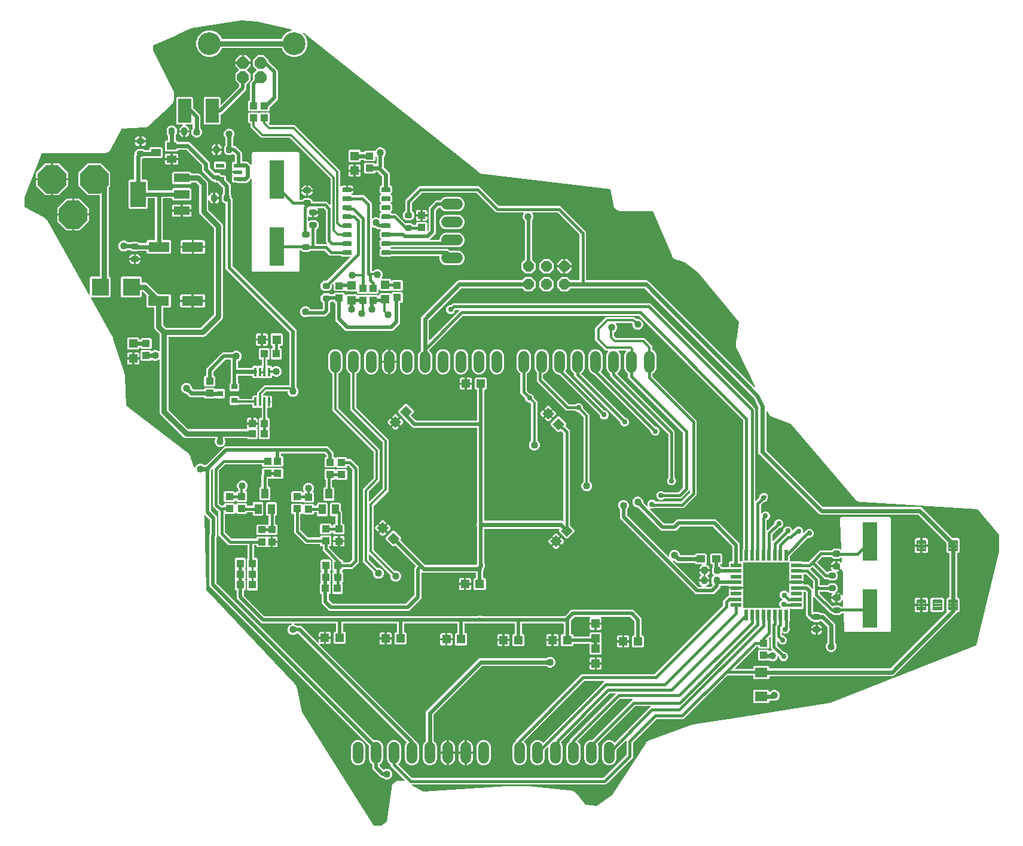
<source format=gbr>
G04 EAGLE Gerber RS-274X export*
G75*
%MOMM*%
%FSLAX34Y34*%
%LPD*%
%INTop Copper*%
%IPPOS*%
%AMOC8*
5,1,8,0,0,1.08239X$1,22.5*%
G01*
%ADD10P,1.677704X8X22.500000*%
%ADD11C,0.718719*%
%ADD12R,3.000000X1.400000*%
%ADD13R,1.200000X1.200000*%
%ADD14R,2.400000X2.400000*%
%ADD15P,4.329560X8X202.500000*%
%ADD16P,4.329560X8X112.500000*%
%ADD17C,1.950000*%
%ADD18P,1.814519X8X202.500000*%
%ADD19C,3.216000*%
%ADD20R,2.235200X1.219200*%
%ADD21R,2.200000X3.600000*%
%ADD22R,1.900000X3.400000*%
%ADD23R,0.889000X0.787400*%
%ADD24R,0.300000X1.200000*%
%ADD25C,0.210000*%
%ADD26R,1.800000X1.400000*%
%ADD27R,1.200000X1.000000*%
%ADD28C,1.524000*%
%ADD29C,0.155000*%
%ADD30R,1.100000X1.000000*%
%ADD31R,1.400000X1.000000*%
%ADD32R,2.000000X5.500000*%
%ADD33R,1.000000X1.100000*%
%ADD34R,1.000000X1.400000*%
%ADD35R,1.200000X0.550000*%
%ADD36R,1.200000X1.200000*%
%ADD37R,1.500000X0.600000*%
%ADD38R,0.600000X1.500000*%
%ADD39C,0.508000*%
%ADD40C,0.609600*%
%ADD41C,1.016000*%
%ADD42C,0.756400*%
%ADD43C,0.304800*%
%ADD44C,0.965200*%
%ADD45C,0.406400*%
%ADD46C,0.762000*%
%ADD47C,0.355600*%
%ADD48C,0.457200*%
%ADD49C,0.254000*%

G36*
X2338284Y468927D02*
X2338284Y468927D01*
X2338313Y468925D01*
X2338405Y468947D01*
X2338498Y468962D01*
X2338524Y468976D01*
X2338552Y468983D01*
X2338698Y469065D01*
X2345612Y474003D01*
X2345682Y474072D01*
X2345756Y474136D01*
X2345768Y474158D01*
X2345787Y474176D01*
X2345830Y474264D01*
X2345880Y474349D01*
X2345888Y474379D01*
X2345897Y474396D01*
X2345901Y474429D01*
X2345923Y474511D01*
X2353069Y522749D01*
X2353069Y522782D01*
X2353077Y522861D01*
X2353077Y524173D01*
X2353357Y524848D01*
X2353359Y524857D01*
X2353364Y524865D01*
X2353407Y525027D01*
X2353514Y525750D01*
X2354188Y526875D01*
X2354200Y526906D01*
X2354238Y526975D01*
X2354740Y528187D01*
X2355257Y528704D01*
X2355262Y528712D01*
X2355270Y528717D01*
X2355372Y528851D01*
X2355747Y529477D01*
X2356800Y530259D01*
X2356823Y530283D01*
X2356885Y530332D01*
X2357813Y531260D01*
X2358488Y531539D01*
X2358496Y531544D01*
X2358505Y531547D01*
X2358650Y531631D01*
X2359237Y532067D01*
X2360509Y532386D01*
X2360539Y532399D01*
X2360615Y532421D01*
X2361827Y532923D01*
X2362558Y532923D01*
X2362567Y532924D01*
X2362577Y532923D01*
X2362743Y532946D01*
X2363452Y533123D01*
X2364749Y532931D01*
X2364782Y532931D01*
X2364861Y532923D01*
X2370629Y532923D01*
X2370699Y532934D01*
X2370771Y532936D01*
X2370820Y532954D01*
X2370871Y532962D01*
X2370935Y532996D01*
X2371002Y533021D01*
X2371043Y533053D01*
X2371089Y533078D01*
X2371138Y533130D01*
X2371194Y533174D01*
X2371222Y533218D01*
X2371258Y533256D01*
X2371288Y533321D01*
X2371327Y533381D01*
X2371340Y533432D01*
X2371362Y533479D01*
X2371370Y533550D01*
X2371387Y533620D01*
X2371383Y533672D01*
X2371389Y533723D01*
X2371374Y533794D01*
X2371368Y533865D01*
X2371348Y533913D01*
X2371337Y533964D01*
X2371300Y534025D01*
X2371272Y534091D01*
X2371227Y534147D01*
X2371210Y534175D01*
X2371193Y534190D01*
X2371167Y534222D01*
X2351627Y553762D01*
X2351627Y555168D01*
X2351608Y555282D01*
X2351591Y555398D01*
X2351589Y555404D01*
X2351588Y555410D01*
X2351533Y555513D01*
X2351480Y555618D01*
X2351475Y555622D01*
X2351472Y555628D01*
X2351388Y555708D01*
X2351304Y555790D01*
X2351298Y555794D01*
X2351294Y555797D01*
X2351277Y555805D01*
X2351157Y555871D01*
X2350444Y556166D01*
X2347586Y559024D01*
X2346039Y562759D01*
X2346039Y582041D01*
X2347586Y585776D01*
X2350444Y588634D01*
X2354179Y590181D01*
X2358221Y590181D01*
X2361956Y588634D01*
X2364814Y585776D01*
X2366361Y582041D01*
X2366361Y562759D01*
X2364814Y559024D01*
X2362594Y556805D01*
X2362583Y556789D01*
X2362567Y556776D01*
X2362511Y556689D01*
X2362451Y556605D01*
X2362445Y556586D01*
X2362434Y556569D01*
X2362409Y556469D01*
X2362379Y556370D01*
X2362379Y556350D01*
X2362374Y556331D01*
X2362382Y556228D01*
X2362385Y556124D01*
X2362392Y556105D01*
X2362393Y556086D01*
X2362434Y555991D01*
X2362469Y555893D01*
X2362482Y555878D01*
X2362490Y555859D01*
X2362594Y555728D01*
X2381524Y536799D01*
X2381598Y536746D01*
X2381668Y536686D01*
X2381698Y536674D01*
X2381724Y536655D01*
X2381811Y536628D01*
X2381896Y536594D01*
X2381937Y536590D01*
X2381959Y536583D01*
X2381991Y536584D01*
X2382062Y536576D01*
X2652345Y536576D01*
X2652435Y536590D01*
X2652526Y536598D01*
X2652555Y536610D01*
X2652587Y536615D01*
X2652668Y536658D01*
X2652752Y536694D01*
X2652784Y536720D01*
X2652805Y536731D01*
X2652827Y536754D01*
X2652883Y536799D01*
X2685318Y569234D01*
X2685371Y569308D01*
X2685431Y569378D01*
X2685443Y569408D01*
X2685462Y569434D01*
X2685489Y569521D01*
X2685523Y569606D01*
X2685527Y569647D01*
X2685534Y569669D01*
X2685533Y569701D01*
X2685541Y569772D01*
X2685541Y588637D01*
X2685530Y588707D01*
X2685528Y588779D01*
X2685510Y588828D01*
X2685502Y588879D01*
X2685468Y588943D01*
X2685443Y589010D01*
X2685411Y589051D01*
X2685386Y589097D01*
X2685335Y589146D01*
X2685290Y589202D01*
X2685246Y589230D01*
X2685208Y589266D01*
X2685143Y589296D01*
X2685083Y589335D01*
X2685032Y589348D01*
X2684985Y589370D01*
X2684914Y589378D01*
X2684844Y589395D01*
X2684792Y589391D01*
X2684741Y589397D01*
X2684670Y589382D01*
X2684599Y589376D01*
X2684551Y589356D01*
X2684500Y589345D01*
X2684439Y589308D01*
X2684373Y589280D01*
X2684317Y589235D01*
X2684289Y589218D01*
X2684274Y589201D01*
X2684242Y589175D01*
X2671384Y576317D01*
X2671331Y576243D01*
X2671271Y576173D01*
X2671259Y576143D01*
X2671240Y576117D01*
X2671213Y576030D01*
X2671179Y575945D01*
X2671175Y575904D01*
X2671168Y575882D01*
X2671169Y575850D01*
X2671161Y575779D01*
X2671161Y562759D01*
X2669614Y559024D01*
X2666756Y556166D01*
X2663021Y554619D01*
X2658979Y554619D01*
X2655244Y556166D01*
X2652386Y559024D01*
X2650839Y562759D01*
X2650839Y582041D01*
X2652386Y585776D01*
X2655244Y588634D01*
X2658979Y590181D01*
X2663021Y590181D01*
X2666756Y588634D01*
X2668223Y587166D01*
X2668239Y587155D01*
X2668252Y587139D01*
X2668339Y587083D01*
X2668423Y587023D01*
X2668442Y587017D01*
X2668459Y587006D01*
X2668559Y586981D01*
X2668658Y586951D01*
X2668678Y586951D01*
X2668697Y586946D01*
X2668800Y586954D01*
X2668904Y586957D01*
X2668923Y586964D01*
X2668942Y586965D01*
X2669037Y587006D01*
X2669135Y587041D01*
X2669150Y587054D01*
X2669169Y587062D01*
X2669300Y587166D01*
X2716899Y634766D01*
X2719262Y637129D01*
X2719304Y637187D01*
X2719353Y637239D01*
X2719375Y637286D01*
X2719405Y637328D01*
X2719427Y637397D01*
X2719457Y637462D01*
X2719462Y637514D01*
X2719478Y637564D01*
X2719476Y637635D01*
X2719484Y637706D01*
X2719473Y637757D01*
X2719471Y637809D01*
X2719447Y637877D01*
X2719432Y637947D01*
X2719405Y637992D01*
X2719387Y638040D01*
X2719342Y638096D01*
X2719305Y638158D01*
X2719266Y638192D01*
X2719233Y638232D01*
X2719173Y638271D01*
X2719119Y638318D01*
X2719070Y638337D01*
X2719026Y638365D01*
X2718957Y638383D01*
X2718890Y638410D01*
X2718819Y638418D01*
X2718788Y638426D01*
X2718765Y638424D01*
X2718724Y638428D01*
X2698165Y638428D01*
X2698075Y638414D01*
X2697984Y638406D01*
X2697955Y638394D01*
X2697923Y638389D01*
X2697842Y638346D01*
X2697758Y638310D01*
X2697726Y638284D01*
X2697705Y638273D01*
X2697683Y638250D01*
X2697627Y638205D01*
X2644862Y585440D01*
X2644794Y585346D01*
X2644724Y585251D01*
X2644722Y585245D01*
X2644718Y585240D01*
X2644684Y585129D01*
X2644647Y585017D01*
X2644648Y585011D01*
X2644646Y585005D01*
X2644649Y584888D01*
X2644650Y584771D01*
X2644652Y584764D01*
X2644652Y584759D01*
X2644658Y584742D01*
X2644697Y584610D01*
X2645761Y582041D01*
X2645761Y562759D01*
X2644214Y559024D01*
X2641356Y556166D01*
X2637621Y554619D01*
X2633579Y554619D01*
X2629844Y556166D01*
X2626986Y559024D01*
X2625439Y562759D01*
X2625439Y582041D01*
X2626986Y585776D01*
X2629844Y588634D01*
X2633579Y590181D01*
X2636354Y590181D01*
X2636444Y590195D01*
X2636535Y590203D01*
X2636564Y590215D01*
X2636596Y590220D01*
X2636677Y590263D01*
X2636761Y590299D01*
X2636793Y590325D01*
X2636814Y590336D01*
X2636836Y590359D01*
X2636892Y590404D01*
X2691160Y644672D01*
X2694031Y647543D01*
X2694073Y647601D01*
X2694122Y647653D01*
X2694144Y647700D01*
X2694174Y647742D01*
X2694196Y647811D01*
X2694226Y647876D01*
X2694231Y647928D01*
X2694247Y647978D01*
X2694245Y648049D01*
X2694253Y648120D01*
X2694242Y648171D01*
X2694240Y648223D01*
X2694216Y648291D01*
X2694201Y648361D01*
X2694174Y648406D01*
X2694156Y648454D01*
X2694111Y648510D01*
X2694074Y648572D01*
X2694035Y648606D01*
X2694002Y648646D01*
X2693942Y648685D01*
X2693888Y648732D01*
X2693839Y648751D01*
X2693795Y648779D01*
X2693726Y648797D01*
X2693659Y648824D01*
X2693588Y648832D01*
X2693557Y648840D01*
X2693534Y648838D01*
X2693493Y648842D01*
X2676702Y648842D01*
X2676612Y648828D01*
X2676521Y648820D01*
X2676492Y648808D01*
X2676460Y648803D01*
X2676379Y648760D01*
X2676295Y648724D01*
X2676263Y648698D01*
X2676242Y648687D01*
X2676220Y648664D01*
X2676164Y648619D01*
X2616605Y589061D01*
X2616594Y589044D01*
X2616578Y589032D01*
X2616522Y588945D01*
X2616462Y588861D01*
X2616456Y588842D01*
X2616445Y588825D01*
X2616420Y588725D01*
X2616390Y588626D01*
X2616390Y588606D01*
X2616385Y588587D01*
X2616393Y588484D01*
X2616396Y588380D01*
X2616403Y588361D01*
X2616404Y588341D01*
X2616445Y588246D01*
X2616480Y588149D01*
X2616493Y588133D01*
X2616501Y588115D01*
X2616605Y587984D01*
X2618814Y585776D01*
X2620361Y582041D01*
X2620361Y562759D01*
X2618814Y559024D01*
X2615956Y556166D01*
X2612221Y554619D01*
X2608179Y554619D01*
X2604444Y556166D01*
X2601586Y559024D01*
X2600039Y562759D01*
X2600039Y582041D01*
X2601586Y585776D01*
X2604444Y588634D01*
X2605157Y588929D01*
X2605257Y588991D01*
X2605357Y589051D01*
X2605361Y589055D01*
X2605366Y589059D01*
X2605441Y589149D01*
X2605517Y589238D01*
X2605519Y589243D01*
X2605523Y589248D01*
X2605565Y589357D01*
X2605609Y589466D01*
X2605610Y589473D01*
X2605611Y589478D01*
X2605612Y589496D01*
X2605627Y589632D01*
X2605627Y591016D01*
X2669901Y655290D01*
X2669943Y655348D01*
X2669992Y655400D01*
X2670014Y655447D01*
X2670044Y655489D01*
X2670066Y655558D01*
X2670096Y655623D01*
X2670102Y655675D01*
X2670117Y655725D01*
X2670115Y655796D01*
X2670123Y655867D01*
X2670112Y655918D01*
X2670110Y655970D01*
X2670086Y656038D01*
X2670071Y656108D01*
X2670044Y656153D01*
X2670026Y656201D01*
X2669981Y656257D01*
X2669944Y656319D01*
X2669905Y656353D01*
X2669872Y656393D01*
X2669812Y656432D01*
X2669758Y656479D01*
X2669709Y656498D01*
X2669665Y656526D01*
X2669596Y656544D01*
X2669529Y656571D01*
X2669458Y656579D01*
X2669427Y656587D01*
X2669404Y656585D01*
X2669363Y656589D01*
X2661843Y656589D01*
X2661753Y656575D01*
X2661662Y656567D01*
X2661633Y656555D01*
X2661601Y656550D01*
X2661520Y656507D01*
X2661436Y656471D01*
X2661404Y656445D01*
X2661383Y656434D01*
X2661361Y656411D01*
X2661305Y656366D01*
X2593056Y588117D01*
X2593003Y588043D01*
X2592943Y587973D01*
X2592931Y587943D01*
X2592912Y587917D01*
X2592885Y587830D01*
X2592851Y587745D01*
X2592847Y587704D01*
X2592840Y587682D01*
X2592841Y587650D01*
X2592833Y587579D01*
X2592833Y586672D01*
X2592847Y586582D01*
X2592855Y586491D01*
X2592867Y586461D01*
X2592872Y586429D01*
X2592915Y586349D01*
X2592951Y586265D01*
X2592977Y586233D01*
X2592988Y586212D01*
X2593011Y586190D01*
X2593056Y586134D01*
X2593414Y585776D01*
X2594961Y582041D01*
X2594961Y562759D01*
X2593414Y559024D01*
X2590556Y556166D01*
X2586821Y554619D01*
X2582779Y554619D01*
X2579044Y556166D01*
X2576186Y559024D01*
X2574639Y562759D01*
X2574639Y579335D01*
X2574638Y579342D01*
X2574638Y579343D01*
X2574637Y579351D01*
X2574628Y579405D01*
X2574626Y579477D01*
X2574608Y579526D01*
X2574600Y579577D01*
X2574566Y579641D01*
X2574541Y579708D01*
X2574509Y579749D01*
X2574484Y579795D01*
X2574433Y579844D01*
X2574388Y579900D01*
X2574344Y579928D01*
X2574306Y579964D01*
X2574241Y579994D01*
X2574181Y580033D01*
X2574130Y580046D01*
X2574083Y580068D01*
X2574012Y580076D01*
X2573942Y580093D01*
X2573890Y580089D01*
X2573839Y580095D01*
X2573768Y580080D01*
X2573697Y580074D01*
X2573649Y580054D01*
X2573598Y580043D01*
X2573537Y580006D01*
X2573471Y579978D01*
X2573415Y579933D01*
X2573387Y579916D01*
X2573372Y579899D01*
X2573340Y579873D01*
X2569784Y576317D01*
X2569731Y576243D01*
X2569671Y576173D01*
X2569659Y576143D01*
X2569640Y576117D01*
X2569613Y576030D01*
X2569579Y575945D01*
X2569575Y575904D01*
X2569568Y575882D01*
X2569569Y575850D01*
X2569561Y575779D01*
X2569561Y562759D01*
X2568014Y559024D01*
X2565156Y556166D01*
X2561421Y554619D01*
X2557379Y554619D01*
X2553644Y556166D01*
X2550786Y559024D01*
X2549239Y562759D01*
X2549239Y582041D01*
X2550786Y585776D01*
X2553644Y588634D01*
X2557379Y590181D01*
X2561421Y590181D01*
X2565156Y588634D01*
X2566623Y587166D01*
X2566639Y587155D01*
X2566652Y587139D01*
X2566739Y587083D01*
X2566823Y587023D01*
X2566842Y587017D01*
X2566859Y587006D01*
X2566959Y586981D01*
X2567058Y586951D01*
X2567078Y586951D01*
X2567097Y586946D01*
X2567200Y586954D01*
X2567304Y586957D01*
X2567323Y586964D01*
X2567342Y586965D01*
X2567437Y587006D01*
X2567535Y587041D01*
X2567550Y587054D01*
X2567569Y587062D01*
X2567700Y587166D01*
X2651494Y670961D01*
X2653730Y673197D01*
X2653772Y673255D01*
X2653821Y673307D01*
X2653843Y673354D01*
X2653873Y673396D01*
X2653895Y673465D01*
X2653925Y673530D01*
X2653930Y673582D01*
X2653946Y673632D01*
X2653944Y673703D01*
X2653952Y673774D01*
X2653941Y673825D01*
X2653939Y673877D01*
X2653915Y673945D01*
X2653900Y674015D01*
X2653873Y674060D01*
X2653855Y674108D01*
X2653810Y674164D01*
X2653773Y674226D01*
X2653734Y674260D01*
X2653701Y674300D01*
X2653641Y674339D01*
X2653587Y674386D01*
X2653538Y674405D01*
X2653494Y674433D01*
X2653425Y674451D01*
X2653358Y674478D01*
X2653287Y674486D01*
X2653256Y674494D01*
X2653233Y674492D01*
X2653192Y674496D01*
X2626283Y674496D01*
X2626193Y674482D01*
X2626102Y674474D01*
X2626073Y674462D01*
X2626041Y674457D01*
X2625960Y674414D01*
X2625876Y674378D01*
X2625844Y674352D01*
X2625823Y674341D01*
X2625801Y674318D01*
X2625745Y674273D01*
X2540469Y588997D01*
X2540457Y588981D01*
X2540442Y588968D01*
X2540386Y588881D01*
X2540325Y588797D01*
X2540320Y588778D01*
X2540309Y588762D01*
X2540283Y588661D01*
X2540253Y588562D01*
X2540254Y588542D01*
X2540249Y588523D01*
X2540257Y588420D01*
X2540259Y588316D01*
X2540266Y588298D01*
X2540268Y588278D01*
X2540308Y588183D01*
X2540344Y588085D01*
X2540356Y588070D01*
X2540364Y588052D01*
X2540440Y587956D01*
X2540445Y587948D01*
X2540451Y587944D01*
X2540469Y587921D01*
X2542614Y585776D01*
X2544161Y582041D01*
X2544161Y562759D01*
X2542614Y559024D01*
X2539756Y556166D01*
X2536021Y554619D01*
X2531979Y554619D01*
X2528244Y556166D01*
X2525386Y559024D01*
X2523839Y562759D01*
X2523839Y582041D01*
X2525386Y585776D01*
X2528244Y588634D01*
X2528957Y588929D01*
X2529057Y588991D01*
X2529157Y589051D01*
X2529161Y589055D01*
X2529166Y589059D01*
X2529241Y589149D01*
X2529317Y589238D01*
X2529319Y589243D01*
X2529323Y589248D01*
X2529365Y589357D01*
X2529409Y589466D01*
X2529410Y589473D01*
X2529411Y589478D01*
X2529412Y589496D01*
X2529427Y589632D01*
X2529427Y590889D01*
X2622180Y683642D01*
X2724989Y683642D01*
X2725079Y683656D01*
X2725170Y683664D01*
X2725199Y683676D01*
X2725231Y683681D01*
X2725312Y683724D01*
X2725396Y683760D01*
X2725428Y683786D01*
X2725449Y683797D01*
X2725471Y683820D01*
X2725527Y683865D01*
X2822224Y780562D01*
X2822277Y780636D01*
X2822337Y780706D01*
X2822349Y780736D01*
X2822368Y780762D01*
X2822395Y780849D01*
X2822429Y780934D01*
X2822433Y780975D01*
X2822440Y780997D01*
X2822439Y781029D01*
X2822447Y781100D01*
X2822447Y787770D01*
X2825349Y790672D01*
X2826415Y791738D01*
X2829317Y794640D01*
X2830106Y794640D01*
X2830126Y794643D01*
X2830145Y794641D01*
X2830247Y794663D01*
X2830349Y794679D01*
X2830366Y794689D01*
X2830386Y794693D01*
X2830475Y794746D01*
X2830566Y794795D01*
X2830580Y794809D01*
X2830597Y794819D01*
X2830664Y794898D01*
X2830736Y794973D01*
X2830744Y794991D01*
X2830757Y795006D01*
X2830796Y795102D01*
X2830839Y795196D01*
X2830841Y795216D01*
X2830849Y795234D01*
X2830867Y795401D01*
X2830867Y801798D01*
X2830879Y801822D01*
X2830885Y801877D01*
X2830902Y801931D01*
X2830900Y801999D01*
X2830908Y802066D01*
X2830896Y802144D01*
X2830896Y802177D01*
X2830888Y802197D01*
X2830883Y802232D01*
X2830867Y802291D01*
X2830867Y804126D01*
X2840170Y804126D01*
X2840189Y804129D01*
X2840209Y804127D01*
X2840311Y804149D01*
X2840413Y804165D01*
X2840430Y804175D01*
X2840450Y804179D01*
X2840539Y804232D01*
X2840630Y804281D01*
X2840644Y804295D01*
X2840661Y804305D01*
X2840728Y804384D01*
X2840799Y804459D01*
X2840808Y804477D01*
X2840821Y804492D01*
X2840859Y804588D01*
X2840903Y804682D01*
X2840905Y804702D01*
X2840912Y804720D01*
X2840925Y804644D01*
X2840934Y804627D01*
X2840938Y804607D01*
X2840991Y804518D01*
X2841040Y804427D01*
X2841054Y804413D01*
X2841064Y804396D01*
X2841143Y804329D01*
X2841218Y804257D01*
X2841236Y804249D01*
X2841251Y804236D01*
X2841348Y804197D01*
X2841441Y804154D01*
X2841461Y804152D01*
X2841479Y804144D01*
X2841646Y804126D01*
X2850949Y804126D01*
X2850949Y802291D01*
X2850933Y802232D01*
X2850926Y802164D01*
X2850910Y802099D01*
X2850914Y802043D01*
X2850908Y801987D01*
X2850924Y801921D01*
X2850929Y801853D01*
X2850949Y801807D01*
X2850949Y777927D01*
X2850952Y777907D01*
X2850950Y777888D01*
X2850972Y777786D01*
X2850988Y777684D01*
X2850998Y777667D01*
X2851002Y777647D01*
X2851055Y777558D01*
X2851104Y777467D01*
X2851118Y777453D01*
X2851128Y777436D01*
X2851207Y777369D01*
X2851282Y777297D01*
X2851300Y777289D01*
X2851315Y777276D01*
X2851411Y777237D01*
X2851505Y777194D01*
X2851525Y777192D01*
X2851543Y777184D01*
X2851710Y777166D01*
X2903056Y777166D01*
X2903126Y777177D01*
X2903198Y777179D01*
X2903247Y777197D01*
X2903299Y777205D01*
X2903362Y777239D01*
X2903429Y777264D01*
X2903470Y777296D01*
X2903516Y777321D01*
X2903565Y777373D01*
X2903621Y777417D01*
X2903649Y777461D01*
X2903685Y777499D01*
X2903715Y777564D01*
X2903754Y777624D01*
X2903767Y777675D01*
X2903789Y777722D01*
X2903797Y777793D01*
X2903814Y777863D01*
X2903810Y777915D01*
X2903816Y777966D01*
X2903801Y778037D01*
X2903795Y778108D01*
X2903775Y778156D01*
X2903764Y778207D01*
X2903727Y778268D01*
X2903699Y778334D01*
X2903654Y778390D01*
X2903638Y778418D01*
X2903620Y778433D01*
X2903594Y778465D01*
X2902940Y779119D01*
X2901977Y781443D01*
X2901977Y783959D01*
X2902940Y786283D01*
X2904718Y788061D01*
X2905945Y788569D01*
X2906005Y788607D01*
X2906071Y788636D01*
X2906109Y788671D01*
X2906154Y788699D01*
X2906199Y788754D01*
X2906252Y788802D01*
X2906277Y788848D01*
X2906310Y788888D01*
X2906336Y788955D01*
X2906371Y789018D01*
X2906380Y789069D01*
X2906399Y789118D01*
X2906402Y789189D01*
X2906414Y789260D01*
X2906407Y789311D01*
X2906409Y789363D01*
X2906389Y789432D01*
X2906379Y789503D01*
X2906355Y789550D01*
X2906340Y789600D01*
X2906300Y789659D01*
X2906267Y789723D01*
X2906230Y789759D01*
X2906200Y789802D01*
X2906143Y789845D01*
X2906091Y789895D01*
X2906029Y789929D01*
X2906003Y789949D01*
X2905981Y789956D01*
X2905945Y789976D01*
X2905480Y790168D01*
X2903702Y791946D01*
X2902739Y794270D01*
X2902739Y796786D01*
X2903702Y799110D01*
X2905480Y800888D01*
X2907804Y801851D01*
X2910320Y801851D01*
X2912644Y800888D01*
X2914447Y799084D01*
X2914454Y799073D01*
X2914500Y798988D01*
X2914518Y798970D01*
X2914532Y798948D01*
X2914607Y798885D01*
X2914678Y798818D01*
X2914702Y798807D01*
X2914722Y798791D01*
X2914813Y798756D01*
X2914901Y798715D01*
X2914927Y798712D01*
X2914951Y798702D01*
X2915049Y798698D01*
X2915145Y798688D01*
X2915171Y798693D01*
X2915197Y798692D01*
X2915290Y798719D01*
X2915386Y798740D01*
X2915408Y798753D01*
X2915433Y798760D01*
X2915513Y798816D01*
X2915597Y798866D01*
X2915614Y798886D01*
X2915635Y798901D01*
X2915694Y798979D01*
X2915757Y799053D01*
X2915767Y799077D01*
X2915782Y799098D01*
X2915812Y799191D01*
X2915849Y799281D01*
X2915852Y799313D01*
X2915858Y799332D01*
X2915858Y799365D01*
X2915867Y799448D01*
X2915867Y809798D01*
X2915879Y809822D01*
X2915885Y809877D01*
X2915902Y809931D01*
X2915900Y809999D01*
X2915908Y810066D01*
X2915896Y810144D01*
X2915896Y810177D01*
X2915888Y810197D01*
X2915883Y810232D01*
X2915867Y810291D01*
X2915867Y812126D01*
X2925170Y812126D01*
X2925189Y812129D01*
X2925209Y812127D01*
X2925311Y812149D01*
X2925413Y812165D01*
X2925430Y812175D01*
X2925450Y812179D01*
X2925539Y812232D01*
X2925630Y812281D01*
X2925644Y812295D01*
X2925661Y812305D01*
X2925728Y812384D01*
X2925799Y812459D01*
X2925808Y812477D01*
X2925821Y812492D01*
X2925859Y812588D01*
X2925903Y812682D01*
X2925905Y812702D01*
X2925912Y812720D01*
X2925925Y812644D01*
X2925934Y812627D01*
X2925938Y812607D01*
X2925991Y812518D01*
X2926040Y812427D01*
X2926054Y812413D01*
X2926064Y812396D01*
X2926143Y812329D01*
X2926218Y812257D01*
X2926236Y812249D01*
X2926251Y812236D01*
X2926348Y812197D01*
X2926441Y812154D01*
X2926461Y812152D01*
X2926479Y812144D01*
X2926646Y812126D01*
X2935949Y812126D01*
X2935949Y811467D01*
X2935951Y811455D01*
X2935950Y811446D01*
X2935951Y811440D01*
X2935950Y811428D01*
X2935972Y811326D01*
X2935988Y811224D01*
X2935998Y811207D01*
X2936002Y811187D01*
X2936055Y811098D01*
X2936104Y811007D01*
X2936118Y810993D01*
X2936128Y810976D01*
X2936207Y810909D01*
X2936282Y810837D01*
X2936300Y810829D01*
X2936315Y810816D01*
X2936411Y810777D01*
X2936505Y810734D01*
X2936525Y810732D01*
X2936543Y810724D01*
X2936710Y810706D01*
X2942726Y810706D01*
X2947012Y806420D01*
X2948656Y804775D01*
X2948714Y804734D01*
X2948766Y804684D01*
X2948813Y804662D01*
X2948855Y804632D01*
X2948924Y804611D01*
X2948989Y804581D01*
X2949041Y804575D01*
X2949091Y804560D01*
X2949162Y804561D01*
X2949233Y804554D01*
X2949284Y804565D01*
X2949336Y804566D01*
X2949404Y804591D01*
X2949474Y804606D01*
X2949519Y804633D01*
X2949567Y804650D01*
X2949623Y804695D01*
X2949685Y804732D01*
X2949719Y804772D01*
X2949759Y804804D01*
X2949798Y804864D01*
X2949845Y804919D01*
X2949864Y804967D01*
X2949892Y805011D01*
X2949910Y805080D01*
X2949937Y805147D01*
X2949945Y805218D01*
X2949953Y805250D01*
X2949951Y805273D01*
X2949955Y805314D01*
X2949955Y814655D01*
X2949941Y814745D01*
X2949933Y814836D01*
X2949921Y814865D01*
X2949916Y814897D01*
X2949873Y814978D01*
X2949837Y815062D01*
X2949811Y815094D01*
X2949800Y815115D01*
X2949777Y815137D01*
X2949732Y815193D01*
X2940096Y824829D01*
X2940022Y824882D01*
X2939952Y824942D01*
X2939922Y824954D01*
X2939896Y824973D01*
X2939809Y825000D01*
X2939724Y825034D01*
X2939683Y825038D01*
X2939661Y825045D01*
X2939629Y825044D01*
X2939558Y825052D01*
X2936710Y825052D01*
X2936690Y825049D01*
X2936671Y825051D01*
X2936569Y825029D01*
X2936467Y825013D01*
X2936450Y825003D01*
X2936430Y824999D01*
X2936341Y824946D01*
X2936250Y824897D01*
X2936236Y824883D01*
X2936219Y824873D01*
X2936152Y824794D01*
X2936080Y824719D01*
X2936072Y824701D01*
X2936059Y824686D01*
X2936020Y824590D01*
X2935977Y824496D01*
X2935975Y824476D01*
X2935967Y824458D01*
X2935949Y824291D01*
X2935949Y817452D01*
X2935937Y817428D01*
X2935931Y817373D01*
X2935914Y817319D01*
X2935916Y817251D01*
X2935908Y817184D01*
X2935920Y817106D01*
X2935920Y817073D01*
X2935928Y817053D01*
X2935933Y817018D01*
X2935949Y816959D01*
X2935949Y815124D01*
X2926646Y815124D01*
X2926627Y815121D01*
X2926607Y815123D01*
X2926505Y815101D01*
X2926403Y815085D01*
X2926386Y815075D01*
X2926366Y815071D01*
X2926277Y815018D01*
X2926186Y814969D01*
X2926172Y814955D01*
X2926155Y814945D01*
X2926088Y814866D01*
X2926017Y814791D01*
X2926008Y814773D01*
X2925995Y814758D01*
X2925957Y814662D01*
X2925913Y814568D01*
X2925911Y814548D01*
X2925904Y814530D01*
X2925891Y814606D01*
X2925882Y814623D01*
X2925878Y814643D01*
X2925825Y814732D01*
X2925776Y814823D01*
X2925762Y814837D01*
X2925752Y814854D01*
X2925673Y814921D01*
X2925598Y814993D01*
X2925580Y815001D01*
X2925565Y815014D01*
X2925468Y815053D01*
X2925375Y815096D01*
X2925355Y815098D01*
X2925337Y815106D01*
X2925170Y815124D01*
X2915867Y815124D01*
X2915867Y816959D01*
X2915883Y817018D01*
X2915890Y817086D01*
X2915906Y817151D01*
X2915902Y817207D01*
X2915908Y817263D01*
X2915892Y817329D01*
X2915887Y817397D01*
X2915867Y817443D01*
X2915867Y841323D01*
X2915864Y841343D01*
X2915866Y841362D01*
X2915844Y841464D01*
X2915828Y841566D01*
X2915818Y841583D01*
X2915814Y841603D01*
X2915761Y841692D01*
X2915712Y841783D01*
X2915698Y841797D01*
X2915688Y841814D01*
X2915609Y841881D01*
X2915534Y841953D01*
X2915516Y841961D01*
X2915501Y841974D01*
X2915405Y842013D01*
X2915311Y842056D01*
X2915291Y842058D01*
X2915273Y842066D01*
X2915106Y842084D01*
X2851710Y842084D01*
X2851690Y842081D01*
X2851671Y842083D01*
X2851569Y842061D01*
X2851467Y842045D01*
X2851450Y842035D01*
X2851430Y842031D01*
X2851341Y841978D01*
X2851250Y841929D01*
X2851236Y841915D01*
X2851219Y841905D01*
X2851152Y841826D01*
X2851080Y841751D01*
X2851072Y841733D01*
X2851059Y841718D01*
X2851020Y841622D01*
X2850977Y841528D01*
X2850975Y841508D01*
X2850967Y841490D01*
X2850949Y841323D01*
X2850949Y809452D01*
X2850937Y809428D01*
X2850931Y809373D01*
X2850914Y809319D01*
X2850916Y809251D01*
X2850908Y809184D01*
X2850919Y809106D01*
X2850920Y809073D01*
X2850928Y809054D01*
X2850933Y809018D01*
X2850949Y808959D01*
X2850949Y807124D01*
X2841646Y807124D01*
X2841627Y807121D01*
X2841607Y807123D01*
X2841505Y807101D01*
X2841403Y807085D01*
X2841386Y807075D01*
X2841366Y807071D01*
X2841277Y807018D01*
X2841186Y806969D01*
X2841172Y806955D01*
X2841155Y806945D01*
X2841088Y806866D01*
X2841017Y806791D01*
X2841008Y806773D01*
X2840995Y806758D01*
X2840957Y806662D01*
X2840913Y806568D01*
X2840911Y806548D01*
X2840904Y806530D01*
X2840891Y806606D01*
X2840882Y806623D01*
X2840878Y806643D01*
X2840825Y806732D01*
X2840776Y806823D01*
X2840762Y806837D01*
X2840752Y806854D01*
X2840673Y806921D01*
X2840598Y806993D01*
X2840580Y807001D01*
X2840565Y807014D01*
X2840468Y807053D01*
X2840375Y807096D01*
X2840355Y807098D01*
X2840337Y807106D01*
X2840170Y807124D01*
X2830867Y807124D01*
X2830867Y807783D01*
X2830864Y807803D01*
X2830866Y807822D01*
X2830844Y807924D01*
X2830828Y808026D01*
X2830818Y808043D01*
X2830814Y808063D01*
X2830761Y808152D01*
X2830712Y808243D01*
X2830698Y808257D01*
X2830688Y808274D01*
X2830609Y808341D01*
X2830534Y808413D01*
X2830516Y808421D01*
X2830501Y808434D01*
X2830405Y808473D01*
X2830311Y808516D01*
X2830291Y808518D01*
X2830273Y808526D01*
X2830106Y808544D01*
X2819116Y808544D01*
X2819096Y808541D01*
X2819077Y808543D01*
X2818975Y808521D01*
X2818873Y808505D01*
X2818856Y808495D01*
X2818836Y808491D01*
X2818747Y808438D01*
X2818656Y808389D01*
X2818642Y808375D01*
X2818625Y808365D01*
X2818558Y808286D01*
X2818486Y808211D01*
X2818478Y808193D01*
X2818465Y808178D01*
X2818426Y808082D01*
X2818383Y807988D01*
X2818381Y807968D01*
X2818373Y807950D01*
X2818355Y807783D01*
X2818355Y806220D01*
X2809059Y796924D01*
X2783386Y796924D01*
X2676270Y904040D01*
X2676270Y916516D01*
X2676256Y916606D01*
X2676248Y916697D01*
X2676236Y916727D01*
X2676231Y916759D01*
X2676188Y916840D01*
X2676152Y916923D01*
X2676126Y916956D01*
X2676115Y916976D01*
X2676092Y916998D01*
X2676073Y917022D01*
X2676069Y917029D01*
X2676065Y917032D01*
X2676047Y917054D01*
X2674890Y918211D01*
X2673730Y921012D01*
X2673730Y924044D01*
X2674890Y926845D01*
X2677034Y928989D01*
X2679835Y930149D01*
X2682867Y930149D01*
X2685668Y928989D01*
X2687812Y926845D01*
X2688972Y924044D01*
X2688972Y921012D01*
X2687812Y918211D01*
X2686655Y917054D01*
X2686609Y916991D01*
X2686585Y916966D01*
X2686580Y916956D01*
X2686542Y916911D01*
X2686530Y916881D01*
X2686511Y916855D01*
X2686484Y916768D01*
X2686450Y916683D01*
X2686446Y916642D01*
X2686439Y916620D01*
X2686440Y916587D01*
X2686432Y916516D01*
X2686432Y908565D01*
X2686446Y908475D01*
X2686454Y908384D01*
X2686466Y908354D01*
X2686471Y908322D01*
X2686514Y908241D01*
X2686550Y908158D01*
X2686576Y908125D01*
X2686587Y908105D01*
X2686610Y908083D01*
X2686655Y908027D01*
X2744821Y849860D01*
X2744879Y849819D01*
X2744931Y849769D01*
X2744978Y849747D01*
X2745020Y849717D01*
X2745089Y849696D01*
X2745154Y849666D01*
X2745206Y849660D01*
X2745256Y849645D01*
X2745327Y849646D01*
X2745398Y849639D01*
X2745449Y849650D01*
X2745501Y849651D01*
X2745569Y849676D01*
X2745639Y849691D01*
X2745684Y849718D01*
X2745732Y849735D01*
X2745788Y849780D01*
X2745850Y849817D01*
X2745884Y849857D01*
X2745924Y849889D01*
X2745963Y849949D01*
X2746010Y850004D01*
X2746029Y850052D01*
X2746057Y850096D01*
X2746075Y850165D01*
X2746102Y850232D01*
X2746110Y850303D01*
X2746118Y850335D01*
X2746116Y850358D01*
X2746120Y850399D01*
X2746120Y853305D01*
X2747280Y856106D01*
X2749424Y858250D01*
X2752225Y859410D01*
X2755257Y859410D01*
X2758058Y858250D01*
X2760202Y856106D01*
X2761362Y853305D01*
X2761362Y852886D01*
X2761365Y852866D01*
X2761363Y852847D01*
X2761385Y852745D01*
X2761401Y852643D01*
X2761411Y852626D01*
X2761415Y852606D01*
X2761468Y852517D01*
X2761517Y852426D01*
X2761531Y852412D01*
X2761541Y852395D01*
X2761620Y852328D01*
X2761695Y852256D01*
X2761713Y852248D01*
X2761728Y852235D01*
X2761824Y852196D01*
X2761918Y852153D01*
X2761938Y852151D01*
X2761956Y852143D01*
X2762123Y852125D01*
X2781507Y852125D01*
X2781527Y852128D01*
X2781546Y852126D01*
X2781648Y852148D01*
X2781750Y852164D01*
X2781767Y852174D01*
X2781787Y852178D01*
X2781876Y852231D01*
X2781967Y852280D01*
X2781981Y852294D01*
X2781998Y852304D01*
X2782065Y852383D01*
X2782113Y852433D01*
X2783757Y854077D01*
X2797861Y854077D01*
X2799350Y852588D01*
X2799350Y840484D01*
X2798495Y839629D01*
X2798425Y839531D01*
X2798354Y839434D01*
X2798353Y839431D01*
X2798351Y839429D01*
X2798316Y839314D01*
X2798280Y839200D01*
X2798280Y839197D01*
X2798279Y839194D01*
X2798282Y839073D01*
X2798284Y838954D01*
X2798285Y838951D01*
X2798285Y838948D01*
X2798326Y838836D01*
X2798367Y838722D01*
X2798369Y838720D01*
X2798370Y838717D01*
X2798447Y838621D01*
X2798519Y838529D01*
X2798521Y838527D01*
X2798523Y838525D01*
X2798626Y838459D01*
X2798725Y838394D01*
X2798728Y838393D01*
X2798730Y838392D01*
X2798741Y838389D01*
X2798885Y838344D01*
X2798909Y838339D01*
X2800025Y837877D01*
X2801030Y837205D01*
X2801884Y836351D01*
X2802556Y835346D01*
X2803018Y834230D01*
X2803254Y833045D01*
X2803254Y832057D01*
X2796983Y832057D01*
X2796963Y832054D01*
X2796944Y832056D01*
X2796842Y832034D01*
X2796740Y832017D01*
X2796723Y832008D01*
X2796703Y832004D01*
X2796614Y831951D01*
X2796523Y831902D01*
X2796509Y831888D01*
X2796492Y831878D01*
X2796425Y831799D01*
X2796354Y831724D01*
X2796345Y831706D01*
X2796332Y831691D01*
X2796293Y831595D01*
X2796250Y831501D01*
X2796248Y831481D01*
X2796240Y831463D01*
X2796222Y831296D01*
X2796222Y830533D01*
X2796220Y830533D01*
X2796220Y831296D01*
X2796218Y831308D01*
X2796219Y831317D01*
X2796218Y831323D01*
X2796219Y831335D01*
X2796197Y831437D01*
X2796180Y831539D01*
X2796171Y831556D01*
X2796167Y831576D01*
X2796114Y831665D01*
X2796065Y831756D01*
X2796051Y831770D01*
X2796041Y831787D01*
X2795962Y831854D01*
X2795887Y831925D01*
X2795869Y831934D01*
X2795854Y831947D01*
X2795758Y831986D01*
X2795664Y832029D01*
X2795644Y832031D01*
X2795626Y832039D01*
X2795459Y832057D01*
X2789188Y832057D01*
X2789188Y833045D01*
X2789424Y834230D01*
X2789886Y835346D01*
X2790558Y836351D01*
X2791412Y837205D01*
X2792005Y837601D01*
X2792021Y837617D01*
X2792042Y837628D01*
X2792111Y837700D01*
X2792184Y837769D01*
X2792195Y837789D01*
X2792211Y837806D01*
X2792254Y837897D01*
X2792301Y837985D01*
X2792305Y838008D01*
X2792315Y838029D01*
X2792326Y838129D01*
X2792343Y838228D01*
X2792339Y838251D01*
X2792342Y838273D01*
X2792321Y838372D01*
X2792305Y838471D01*
X2792295Y838491D01*
X2792290Y838514D01*
X2792238Y838600D01*
X2792192Y838689D01*
X2792175Y838705D01*
X2792163Y838725D01*
X2792087Y838790D01*
X2792015Y838860D01*
X2791994Y838870D01*
X2791977Y838885D01*
X2791883Y838922D01*
X2791793Y838965D01*
X2791770Y838968D01*
X2791748Y838977D01*
X2791582Y838995D01*
X2783757Y838995D01*
X2782122Y840630D01*
X2782113Y840646D01*
X2782099Y840660D01*
X2782089Y840677D01*
X2782010Y840744D01*
X2781935Y840816D01*
X2781917Y840824D01*
X2781902Y840837D01*
X2781806Y840876D01*
X2781712Y840919D01*
X2781692Y840921D01*
X2781674Y840929D01*
X2781507Y840947D01*
X2757882Y840947D01*
X2755828Y841798D01*
X2753681Y843945D01*
X2753607Y843998D01*
X2753538Y844058D01*
X2753507Y844070D01*
X2753481Y844089D01*
X2753394Y844116D01*
X2753309Y844150D01*
X2753269Y844154D01*
X2753246Y844161D01*
X2753214Y844160D01*
X2753143Y844168D01*
X2752351Y844168D01*
X2752280Y844157D01*
X2752208Y844155D01*
X2752159Y844137D01*
X2752108Y844129D01*
X2752045Y844095D01*
X2751977Y844070D01*
X2751937Y844038D01*
X2751891Y844013D01*
X2751841Y843961D01*
X2751785Y843917D01*
X2751757Y843873D01*
X2751721Y843835D01*
X2751691Y843770D01*
X2751652Y843710D01*
X2751640Y843659D01*
X2751618Y843612D01*
X2751610Y843541D01*
X2751592Y843471D01*
X2751596Y843419D01*
X2751591Y843368D01*
X2751606Y843297D01*
X2751611Y843226D01*
X2751632Y843178D01*
X2751643Y843127D01*
X2751680Y843066D01*
X2751708Y843000D01*
X2751752Y842944D01*
X2751769Y842916D01*
X2751787Y842901D01*
X2751812Y842869D01*
X2787373Y807309D01*
X2787446Y807256D01*
X2787516Y807196D01*
X2787546Y807184D01*
X2787572Y807165D01*
X2787659Y807138D01*
X2787744Y807104D01*
X2787785Y807100D01*
X2787807Y807093D01*
X2787840Y807094D01*
X2787911Y807086D01*
X2792089Y807086D01*
X2792185Y807101D01*
X2792282Y807111D01*
X2792306Y807121D01*
X2792332Y807125D01*
X2792418Y807171D01*
X2792507Y807211D01*
X2792526Y807228D01*
X2792550Y807241D01*
X2792616Y807311D01*
X2792688Y807377D01*
X2792701Y807400D01*
X2792719Y807419D01*
X2792760Y807507D01*
X2792807Y807593D01*
X2792812Y807618D01*
X2792823Y807642D01*
X2792833Y807739D01*
X2792851Y807835D01*
X2792847Y807861D01*
X2792850Y807886D01*
X2792829Y807981D01*
X2792815Y808078D01*
X2792803Y808101D01*
X2792797Y808127D01*
X2792747Y808210D01*
X2792703Y808297D01*
X2792685Y808316D01*
X2792671Y808338D01*
X2792597Y808401D01*
X2792528Y808469D01*
X2792499Y808485D01*
X2792484Y808498D01*
X2792453Y808510D01*
X2792381Y808550D01*
X2791690Y808836D01*
X2790685Y809508D01*
X2789831Y810362D01*
X2789159Y811367D01*
X2788697Y812483D01*
X2788461Y813668D01*
X2788461Y814656D01*
X2794732Y814656D01*
X2794752Y814659D01*
X2794771Y814657D01*
X2794873Y814679D01*
X2794975Y814696D01*
X2794992Y814705D01*
X2795012Y814709D01*
X2795101Y814762D01*
X2795192Y814811D01*
X2795206Y814825D01*
X2795223Y814835D01*
X2795290Y814914D01*
X2795361Y814989D01*
X2795370Y815007D01*
X2795383Y815022D01*
X2795422Y815118D01*
X2795465Y815212D01*
X2795467Y815232D01*
X2795475Y815250D01*
X2795493Y815417D01*
X2795493Y816180D01*
X2795495Y816180D01*
X2795495Y815417D01*
X2795498Y815397D01*
X2795496Y815378D01*
X2795518Y815276D01*
X2795535Y815174D01*
X2795544Y815157D01*
X2795548Y815137D01*
X2795601Y815048D01*
X2795650Y814957D01*
X2795664Y814943D01*
X2795674Y814926D01*
X2795753Y814859D01*
X2795828Y814788D01*
X2795846Y814779D01*
X2795861Y814766D01*
X2795957Y814727D01*
X2796051Y814684D01*
X2796071Y814682D01*
X2796089Y814674D01*
X2796256Y814656D01*
X2802527Y814656D01*
X2802527Y813668D01*
X2802291Y812483D01*
X2801829Y811367D01*
X2801157Y810362D01*
X2800303Y809508D01*
X2799298Y808836D01*
X2798607Y808550D01*
X2798524Y808499D01*
X2798438Y808453D01*
X2798421Y808434D01*
X2798398Y808421D01*
X2798336Y808346D01*
X2798269Y808275D01*
X2798258Y808251D01*
X2798241Y808231D01*
X2798207Y808140D01*
X2798165Y808052D01*
X2798163Y808026D01*
X2798153Y808002D01*
X2798149Y807904D01*
X2798138Y807808D01*
X2798144Y807782D01*
X2798143Y807756D01*
X2798170Y807662D01*
X2798191Y807567D01*
X2798204Y807545D01*
X2798211Y807520D01*
X2798267Y807440D01*
X2798317Y807356D01*
X2798337Y807339D01*
X2798352Y807318D01*
X2798430Y807260D01*
X2798504Y807196D01*
X2798528Y807186D01*
X2798549Y807171D01*
X2798642Y807141D01*
X2798732Y807104D01*
X2798764Y807101D01*
X2798783Y807095D01*
X2798816Y807095D01*
X2798899Y807086D01*
X2804534Y807086D01*
X2804624Y807100D01*
X2804715Y807108D01*
X2804745Y807120D01*
X2804777Y807125D01*
X2804857Y807168D01*
X2804941Y807204D01*
X2804974Y807230D01*
X2804994Y807241D01*
X2805016Y807264D01*
X2805072Y807309D01*
X2807330Y809566D01*
X2807342Y809582D01*
X2807357Y809595D01*
X2807413Y809682D01*
X2807474Y809766D01*
X2807479Y809785D01*
X2807490Y809802D01*
X2807515Y809902D01*
X2807546Y810001D01*
X2807545Y810021D01*
X2807550Y810040D01*
X2807542Y810143D01*
X2807540Y810247D01*
X2807533Y810266D01*
X2807531Y810286D01*
X2807491Y810381D01*
X2807455Y810478D01*
X2807443Y810494D01*
X2807435Y810512D01*
X2807330Y810643D01*
X2807175Y810798D01*
X2806241Y813052D01*
X2806241Y819306D01*
X2807175Y821560D01*
X2808797Y823182D01*
X2808808Y823198D01*
X2808824Y823210D01*
X2808880Y823298D01*
X2808940Y823381D01*
X2808946Y823400D01*
X2808957Y823417D01*
X2808982Y823518D01*
X2809013Y823617D01*
X2809012Y823636D01*
X2809017Y823656D01*
X2809009Y823759D01*
X2809006Y823862D01*
X2808999Y823881D01*
X2808998Y823901D01*
X2808957Y823996D01*
X2808922Y824093D01*
X2808909Y824109D01*
X2808901Y824127D01*
X2808797Y824258D01*
X2807902Y825153D01*
X2806968Y827407D01*
X2806968Y833661D01*
X2807670Y835356D01*
X2807685Y835419D01*
X2807710Y835480D01*
X2807719Y835563D01*
X2807726Y835595D01*
X2807725Y835614D01*
X2807728Y835647D01*
X2807728Y838234D01*
X2807725Y838254D01*
X2807727Y838273D01*
X2807705Y838375D01*
X2807689Y838477D01*
X2807679Y838494D01*
X2807675Y838514D01*
X2807622Y838603D01*
X2807573Y838694D01*
X2807559Y838708D01*
X2807549Y838725D01*
X2807470Y838792D01*
X2807395Y838864D01*
X2807377Y838872D01*
X2807362Y838885D01*
X2807266Y838924D01*
X2807172Y838967D01*
X2807152Y838969D01*
X2807134Y838977D01*
X2806967Y838995D01*
X2805757Y838995D01*
X2804268Y840484D01*
X2804268Y852588D01*
X2805757Y854077D01*
X2819861Y854077D01*
X2821350Y852588D01*
X2821350Y840484D01*
X2819861Y838995D01*
X2818858Y838995D01*
X2818787Y838984D01*
X2818715Y838982D01*
X2818666Y838964D01*
X2818615Y838956D01*
X2818552Y838922D01*
X2818484Y838897D01*
X2818444Y838865D01*
X2818397Y838840D01*
X2818348Y838788D01*
X2818292Y838744D01*
X2818264Y838700D01*
X2818228Y838662D01*
X2818198Y838597D01*
X2818159Y838537D01*
X2818146Y838486D01*
X2818124Y838439D01*
X2818117Y838368D01*
X2818099Y838298D01*
X2818103Y838246D01*
X2818097Y838195D01*
X2818113Y838124D01*
X2818118Y838053D01*
X2818139Y838005D01*
X2818150Y837954D01*
X2818186Y837893D01*
X2818215Y837827D01*
X2818259Y837771D01*
X2818276Y837743D01*
X2818294Y837728D01*
X2818319Y837696D01*
X2820100Y835915D01*
X2820406Y835176D01*
X2820468Y835076D01*
X2820528Y834976D01*
X2820532Y834972D01*
X2820536Y834967D01*
X2820626Y834892D01*
X2820715Y834816D01*
X2820720Y834814D01*
X2820725Y834810D01*
X2820834Y834768D01*
X2820943Y834724D01*
X2820950Y834723D01*
X2820955Y834722D01*
X2820973Y834721D01*
X2821109Y834706D01*
X2830106Y834706D01*
X2830126Y834709D01*
X2830145Y834707D01*
X2830247Y834729D01*
X2830349Y834745D01*
X2830366Y834755D01*
X2830386Y834759D01*
X2830475Y834812D01*
X2830566Y834861D01*
X2830580Y834875D01*
X2830597Y834885D01*
X2830664Y834964D01*
X2830736Y835039D01*
X2830744Y835057D01*
X2830757Y835072D01*
X2830796Y835168D01*
X2830839Y835262D01*
X2830841Y835282D01*
X2830849Y835300D01*
X2830867Y835467D01*
X2830867Y841677D01*
X2832356Y843166D01*
X2835066Y843166D01*
X2835086Y843169D01*
X2835105Y843167D01*
X2835207Y843189D01*
X2835309Y843205D01*
X2835326Y843215D01*
X2835346Y843219D01*
X2835435Y843272D01*
X2835526Y843321D01*
X2835540Y843335D01*
X2835557Y843345D01*
X2835624Y843424D01*
X2835696Y843499D01*
X2835704Y843517D01*
X2835717Y843532D01*
X2835756Y843628D01*
X2835799Y843722D01*
X2835801Y843742D01*
X2835809Y843760D01*
X2835827Y843927D01*
X2835827Y864183D01*
X2835813Y864273D01*
X2835805Y864364D01*
X2835793Y864394D01*
X2835788Y864426D01*
X2835745Y864507D01*
X2835709Y864590D01*
X2835683Y864623D01*
X2835672Y864643D01*
X2835649Y864665D01*
X2835604Y864721D01*
X2808247Y892078D01*
X2808174Y892131D01*
X2808104Y892191D01*
X2808074Y892203D01*
X2808048Y892222D01*
X2807961Y892249D01*
X2807876Y892283D01*
X2807835Y892287D01*
X2807813Y892294D01*
X2807780Y892293D01*
X2807709Y892301D01*
X2761495Y892301D01*
X2761405Y892287D01*
X2761314Y892279D01*
X2761284Y892267D01*
X2761252Y892262D01*
X2761171Y892219D01*
X2761088Y892183D01*
X2761055Y892157D01*
X2761035Y892146D01*
X2761013Y892123D01*
X2760957Y892078D01*
X2755719Y886840D01*
X2734491Y886840D01*
X2702075Y919256D01*
X2702002Y919309D01*
X2701932Y919369D01*
X2701902Y919381D01*
X2701876Y919400D01*
X2701789Y919427D01*
X2701704Y919461D01*
X2701663Y919465D01*
X2701641Y919472D01*
X2701608Y919471D01*
X2701537Y919479D01*
X2699901Y919479D01*
X2697100Y920639D01*
X2694956Y922783D01*
X2693796Y925584D01*
X2693796Y928616D01*
X2694956Y931417D01*
X2697100Y933561D01*
X2699901Y934721D01*
X2702933Y934721D01*
X2705734Y933561D01*
X2707878Y931417D01*
X2709038Y928616D01*
X2709038Y926980D01*
X2709052Y926890D01*
X2709060Y926799D01*
X2709072Y926769D01*
X2709077Y926737D01*
X2709120Y926656D01*
X2709156Y926573D01*
X2709182Y926540D01*
X2709193Y926520D01*
X2709216Y926498D01*
X2709261Y926442D01*
X2714264Y921439D01*
X2714343Y921382D01*
X2714418Y921320D01*
X2714442Y921310D01*
X2714463Y921295D01*
X2714556Y921266D01*
X2714647Y921232D01*
X2714673Y921230D01*
X2714698Y921223D01*
X2714796Y921225D01*
X2714893Y921221D01*
X2714918Y921228D01*
X2714944Y921229D01*
X2715036Y921263D01*
X2715129Y921290D01*
X2715151Y921305D01*
X2715175Y921314D01*
X2715252Y921375D01*
X2715331Y921430D01*
X2715347Y921451D01*
X2715367Y921467D01*
X2715420Y921549D01*
X2715478Y921627D01*
X2715486Y921652D01*
X2715500Y921674D01*
X2715524Y921769D01*
X2715554Y921861D01*
X2715554Y921887D01*
X2715560Y921913D01*
X2715553Y922010D01*
X2715552Y922107D01*
X2715543Y922139D01*
X2715541Y922158D01*
X2715528Y922188D01*
X2715505Y922268D01*
X2715287Y922794D01*
X2715287Y925310D01*
X2716250Y927634D01*
X2718028Y929412D01*
X2720352Y930375D01*
X2722868Y930375D01*
X2725192Y929412D01*
X2726645Y927959D01*
X2726719Y927906D01*
X2726788Y927846D01*
X2726819Y927834D01*
X2726845Y927815D01*
X2726932Y927788D01*
X2727017Y927754D01*
X2727058Y927750D01*
X2727080Y927743D01*
X2727112Y927744D01*
X2727183Y927736D01*
X2762454Y927736D01*
X2762544Y927750D01*
X2762635Y927758D01*
X2762664Y927770D01*
X2762696Y927775D01*
X2762777Y927818D01*
X2762861Y927854D01*
X2762893Y927880D01*
X2762914Y927891D01*
X2762936Y927914D01*
X2762992Y927959D01*
X2775488Y940455D01*
X2775541Y940529D01*
X2775601Y940599D01*
X2775613Y940629D01*
X2775632Y940655D01*
X2775659Y940742D01*
X2775693Y940827D01*
X2775697Y940868D01*
X2775704Y940890D01*
X2775703Y940922D01*
X2775711Y940993D01*
X2775711Y943179D01*
X2775700Y943249D01*
X2775698Y943321D01*
X2775680Y943370D01*
X2775672Y943421D01*
X2775638Y943485D01*
X2775613Y943552D01*
X2775581Y943593D01*
X2775556Y943639D01*
X2775504Y943688D01*
X2775460Y943744D01*
X2775416Y943772D01*
X2775378Y943808D01*
X2775313Y943838D01*
X2775253Y943877D01*
X2775202Y943890D01*
X2775155Y943912D01*
X2775084Y943920D01*
X2775014Y943937D01*
X2774962Y943933D01*
X2774911Y943939D01*
X2774840Y943924D01*
X2774769Y943918D01*
X2774721Y943898D01*
X2774670Y943887D01*
X2774609Y943850D01*
X2774543Y943822D01*
X2774487Y943777D01*
X2774459Y943760D01*
X2774444Y943743D01*
X2774412Y943717D01*
X2762620Y931925D01*
X2738867Y931925D01*
X2738777Y931911D01*
X2738686Y931903D01*
X2738657Y931891D01*
X2738625Y931886D01*
X2738544Y931843D01*
X2738460Y931807D01*
X2738428Y931781D01*
X2738407Y931770D01*
X2738385Y931747D01*
X2738329Y931702D01*
X2737765Y931138D01*
X2735441Y930175D01*
X2732925Y930175D01*
X2730601Y931138D01*
X2728823Y932916D01*
X2727860Y935240D01*
X2727860Y937756D01*
X2728823Y940080D01*
X2730601Y941858D01*
X2732925Y942821D01*
X2735441Y942821D01*
X2737765Y941858D01*
X2738329Y941294D01*
X2738403Y941241D01*
X2738472Y941181D01*
X2738503Y941169D01*
X2738529Y941150D01*
X2738616Y941123D01*
X2738701Y941089D01*
X2738742Y941085D01*
X2738764Y941078D01*
X2738796Y941079D01*
X2738867Y941071D01*
X2758517Y941071D01*
X2758607Y941085D01*
X2758698Y941093D01*
X2758727Y941105D01*
X2758759Y941110D01*
X2758840Y941153D01*
X2758924Y941189D01*
X2758956Y941215D01*
X2758977Y941226D01*
X2758999Y941249D01*
X2759055Y941294D01*
X2765328Y947567D01*
X2765381Y947641D01*
X2765441Y947711D01*
X2765453Y947741D01*
X2765472Y947767D01*
X2765499Y947854D01*
X2765533Y947939D01*
X2765537Y947980D01*
X2765544Y948002D01*
X2765543Y948034D01*
X2765551Y948105D01*
X2765551Y1025094D01*
X2765537Y1025184D01*
X2765529Y1025275D01*
X2765517Y1025304D01*
X2765512Y1025336D01*
X2765469Y1025417D01*
X2765433Y1025501D01*
X2765407Y1025533D01*
X2765396Y1025554D01*
X2765373Y1025576D01*
X2765328Y1025632D01*
X2687767Y1103193D01*
X2687767Y1108419D01*
X2687748Y1108533D01*
X2687731Y1108649D01*
X2687729Y1108655D01*
X2687728Y1108661D01*
X2687673Y1108764D01*
X2687620Y1108869D01*
X2687615Y1108873D01*
X2687612Y1108879D01*
X2687528Y1108959D01*
X2687444Y1109041D01*
X2687438Y1109045D01*
X2687434Y1109048D01*
X2687417Y1109056D01*
X2687297Y1109122D01*
X2686584Y1109417D01*
X2683726Y1112275D01*
X2682179Y1116010D01*
X2682179Y1135292D01*
X2683726Y1139027D01*
X2684621Y1139922D01*
X2684663Y1139980D01*
X2684713Y1140032D01*
X2684734Y1140079D01*
X2684765Y1140121D01*
X2684786Y1140190D01*
X2684816Y1140255D01*
X2684822Y1140307D01*
X2684837Y1140357D01*
X2684835Y1140428D01*
X2684843Y1140499D01*
X2684832Y1140550D01*
X2684831Y1140602D01*
X2684806Y1140670D01*
X2684791Y1140740D01*
X2684764Y1140785D01*
X2684746Y1140833D01*
X2684702Y1140889D01*
X2684665Y1140951D01*
X2684625Y1140985D01*
X2684593Y1141025D01*
X2684532Y1141064D01*
X2684478Y1141111D01*
X2684430Y1141130D01*
X2684386Y1141158D01*
X2684316Y1141176D01*
X2684250Y1141203D01*
X2684178Y1141211D01*
X2684147Y1141219D01*
X2684124Y1141217D01*
X2684083Y1141221D01*
X2675197Y1141221D01*
X2675126Y1141210D01*
X2675055Y1141208D01*
X2675006Y1141190D01*
X2674954Y1141182D01*
X2674891Y1141148D01*
X2674824Y1141123D01*
X2674783Y1141091D01*
X2674737Y1141066D01*
X2674688Y1141014D01*
X2674632Y1140970D01*
X2674603Y1140926D01*
X2674567Y1140888D01*
X2674537Y1140823D01*
X2674499Y1140763D01*
X2674486Y1140712D01*
X2674464Y1140665D01*
X2674456Y1140594D01*
X2674438Y1140524D01*
X2674443Y1140472D01*
X2674437Y1140421D01*
X2674452Y1140350D01*
X2674458Y1140279D01*
X2674478Y1140231D01*
X2674489Y1140180D01*
X2674526Y1140119D01*
X2674554Y1140053D01*
X2674599Y1139997D01*
X2674615Y1139969D01*
X2674633Y1139954D01*
X2674659Y1139922D01*
X2675554Y1139027D01*
X2677101Y1135292D01*
X2677101Y1116010D01*
X2675554Y1112275D01*
X2672821Y1109543D01*
X2672810Y1109527D01*
X2672794Y1109514D01*
X2672738Y1109427D01*
X2672678Y1109343D01*
X2672672Y1109324D01*
X2672661Y1109307D01*
X2672636Y1109207D01*
X2672606Y1109108D01*
X2672606Y1109088D01*
X2672601Y1109069D01*
X2672609Y1108966D01*
X2672612Y1108862D01*
X2672619Y1108843D01*
X2672620Y1108824D01*
X2672661Y1108729D01*
X2672696Y1108631D01*
X2672709Y1108616D01*
X2672717Y1108597D01*
X2672821Y1108466D01*
X2753869Y1027419D01*
X2753869Y961756D01*
X2753883Y961666D01*
X2753891Y961575D01*
X2753903Y961546D01*
X2753908Y961514D01*
X2753951Y961433D01*
X2753987Y961349D01*
X2754013Y961317D01*
X2754024Y961296D01*
X2754047Y961274D01*
X2754092Y961218D01*
X2754656Y960654D01*
X2755619Y958330D01*
X2755619Y955814D01*
X2754656Y953490D01*
X2752878Y951712D01*
X2750554Y950749D01*
X2748038Y950749D01*
X2745714Y951712D01*
X2743936Y953490D01*
X2742973Y955814D01*
X2742973Y958330D01*
X2743936Y960654D01*
X2744500Y961218D01*
X2744553Y961292D01*
X2744613Y961361D01*
X2744625Y961392D01*
X2744644Y961418D01*
X2744671Y961505D01*
X2744705Y961590D01*
X2744709Y961631D01*
X2744716Y961653D01*
X2744715Y961685D01*
X2744723Y961756D01*
X2744723Y1023316D01*
X2744709Y1023406D01*
X2744701Y1023497D01*
X2744689Y1023526D01*
X2744684Y1023558D01*
X2744641Y1023639D01*
X2744605Y1023723D01*
X2744579Y1023755D01*
X2744568Y1023776D01*
X2744545Y1023798D01*
X2744500Y1023854D01*
X2662367Y1105987D01*
X2662367Y1108419D01*
X2662348Y1108533D01*
X2662331Y1108649D01*
X2662329Y1108655D01*
X2662328Y1108661D01*
X2662273Y1108764D01*
X2662220Y1108869D01*
X2662215Y1108873D01*
X2662212Y1108879D01*
X2662128Y1108959D01*
X2662044Y1109041D01*
X2662038Y1109045D01*
X2662034Y1109048D01*
X2662017Y1109056D01*
X2661897Y1109122D01*
X2661184Y1109417D01*
X2658326Y1112275D01*
X2656779Y1116010D01*
X2656779Y1135292D01*
X2658326Y1139027D01*
X2659221Y1139922D01*
X2659263Y1139980D01*
X2659313Y1140032D01*
X2659334Y1140079D01*
X2659365Y1140121D01*
X2659386Y1140190D01*
X2659416Y1140255D01*
X2659422Y1140307D01*
X2659437Y1140357D01*
X2659435Y1140428D01*
X2659443Y1140499D01*
X2659432Y1140550D01*
X2659431Y1140602D01*
X2659406Y1140670D01*
X2659391Y1140740D01*
X2659364Y1140785D01*
X2659346Y1140833D01*
X2659302Y1140889D01*
X2659265Y1140951D01*
X2659225Y1140985D01*
X2659193Y1141025D01*
X2659132Y1141064D01*
X2659078Y1141111D01*
X2659030Y1141130D01*
X2658986Y1141158D01*
X2658916Y1141176D01*
X2658850Y1141203D01*
X2658778Y1141211D01*
X2658747Y1141219D01*
X2658724Y1141217D01*
X2658683Y1141221D01*
X2655940Y1141221D01*
X2641218Y1155943D01*
X2641218Y1173745D01*
X2656702Y1189229D01*
X2696729Y1189229D01*
X2699681Y1186277D01*
X2699755Y1186224D01*
X2699824Y1186164D01*
X2699854Y1186152D01*
X2699881Y1186133D01*
X2699968Y1186106D01*
X2700052Y1186072D01*
X2700093Y1186068D01*
X2700116Y1186061D01*
X2700148Y1186062D01*
X2700219Y1186054D01*
X2702933Y1186054D01*
X2705734Y1184894D01*
X2707878Y1182750D01*
X2709038Y1179949D01*
X2709038Y1176917D01*
X2707878Y1174116D01*
X2705734Y1171972D01*
X2702933Y1170812D01*
X2699901Y1170812D01*
X2697100Y1171972D01*
X2694956Y1174116D01*
X2693796Y1176917D01*
X2693796Y1179631D01*
X2693782Y1179721D01*
X2693774Y1179812D01*
X2693762Y1179842D01*
X2693757Y1179874D01*
X2693714Y1179954D01*
X2693678Y1180038D01*
X2693652Y1180070D01*
X2693641Y1180091D01*
X2693618Y1180113D01*
X2693573Y1180169D01*
X2693374Y1180368D01*
X2693300Y1180421D01*
X2693231Y1180481D01*
X2693201Y1180493D01*
X2693174Y1180512D01*
X2693087Y1180539D01*
X2693003Y1180573D01*
X2692962Y1180577D01*
X2692939Y1180584D01*
X2692907Y1180583D01*
X2692836Y1180591D01*
X2671234Y1180591D01*
X2671163Y1180580D01*
X2671091Y1180578D01*
X2671042Y1180560D01*
X2670991Y1180552D01*
X2670928Y1180518D01*
X2670860Y1180493D01*
X2670820Y1180461D01*
X2670774Y1180436D01*
X2670724Y1180384D01*
X2670668Y1180340D01*
X2670640Y1180296D01*
X2670604Y1180258D01*
X2670574Y1180193D01*
X2670535Y1180133D01*
X2670523Y1180082D01*
X2670501Y1180035D01*
X2670493Y1179964D01*
X2670475Y1179894D01*
X2670479Y1179842D01*
X2670474Y1179791D01*
X2670489Y1179720D01*
X2670494Y1179649D01*
X2670515Y1179601D01*
X2670526Y1179550D01*
X2670563Y1179489D01*
X2670591Y1179423D01*
X2670636Y1179367D01*
X2670652Y1179339D01*
X2670670Y1179324D01*
X2670696Y1179292D01*
X2671175Y1178813D01*
X2672335Y1176012D01*
X2672335Y1172980D01*
X2671175Y1170179D01*
X2669031Y1168035D01*
X2668741Y1167915D01*
X2668641Y1167854D01*
X2668541Y1167794D01*
X2668537Y1167789D01*
X2668532Y1167786D01*
X2668457Y1167696D01*
X2668381Y1167607D01*
X2668379Y1167601D01*
X2668375Y1167596D01*
X2668333Y1167488D01*
X2668289Y1167379D01*
X2668288Y1167371D01*
X2668287Y1167367D01*
X2668286Y1167348D01*
X2668271Y1167212D01*
X2668271Y1161995D01*
X2668285Y1161905D01*
X2668293Y1161814D01*
X2668305Y1161784D01*
X2668310Y1161752D01*
X2668353Y1161672D01*
X2668389Y1161588D01*
X2668415Y1161556D01*
X2668426Y1161535D01*
X2668449Y1161513D01*
X2668494Y1161457D01*
X2670725Y1159226D01*
X2670799Y1159173D01*
X2670868Y1159113D01*
X2670898Y1159101D01*
X2670925Y1159082D01*
X2671012Y1159055D01*
X2671096Y1159021D01*
X2671137Y1159017D01*
X2671160Y1159010D01*
X2671192Y1159011D01*
X2671263Y1159003D01*
X2710953Y1159003D01*
X2713706Y1156250D01*
X2719306Y1150650D01*
X2722059Y1147897D01*
X2722059Y1142989D01*
X2722078Y1142874D01*
X2722095Y1142758D01*
X2722097Y1142752D01*
X2722098Y1142746D01*
X2722153Y1142643D01*
X2722206Y1142538D01*
X2722211Y1142534D01*
X2722214Y1142529D01*
X2722298Y1142449D01*
X2722382Y1142366D01*
X2722388Y1142363D01*
X2722392Y1142359D01*
X2722409Y1142351D01*
X2722529Y1142285D01*
X2723496Y1141885D01*
X2726354Y1139027D01*
X2727901Y1135292D01*
X2727901Y1116010D01*
X2726354Y1112275D01*
X2723496Y1109417D01*
X2722783Y1109122D01*
X2722683Y1109060D01*
X2722583Y1109000D01*
X2722579Y1108996D01*
X2722574Y1108992D01*
X2722499Y1108902D01*
X2722423Y1108813D01*
X2722421Y1108808D01*
X2722417Y1108803D01*
X2722375Y1108694D01*
X2722331Y1108585D01*
X2722330Y1108578D01*
X2722329Y1108573D01*
X2722328Y1108555D01*
X2722313Y1108419D01*
X2722313Y1105391D01*
X2722327Y1105301D01*
X2722335Y1105210D01*
X2722347Y1105181D01*
X2722352Y1105149D01*
X2722395Y1105068D01*
X2722431Y1104984D01*
X2722457Y1104952D01*
X2722468Y1104931D01*
X2722491Y1104909D01*
X2722536Y1104853D01*
X2784857Y1042532D01*
X2784857Y936890D01*
X2766557Y918590D01*
X2725098Y918590D01*
X2725033Y918580D01*
X2724968Y918579D01*
X2724887Y918556D01*
X2724855Y918551D01*
X2724838Y918541D01*
X2724806Y918532D01*
X2722868Y917729D01*
X2720352Y917729D01*
X2719826Y917947D01*
X2719731Y917969D01*
X2719638Y917998D01*
X2719612Y917997D01*
X2719587Y918003D01*
X2719490Y917994D01*
X2719392Y917992D01*
X2719368Y917983D01*
X2719342Y917980D01*
X2719253Y917941D01*
X2719161Y917907D01*
X2719141Y917891D01*
X2719117Y917880D01*
X2719045Y917814D01*
X2718969Y917754D01*
X2718955Y917732D01*
X2718936Y917714D01*
X2718889Y917628D01*
X2718836Y917547D01*
X2718830Y917521D01*
X2718817Y917498D01*
X2718800Y917402D01*
X2718776Y917308D01*
X2718778Y917282D01*
X2718774Y917256D01*
X2718788Y917160D01*
X2718795Y917063D01*
X2718806Y917039D01*
X2718810Y917013D01*
X2718854Y916926D01*
X2718892Y916837D01*
X2718912Y916811D01*
X2718921Y916794D01*
X2718945Y916770D01*
X2718997Y916706D01*
X2738478Y897225D01*
X2738551Y897172D01*
X2738621Y897112D01*
X2738651Y897100D01*
X2738677Y897081D01*
X2738764Y897054D01*
X2738849Y897020D01*
X2738890Y897016D01*
X2738912Y897009D01*
X2738945Y897010D01*
X2739016Y897002D01*
X2751194Y897002D01*
X2751284Y897016D01*
X2751375Y897024D01*
X2751405Y897036D01*
X2751437Y897041D01*
X2751518Y897084D01*
X2751601Y897120D01*
X2751634Y897146D01*
X2751654Y897157D01*
X2751676Y897180D01*
X2751732Y897225D01*
X2756970Y902463D01*
X2812234Y902463D01*
X2845989Y868708D01*
X2845989Y843927D01*
X2845992Y843907D01*
X2845990Y843888D01*
X2846012Y843786D01*
X2846028Y843684D01*
X2846038Y843667D01*
X2846042Y843647D01*
X2846095Y843558D01*
X2846144Y843467D01*
X2846158Y843453D01*
X2846168Y843436D01*
X2846247Y843369D01*
X2846322Y843297D01*
X2846340Y843289D01*
X2846355Y843276D01*
X2846451Y843237D01*
X2846545Y843194D01*
X2846565Y843192D01*
X2846583Y843184D01*
X2846750Y843166D01*
X2849106Y843166D01*
X2849126Y843169D01*
X2849145Y843167D01*
X2849247Y843189D01*
X2849349Y843205D01*
X2849366Y843215D01*
X2849386Y843219D01*
X2849475Y843272D01*
X2849566Y843321D01*
X2849580Y843335D01*
X2849597Y843345D01*
X2849664Y843424D01*
X2849736Y843499D01*
X2849744Y843517D01*
X2849757Y843532D01*
X2849796Y843628D01*
X2849839Y843722D01*
X2849841Y843742D01*
X2849849Y843760D01*
X2849867Y843927D01*
X2849867Y860677D01*
X2850612Y861422D01*
X2850665Y861496D01*
X2850725Y861566D01*
X2850737Y861596D01*
X2850756Y861622D01*
X2850783Y861709D01*
X2850817Y861794D01*
X2850821Y861835D01*
X2850828Y861857D01*
X2850827Y861889D01*
X2850835Y861961D01*
X2850835Y1042934D01*
X2850834Y1042942D01*
X2850834Y1042945D01*
X2850831Y1042959D01*
X2850821Y1043024D01*
X2850813Y1043115D01*
X2850801Y1043144D01*
X2850796Y1043176D01*
X2850753Y1043257D01*
X2850717Y1043341D01*
X2850691Y1043373D01*
X2850680Y1043394D01*
X2850657Y1043416D01*
X2850612Y1043472D01*
X2703556Y1190528D01*
X2703482Y1190581D01*
X2703412Y1190641D01*
X2703382Y1190653D01*
X2703356Y1190672D01*
X2703269Y1190699D01*
X2703184Y1190733D01*
X2703143Y1190737D01*
X2703121Y1190744D01*
X2703089Y1190743D01*
X2703018Y1190751D01*
X2454579Y1190751D01*
X2454489Y1190737D01*
X2454398Y1190729D01*
X2454369Y1190717D01*
X2454337Y1190712D01*
X2454256Y1190669D01*
X2454172Y1190633D01*
X2454140Y1190607D01*
X2454119Y1190596D01*
X2454097Y1190573D01*
X2454041Y1190528D01*
X2406235Y1142722D01*
X2406223Y1142706D01*
X2406208Y1142693D01*
X2406152Y1142606D01*
X2406091Y1142522D01*
X2406086Y1142503D01*
X2406075Y1142487D01*
X2406049Y1142386D01*
X2406019Y1142287D01*
X2406020Y1142267D01*
X2406015Y1142248D01*
X2406023Y1142145D01*
X2406025Y1142041D01*
X2406032Y1142023D01*
X2406034Y1142003D01*
X2406074Y1141908D01*
X2406110Y1141810D01*
X2406122Y1141795D01*
X2406130Y1141776D01*
X2406235Y1141646D01*
X2408854Y1139027D01*
X2410401Y1135292D01*
X2410401Y1116010D01*
X2408854Y1112275D01*
X2405996Y1109417D01*
X2402261Y1107870D01*
X2398219Y1107870D01*
X2394484Y1109417D01*
X2391626Y1112275D01*
X2390079Y1116010D01*
X2390079Y1135292D01*
X2391626Y1139027D01*
X2394428Y1141829D01*
X2394481Y1141903D01*
X2394541Y1141972D01*
X2394553Y1142002D01*
X2394572Y1142028D01*
X2394599Y1142115D01*
X2394633Y1142200D01*
X2394637Y1142241D01*
X2394644Y1142264D01*
X2394643Y1142296D01*
X2394651Y1142367D01*
X2394651Y1187740D01*
X2395502Y1189794D01*
X2445797Y1240089D01*
X2447851Y1240940D01*
X2537323Y1240940D01*
X2537413Y1240954D01*
X2537504Y1240962D01*
X2537534Y1240974D01*
X2537566Y1240979D01*
X2537647Y1241022D01*
X2537730Y1241058D01*
X2537763Y1241084D01*
X2537783Y1241095D01*
X2537805Y1241118D01*
X2537861Y1241163D01*
X2542340Y1245642D01*
X2550866Y1245642D01*
X2556894Y1239614D01*
X2556894Y1231088D01*
X2550866Y1225060D01*
X2542340Y1225060D01*
X2537861Y1229539D01*
X2537787Y1229592D01*
X2537718Y1229652D01*
X2537688Y1229664D01*
X2537662Y1229683D01*
X2537575Y1229710D01*
X2537490Y1229744D01*
X2537449Y1229748D01*
X2537427Y1229755D01*
X2537394Y1229754D01*
X2537323Y1229762D01*
X2451593Y1229762D01*
X2451503Y1229748D01*
X2451412Y1229740D01*
X2451382Y1229728D01*
X2451351Y1229723D01*
X2451270Y1229680D01*
X2451186Y1229644D01*
X2451154Y1229618D01*
X2451133Y1229607D01*
X2451111Y1229584D01*
X2451055Y1229539D01*
X2406052Y1184536D01*
X2405999Y1184462D01*
X2405939Y1184393D01*
X2405927Y1184362D01*
X2405908Y1184336D01*
X2405881Y1184249D01*
X2405847Y1184164D01*
X2405843Y1184124D01*
X2405836Y1184101D01*
X2405837Y1184069D01*
X2405829Y1183998D01*
X2405829Y1157087D01*
X2405832Y1157070D01*
X2405830Y1157053D01*
X2405841Y1157003D01*
X2405842Y1156945D01*
X2405860Y1156896D01*
X2405868Y1156845D01*
X2405880Y1156823D01*
X2405882Y1156813D01*
X2405904Y1156777D01*
X2405927Y1156714D01*
X2405959Y1156673D01*
X2405984Y1156627D01*
X2406005Y1156606D01*
X2406008Y1156602D01*
X2406030Y1156583D01*
X2406035Y1156578D01*
X2406080Y1156522D01*
X2406124Y1156494D01*
X2406162Y1156458D01*
X2406194Y1156443D01*
X2406195Y1156442D01*
X2406204Y1156438D01*
X2406227Y1156428D01*
X2406287Y1156389D01*
X2406338Y1156376D01*
X2406385Y1156354D01*
X2406423Y1156350D01*
X2406456Y1156346D01*
X2406526Y1156329D01*
X2406578Y1156333D01*
X2406590Y1156331D01*
X2406629Y1156327D01*
X2406700Y1156342D01*
X2406771Y1156348D01*
X2406818Y1156368D01*
X2406838Y1156371D01*
X2406842Y1156373D01*
X2406870Y1156379D01*
X2406931Y1156416D01*
X2406997Y1156444D01*
X2407039Y1156477D01*
X2407055Y1156486D01*
X2407064Y1156496D01*
X2407081Y1156506D01*
X2407096Y1156523D01*
X2407128Y1156549D01*
X2448540Y1197961D01*
X2448582Y1198019D01*
X2448631Y1198071D01*
X2448653Y1198118D01*
X2448683Y1198160D01*
X2448705Y1198229D01*
X2448735Y1198294D01*
X2448741Y1198346D01*
X2448756Y1198396D01*
X2448754Y1198467D01*
X2448762Y1198538D01*
X2448751Y1198589D01*
X2448749Y1198641D01*
X2448725Y1198709D01*
X2448710Y1198779D01*
X2448683Y1198823D01*
X2448665Y1198872D01*
X2448620Y1198928D01*
X2448583Y1198990D01*
X2448544Y1199024D01*
X2448511Y1199064D01*
X2448451Y1199103D01*
X2448397Y1199150D01*
X2448348Y1199169D01*
X2448304Y1199197D01*
X2448235Y1199215D01*
X2448168Y1199242D01*
X2448097Y1199250D01*
X2448066Y1199258D01*
X2448043Y1199256D01*
X2448002Y1199260D01*
X2443706Y1199260D01*
X2443686Y1199257D01*
X2443667Y1199259D01*
X2443565Y1199237D01*
X2443463Y1199221D01*
X2443446Y1199211D01*
X2443426Y1199207D01*
X2443337Y1199154D01*
X2443246Y1199105D01*
X2443232Y1199091D01*
X2443215Y1199081D01*
X2443148Y1199002D01*
X2443076Y1198927D01*
X2443068Y1198909D01*
X2443055Y1198894D01*
X2443016Y1198798D01*
X2442973Y1198704D01*
X2442971Y1198684D01*
X2442963Y1198666D01*
X2442945Y1198499D01*
X2442945Y1198257D01*
X2441982Y1195933D01*
X2440204Y1194155D01*
X2437880Y1193192D01*
X2435364Y1193192D01*
X2433040Y1194155D01*
X2431262Y1195933D01*
X2430299Y1198257D01*
X2430299Y1200773D01*
X2431262Y1203097D01*
X2433040Y1204875D01*
X2435364Y1205838D01*
X2436163Y1205838D01*
X2436253Y1205852D01*
X2436344Y1205860D01*
X2436373Y1205872D01*
X2436405Y1205877D01*
X2436486Y1205920D01*
X2436570Y1205956D01*
X2436602Y1205982D01*
X2436623Y1205993D01*
X2436645Y1206016D01*
X2436701Y1206061D01*
X2439046Y1208406D01*
X2718932Y1208406D01*
X2721834Y1205504D01*
X2865079Y1062259D01*
X2867981Y1059357D01*
X2867981Y929773D01*
X2867992Y929703D01*
X2867994Y929631D01*
X2868012Y929582D01*
X2868020Y929531D01*
X2868054Y929467D01*
X2868079Y929400D01*
X2868111Y929359D01*
X2868136Y929313D01*
X2868188Y929264D01*
X2868232Y929208D01*
X2868276Y929180D01*
X2868314Y929144D01*
X2868379Y929114D01*
X2868439Y929075D01*
X2868490Y929062D01*
X2868537Y929040D01*
X2868608Y929032D01*
X2868678Y929015D01*
X2868730Y929019D01*
X2868781Y929013D01*
X2868852Y929028D01*
X2868923Y929034D01*
X2868971Y929054D01*
X2869022Y929065D01*
X2869083Y929102D01*
X2869149Y929130D01*
X2869205Y929175D01*
X2869233Y929192D01*
X2869248Y929209D01*
X2869280Y929235D01*
X2869737Y929692D01*
X2873052Y933007D01*
X2873105Y933081D01*
X2873165Y933151D01*
X2873177Y933181D01*
X2873196Y933207D01*
X2873223Y933294D01*
X2873257Y933379D01*
X2873261Y933420D01*
X2873268Y933442D01*
X2873267Y933474D01*
X2873275Y933545D01*
X2873275Y934835D01*
X2874238Y937159D01*
X2876016Y938937D01*
X2878340Y939900D01*
X2880856Y939900D01*
X2881261Y939732D01*
X2881325Y939717D01*
X2881386Y939692D01*
X2881469Y939683D01*
X2881501Y939676D01*
X2881520Y939677D01*
X2881553Y939674D01*
X2883208Y939674D01*
X2885887Y936995D01*
X2885887Y935068D01*
X2885897Y935004D01*
X2885898Y934938D01*
X2885921Y934859D01*
X2885921Y932319D01*
X2884958Y929995D01*
X2883180Y928217D01*
X2880856Y927254D01*
X2880548Y927254D01*
X2880458Y927240D01*
X2880367Y927232D01*
X2880338Y927220D01*
X2880306Y927215D01*
X2880225Y927172D01*
X2880141Y927136D01*
X2880109Y927110D01*
X2880088Y927099D01*
X2880066Y927076D01*
X2880010Y927031D01*
X2876204Y923225D01*
X2876151Y923151D01*
X2876091Y923081D01*
X2876079Y923051D01*
X2876060Y923025D01*
X2876033Y922938D01*
X2875999Y922853D01*
X2875995Y922812D01*
X2875988Y922790D01*
X2875989Y922758D01*
X2875981Y922687D01*
X2875981Y912037D01*
X2875992Y911967D01*
X2875994Y911895D01*
X2876012Y911846D01*
X2876020Y911794D01*
X2876054Y911731D01*
X2876079Y911664D01*
X2876111Y911623D01*
X2876136Y911577D01*
X2876188Y911528D01*
X2876232Y911472D01*
X2876276Y911444D01*
X2876314Y911408D01*
X2876379Y911378D01*
X2876439Y911339D01*
X2876490Y911326D01*
X2876537Y911304D01*
X2876608Y911296D01*
X2876678Y911279D01*
X2876730Y911283D01*
X2876781Y911277D01*
X2876852Y911292D01*
X2876923Y911298D01*
X2876971Y911318D01*
X2877022Y911329D01*
X2877083Y911366D01*
X2877149Y911394D01*
X2877205Y911439D01*
X2877233Y911455D01*
X2877248Y911473D01*
X2877280Y911499D01*
X2878810Y913029D01*
X2881134Y913992D01*
X2883650Y913992D01*
X2885974Y913029D01*
X2887752Y911251D01*
X2888715Y908927D01*
X2888715Y906411D01*
X2887752Y904087D01*
X2885974Y902309D01*
X2884451Y901678D01*
X2884351Y901617D01*
X2884251Y901557D01*
X2884247Y901552D01*
X2884242Y901548D01*
X2884167Y901458D01*
X2884091Y901370D01*
X2884089Y901364D01*
X2884085Y901359D01*
X2884043Y901251D01*
X2883999Y901141D01*
X2883998Y901134D01*
X2883997Y901129D01*
X2883996Y901111D01*
X2883981Y900975D01*
X2883981Y887717D01*
X2883992Y887646D01*
X2883994Y887575D01*
X2884012Y887526D01*
X2884020Y887475D01*
X2884054Y887411D01*
X2884079Y887344D01*
X2884111Y887303D01*
X2884136Y887257D01*
X2884188Y887208D01*
X2884232Y887152D01*
X2884276Y887124D01*
X2884314Y887088D01*
X2884379Y887058D01*
X2884439Y887019D01*
X2884490Y887006D01*
X2884537Y886984D01*
X2884608Y886976D01*
X2884678Y886959D01*
X2884730Y886963D01*
X2884781Y886957D01*
X2884852Y886972D01*
X2884923Y886978D01*
X2884971Y886998D01*
X2885022Y887009D01*
X2885083Y887046D01*
X2885149Y887074D01*
X2885205Y887119D01*
X2885233Y887136D01*
X2885248Y887153D01*
X2885280Y887179D01*
X2894769Y896668D01*
X2894822Y896742D01*
X2894882Y896812D01*
X2894894Y896842D01*
X2894913Y896868D01*
X2894940Y896955D01*
X2894974Y897040D01*
X2894978Y897081D01*
X2894985Y897103D01*
X2894984Y897135D01*
X2894992Y897206D01*
X2894992Y898005D01*
X2895955Y900329D01*
X2897733Y902107D01*
X2900057Y903070D01*
X2902573Y903070D01*
X2904897Y902107D01*
X2906675Y900329D01*
X2907638Y898005D01*
X2907638Y895489D01*
X2906675Y893165D01*
X2904897Y891387D01*
X2902573Y890424D01*
X2901774Y890424D01*
X2901684Y890410D01*
X2901593Y890402D01*
X2901564Y890390D01*
X2901532Y890385D01*
X2901451Y890342D01*
X2901367Y890306D01*
X2901335Y890280D01*
X2901314Y890269D01*
X2901292Y890246D01*
X2901236Y890201D01*
X2892204Y881169D01*
X2892151Y881095D01*
X2892091Y881025D01*
X2892079Y880995D01*
X2892060Y880969D01*
X2892033Y880882D01*
X2891999Y880797D01*
X2891995Y880756D01*
X2891988Y880734D01*
X2891989Y880702D01*
X2891981Y880631D01*
X2891981Y872857D01*
X2891992Y872787D01*
X2891994Y872715D01*
X2892012Y872666D01*
X2892020Y872615D01*
X2892054Y872551D01*
X2892079Y872484D01*
X2892111Y872443D01*
X2892136Y872397D01*
X2892188Y872348D01*
X2892232Y872292D01*
X2892276Y872264D01*
X2892314Y872228D01*
X2892379Y872198D01*
X2892439Y872159D01*
X2892490Y872146D01*
X2892537Y872124D01*
X2892608Y872116D01*
X2892678Y872099D01*
X2892730Y872103D01*
X2892781Y872097D01*
X2892852Y872112D01*
X2892923Y872118D01*
X2892971Y872138D01*
X2893022Y872149D01*
X2893083Y872186D01*
X2893149Y872214D01*
X2893205Y872259D01*
X2893233Y872276D01*
X2893248Y872293D01*
X2893280Y872319D01*
X2907469Y886508D01*
X2907522Y886582D01*
X2907582Y886652D01*
X2907594Y886682D01*
X2907613Y886708D01*
X2907640Y886795D01*
X2907674Y886880D01*
X2907678Y886921D01*
X2907685Y886943D01*
X2907684Y886975D01*
X2907692Y887046D01*
X2907692Y887845D01*
X2908655Y890169D01*
X2910433Y891947D01*
X2912757Y892910D01*
X2915273Y892910D01*
X2917597Y891947D01*
X2919375Y890169D01*
X2920370Y887767D01*
X2920377Y887720D01*
X2920411Y887657D01*
X2920436Y887590D01*
X2920468Y887549D01*
X2920493Y887503D01*
X2920545Y887454D01*
X2920589Y887398D01*
X2920633Y887370D01*
X2920671Y887334D01*
X2920736Y887303D01*
X2920796Y887265D01*
X2920847Y887252D01*
X2920894Y887230D01*
X2920965Y887222D01*
X2921035Y887205D01*
X2921087Y887209D01*
X2921138Y887203D01*
X2921209Y887218D01*
X2921280Y887224D01*
X2921328Y887244D01*
X2921379Y887255D01*
X2921440Y887292D01*
X2921506Y887320D01*
X2921562Y887365D01*
X2921590Y887381D01*
X2921605Y887399D01*
X2921637Y887425D01*
X2924891Y890679D01*
X2924908Y890686D01*
X2924940Y890691D01*
X2925021Y890734D01*
X2925105Y890770D01*
X2925137Y890796D01*
X2925158Y890807D01*
X2925161Y890810D01*
X2925181Y890830D01*
X2925236Y890875D01*
X2925800Y891439D01*
X2928124Y892402D01*
X2930640Y892402D01*
X2932964Y891439D01*
X2934742Y889661D01*
X2935705Y887337D01*
X2935705Y884726D01*
X2935716Y884656D01*
X2935718Y884584D01*
X2935736Y884535D01*
X2935744Y884484D01*
X2935778Y884420D01*
X2935803Y884353D01*
X2935835Y884312D01*
X2935860Y884266D01*
X2935911Y884217D01*
X2935956Y884161D01*
X2936000Y884133D01*
X2936038Y884097D01*
X2936103Y884067D01*
X2936163Y884028D01*
X2936214Y884015D01*
X2936261Y883993D01*
X2936332Y883985D01*
X2936402Y883968D01*
X2936454Y883972D01*
X2936505Y883966D01*
X2936576Y883981D01*
X2936647Y883987D01*
X2936695Y884007D01*
X2936746Y884018D01*
X2936807Y884055D01*
X2936873Y884083D01*
X2936929Y884128D01*
X2936957Y884145D01*
X2936972Y884162D01*
X2937004Y884188D01*
X2937645Y884829D01*
X2939164Y886348D01*
X2939202Y886401D01*
X2939248Y886448D01*
X2939288Y886521D01*
X2939307Y886547D01*
X2939313Y886566D01*
X2939329Y886595D01*
X2939389Y886740D01*
X2941167Y888518D01*
X2943491Y889481D01*
X2946007Y889481D01*
X2948331Y888518D01*
X2950109Y886740D01*
X2951072Y884416D01*
X2951072Y881900D01*
X2950109Y879576D01*
X2948331Y877798D01*
X2946007Y876835D01*
X2943491Y876835D01*
X2943320Y876906D01*
X2943255Y876921D01*
X2943223Y876934D01*
X2943183Y876939D01*
X2943093Y876961D01*
X2943087Y876961D01*
X2943081Y876962D01*
X2942964Y876951D01*
X2942848Y876942D01*
X2942842Y876940D01*
X2942836Y876939D01*
X2942779Y876914D01*
X2942775Y876913D01*
X2942763Y876907D01*
X2942729Y876891D01*
X2942622Y876846D01*
X2942616Y876841D01*
X2942611Y876839D01*
X2942598Y876826D01*
X2942570Y876804D01*
X2942558Y876798D01*
X2942544Y876784D01*
X2942491Y876741D01*
X2917172Y851422D01*
X2917119Y851348D01*
X2917059Y851278D01*
X2917047Y851248D01*
X2917028Y851222D01*
X2917001Y851135D01*
X2916967Y851050D01*
X2916963Y851009D01*
X2916956Y850987D01*
X2916957Y850955D01*
X2916949Y850884D01*
X2916949Y843927D01*
X2916952Y843907D01*
X2916950Y843888D01*
X2916972Y843786D01*
X2916988Y843684D01*
X2916998Y843667D01*
X2917002Y843647D01*
X2917055Y843558D01*
X2917104Y843467D01*
X2917118Y843453D01*
X2917128Y843436D01*
X2917207Y843369D01*
X2917282Y843297D01*
X2917300Y843289D01*
X2917315Y843276D01*
X2917411Y843237D01*
X2917505Y843194D01*
X2917525Y843192D01*
X2917543Y843184D01*
X2917710Y843166D01*
X2934460Y843166D01*
X2935205Y842421D01*
X2935279Y842368D01*
X2935349Y842308D01*
X2935379Y842296D01*
X2935405Y842277D01*
X2935492Y842250D01*
X2935577Y842216D01*
X2935618Y842212D01*
X2935640Y842205D01*
X2935672Y842206D01*
X2935744Y842198D01*
X2942600Y842198D01*
X2942690Y842212D01*
X2942781Y842220D01*
X2942810Y842232D01*
X2942842Y842237D01*
X2942923Y842280D01*
X2943007Y842316D01*
X2943039Y842342D01*
X2943060Y842353D01*
X2943082Y842376D01*
X2943138Y842421D01*
X2959328Y858611D01*
X2975757Y858611D01*
X2975847Y858625D01*
X2975938Y858633D01*
X2975968Y858645D01*
X2976000Y858650D01*
X2976081Y858693D01*
X2976165Y858729D01*
X2976197Y858755D01*
X2976217Y858766D01*
X2976240Y858789D01*
X2976296Y858834D01*
X2977599Y860137D01*
X2979853Y861071D01*
X2986107Y861071D01*
X2988361Y860137D01*
X2988424Y860074D01*
X2988492Y860025D01*
X2988555Y859969D01*
X2988592Y859954D01*
X2988624Y859931D01*
X2988704Y859906D01*
X2988782Y859873D01*
X2988821Y859870D01*
X2988859Y859858D01*
X2988943Y859860D01*
X2989027Y859854D01*
X2989065Y859864D01*
X2989105Y859865D01*
X2989184Y859894D01*
X2989265Y859914D01*
X2989298Y859936D01*
X2989336Y859949D01*
X2989401Y860002D01*
X2989472Y860047D01*
X2989497Y860078D01*
X2989528Y860103D01*
X2989573Y860174D01*
X2989626Y860239D01*
X2989639Y860276D01*
X2989661Y860310D01*
X2989681Y860391D01*
X2989710Y860470D01*
X2989714Y860522D01*
X2989721Y860548D01*
X2989718Y860578D01*
X2989723Y860638D01*
X2988357Y901855D01*
X2988342Y901932D01*
X2988336Y902011D01*
X2988318Y902052D01*
X2988310Y902096D01*
X2988309Y902097D01*
X2988309Y903293D01*
X2988308Y903302D01*
X2988309Y903318D01*
X2988271Y904470D01*
X2989086Y905286D01*
X2989092Y905294D01*
X2989104Y905304D01*
X2989892Y906146D01*
X2991045Y906146D01*
X2991055Y906147D01*
X2991070Y906146D01*
X2992287Y906186D01*
X2992342Y906164D01*
X2992401Y906158D01*
X2992430Y906150D01*
X2992457Y906151D01*
X2992508Y906146D01*
X3058556Y906146D01*
X3060193Y904509D01*
X3060193Y745043D01*
X3058556Y743406D01*
X2996370Y743406D01*
X2996360Y743404D01*
X2996345Y743405D01*
X2995192Y743367D01*
X2994376Y744183D01*
X2994368Y744189D01*
X2994358Y744200D01*
X2993516Y744988D01*
X2993516Y746141D01*
X2993515Y746151D01*
X2993516Y746167D01*
X2992755Y769124D01*
X2992754Y769131D01*
X2992755Y769138D01*
X2992730Y769251D01*
X2992707Y769366D01*
X2992704Y769372D01*
X2992702Y769379D01*
X2992643Y769478D01*
X2992585Y769579D01*
X2992580Y769584D01*
X2992576Y769590D01*
X2992488Y769665D01*
X2992401Y769742D01*
X2992395Y769745D01*
X2992389Y769750D01*
X2992281Y769794D01*
X2992175Y769839D01*
X2992168Y769839D01*
X2992161Y769842D01*
X2991994Y769860D01*
X2990870Y769860D01*
X2990780Y769846D01*
X2990689Y769838D01*
X2990659Y769826D01*
X2990627Y769821D01*
X2990546Y769778D01*
X2990462Y769742D01*
X2990430Y769716D01*
X2990410Y769705D01*
X2990387Y769682D01*
X2990331Y769637D01*
X2988520Y767826D01*
X2986266Y766892D01*
X2980012Y766892D01*
X2977758Y767826D01*
X2976455Y769129D01*
X2976381Y769182D01*
X2976311Y769242D01*
X2976281Y769254D01*
X2976255Y769273D01*
X2976168Y769300D01*
X2976083Y769334D01*
X2976042Y769338D01*
X2976020Y769345D01*
X2975988Y769344D01*
X2975916Y769352D01*
X2974745Y769352D01*
X2951510Y792587D01*
X2951452Y792629D01*
X2951400Y792678D01*
X2951353Y792700D01*
X2951311Y792730D01*
X2951242Y792752D01*
X2951177Y792782D01*
X2951125Y792788D01*
X2951075Y792803D01*
X2951004Y792801D01*
X2950933Y792809D01*
X2950882Y792798D01*
X2950830Y792796D01*
X2950762Y792772D01*
X2950692Y792757D01*
X2950647Y792730D01*
X2950599Y792712D01*
X2950543Y792667D01*
X2950481Y792630D01*
X2950447Y792591D01*
X2950407Y792558D01*
X2950368Y792498D01*
X2950321Y792444D01*
X2950302Y792395D01*
X2950274Y792351D01*
X2950256Y792282D01*
X2950229Y792215D01*
X2950221Y792144D01*
X2950213Y792113D01*
X2950215Y792090D01*
X2950211Y792049D01*
X2950211Y772071D01*
X2950218Y772025D01*
X2950216Y771979D01*
X2950238Y771905D01*
X2950250Y771828D01*
X2950272Y771787D01*
X2950285Y771743D01*
X2950329Y771679D01*
X2950366Y771611D01*
X2950399Y771579D01*
X2950425Y771541D01*
X2950488Y771495D01*
X2950544Y771441D01*
X2950586Y771422D01*
X2950622Y771394D01*
X2950696Y771370D01*
X2950767Y771338D01*
X2950813Y771332D01*
X2950856Y771318D01*
X2950934Y771319D01*
X2951011Y771310D01*
X2951056Y771320D01*
X2951102Y771321D01*
X2951233Y771359D01*
X2951252Y771363D01*
X2951256Y771365D01*
X2951263Y771367D01*
X2951609Y771511D01*
X2957863Y771511D01*
X2960117Y770577D01*
X2960404Y770290D01*
X2960478Y770237D01*
X2960548Y770177D01*
X2960578Y770165D01*
X2960604Y770146D01*
X2960691Y770119D01*
X2960776Y770085D01*
X2960817Y770081D01*
X2960839Y770074D01*
X2960871Y770075D01*
X2960943Y770067D01*
X2964592Y770067D01*
X2966646Y769216D01*
X2980221Y755641D01*
X2981072Y753587D01*
X2981072Y728261D01*
X2981086Y728171D01*
X2981094Y728080D01*
X2981106Y728050D01*
X2981111Y728018D01*
X2981154Y727937D01*
X2981190Y727854D01*
X2981216Y727821D01*
X2981227Y727801D01*
X2981250Y727779D01*
X2981295Y727723D01*
X2981944Y727074D01*
X2983104Y724273D01*
X2983104Y721241D01*
X2981944Y718440D01*
X2979800Y716296D01*
X2976999Y715136D01*
X2973967Y715136D01*
X2971166Y716296D01*
X2969022Y718440D01*
X2967862Y721241D01*
X2967862Y724273D01*
X2969022Y727074D01*
X2969671Y727723D01*
X2969724Y727797D01*
X2969784Y727866D01*
X2969796Y727896D01*
X2969815Y727922D01*
X2969842Y728009D01*
X2969876Y728094D01*
X2969880Y728135D01*
X2969887Y728157D01*
X2969886Y728190D01*
X2969894Y728261D01*
X2969894Y749845D01*
X2969892Y749856D01*
X2969893Y749863D01*
X2969885Y749901D01*
X2969880Y749935D01*
X2969872Y750026D01*
X2969860Y750056D01*
X2969855Y750087D01*
X2969812Y750168D01*
X2969776Y750252D01*
X2969750Y750284D01*
X2969739Y750305D01*
X2969716Y750327D01*
X2969671Y750383D01*
X2961434Y758620D01*
X2961418Y758631D01*
X2961406Y758647D01*
X2961319Y758703D01*
X2961235Y758763D01*
X2961216Y758769D01*
X2961199Y758780D01*
X2961099Y758805D01*
X2961000Y758836D01*
X2960980Y758835D01*
X2960960Y758840D01*
X2960857Y758832D01*
X2960754Y758829D01*
X2960735Y758823D01*
X2960715Y758821D01*
X2960620Y758781D01*
X2960523Y758745D01*
X2960507Y758732D01*
X2960489Y758725D01*
X2960358Y758620D01*
X2960117Y758379D01*
X2957863Y757445D01*
X2951609Y757445D01*
X2949325Y758391D01*
X2949313Y758400D01*
X2949243Y758460D01*
X2949213Y758472D01*
X2949187Y758491D01*
X2949100Y758518D01*
X2949015Y758552D01*
X2948974Y758556D01*
X2948952Y758563D01*
X2948920Y758562D01*
X2948848Y758570D01*
X2947597Y758570D01*
X2940049Y766118D01*
X2940049Y798696D01*
X2940035Y798786D01*
X2940027Y798877D01*
X2940015Y798907D01*
X2940010Y798939D01*
X2939967Y799020D01*
X2939931Y799103D01*
X2939905Y799136D01*
X2939894Y799156D01*
X2939871Y799178D01*
X2939826Y799234D01*
X2938739Y800321D01*
X2938666Y800374D01*
X2938596Y800434D01*
X2938566Y800446D01*
X2938540Y800465D01*
X2938453Y800492D01*
X2938368Y800526D01*
X2938327Y800530D01*
X2938305Y800537D01*
X2938272Y800536D01*
X2938201Y800544D01*
X2936710Y800544D01*
X2936690Y800541D01*
X2936671Y800543D01*
X2936569Y800521D01*
X2936467Y800505D01*
X2936450Y800495D01*
X2936430Y800491D01*
X2936341Y800438D01*
X2936250Y800389D01*
X2936236Y800375D01*
X2936219Y800365D01*
X2936152Y800286D01*
X2936080Y800211D01*
X2936072Y800193D01*
X2936059Y800178D01*
X2936020Y800082D01*
X2935977Y799988D01*
X2935975Y799968D01*
X2935967Y799950D01*
X2935949Y799783D01*
X2935949Y777573D01*
X2934460Y776084D01*
X2917710Y776084D01*
X2917690Y776081D01*
X2917671Y776083D01*
X2917569Y776061D01*
X2917467Y776045D01*
X2917450Y776035D01*
X2917430Y776031D01*
X2917341Y775978D01*
X2917250Y775929D01*
X2917236Y775915D01*
X2917219Y775905D01*
X2917152Y775826D01*
X2917080Y775751D01*
X2917072Y775733D01*
X2917059Y775718D01*
X2917020Y775622D01*
X2916977Y775528D01*
X2916975Y775508D01*
X2916967Y775490D01*
X2916949Y775323D01*
X2916949Y758573D01*
X2916204Y757828D01*
X2916151Y757754D01*
X2916091Y757684D01*
X2916079Y757654D01*
X2916060Y757628D01*
X2916033Y757541D01*
X2915999Y757456D01*
X2915995Y757415D01*
X2915988Y757393D01*
X2915989Y757361D01*
X2915981Y757289D01*
X2915981Y749871D01*
X2915991Y749806D01*
X2915992Y749740D01*
X2916015Y749660D01*
X2916020Y749628D01*
X2916030Y749611D01*
X2916039Y749579D01*
X2916528Y748399D01*
X2916528Y745883D01*
X2915565Y743559D01*
X2913787Y741781D01*
X2911463Y740818D01*
X2908947Y740818D01*
X2906546Y741813D01*
X2906508Y741840D01*
X2906439Y741862D01*
X2906374Y741892D01*
X2906323Y741898D01*
X2906273Y741913D01*
X2906201Y741911D01*
X2906130Y741919D01*
X2906079Y741908D01*
X2906027Y741907D01*
X2905959Y741882D01*
X2905889Y741867D01*
X2905845Y741840D01*
X2905796Y741822D01*
X2905740Y741777D01*
X2905678Y741741D01*
X2905644Y741701D01*
X2905604Y741669D01*
X2905565Y741608D01*
X2905518Y741554D01*
X2905499Y741505D01*
X2905471Y741462D01*
X2905453Y741392D01*
X2905426Y741325D01*
X2905418Y741255D01*
X2905410Y741224D01*
X2905412Y741200D01*
X2905408Y741159D01*
X2905408Y739670D01*
X2905422Y739580D01*
X2905430Y739489D01*
X2905442Y739460D01*
X2905447Y739428D01*
X2905490Y739347D01*
X2905526Y739263D01*
X2905552Y739231D01*
X2905563Y739210D01*
X2905586Y739188D01*
X2905631Y739132D01*
X2906443Y738320D01*
X2906517Y738267D01*
X2906587Y738207D01*
X2906617Y738195D01*
X2906643Y738176D01*
X2906730Y738149D01*
X2906815Y738115D01*
X2906856Y738111D01*
X2906878Y738104D01*
X2906910Y738105D01*
X2906981Y738097D01*
X2907780Y738097D01*
X2910104Y737134D01*
X2911882Y735356D01*
X2912845Y733032D01*
X2912845Y730516D01*
X2911882Y728192D01*
X2910104Y726414D01*
X2907780Y725451D01*
X2905264Y725451D01*
X2902940Y726414D01*
X2901162Y728192D01*
X2900268Y730350D01*
X2900217Y730433D01*
X2900171Y730519D01*
X2900152Y730537D01*
X2900139Y730559D01*
X2900064Y730621D01*
X2899993Y730688D01*
X2899969Y730699D01*
X2899949Y730716D01*
X2899858Y730750D01*
X2899770Y730792D01*
X2899744Y730794D01*
X2899720Y730804D01*
X2899622Y730808D01*
X2899526Y730819D01*
X2899500Y730813D01*
X2899474Y730814D01*
X2899380Y730787D01*
X2899285Y730766D01*
X2899263Y730753D01*
X2899238Y730746D01*
X2899158Y730690D01*
X2899074Y730640D01*
X2899057Y730620D01*
X2899036Y730605D01*
X2898977Y730527D01*
X2898914Y730453D01*
X2898904Y730429D01*
X2898889Y730408D01*
X2898859Y730316D01*
X2898822Y730225D01*
X2898819Y730193D01*
X2898813Y730174D01*
X2898813Y730141D01*
X2898804Y730058D01*
X2898804Y724684D01*
X2898806Y724672D01*
X2898805Y724663D01*
X2898815Y724618D01*
X2898818Y724594D01*
X2898826Y724503D01*
X2898838Y724474D01*
X2898843Y724442D01*
X2898886Y724361D01*
X2898922Y724277D01*
X2898948Y724245D01*
X2898959Y724224D01*
X2898982Y724202D01*
X2899027Y724146D01*
X2907967Y715206D01*
X2908041Y715153D01*
X2908111Y715093D01*
X2908141Y715081D01*
X2908167Y715062D01*
X2908254Y715035D01*
X2908339Y715001D01*
X2908380Y714997D01*
X2908402Y714990D01*
X2908434Y714991D01*
X2908505Y714983D01*
X2909304Y714983D01*
X2911628Y714020D01*
X2913406Y712242D01*
X2914369Y709918D01*
X2914369Y707402D01*
X2913406Y705078D01*
X2911628Y703300D01*
X2909304Y702337D01*
X2906788Y702337D01*
X2904464Y703300D01*
X2902686Y705078D01*
X2901723Y707402D01*
X2901723Y708201D01*
X2901709Y708290D01*
X2901701Y708382D01*
X2901689Y708411D01*
X2901684Y708443D01*
X2901641Y708524D01*
X2901605Y708608D01*
X2901579Y708640D01*
X2901568Y708661D01*
X2901545Y708683D01*
X2901500Y708739D01*
X2901218Y709021D01*
X2901160Y709063D01*
X2901108Y709112D01*
X2901061Y709134D01*
X2901019Y709164D01*
X2900950Y709186D01*
X2900885Y709216D01*
X2900833Y709221D01*
X2900783Y709237D01*
X2900712Y709235D01*
X2900641Y709243D01*
X2900590Y709232D01*
X2900538Y709230D01*
X2900470Y709206D01*
X2900400Y709191D01*
X2900355Y709164D01*
X2900307Y709146D01*
X2900251Y709101D01*
X2900189Y709064D01*
X2900155Y709025D01*
X2900115Y708992D01*
X2900076Y708932D01*
X2900029Y708878D01*
X2900010Y708829D01*
X2899982Y708785D01*
X2899964Y708716D01*
X2899937Y708649D01*
X2899929Y708578D01*
X2899921Y708547D01*
X2899923Y708524D01*
X2899919Y708483D01*
X2899919Y707906D01*
X2898759Y705105D01*
X2896615Y702961D01*
X2893814Y701801D01*
X2890782Y701801D01*
X2887981Y702961D01*
X2887771Y703172D01*
X2887754Y703184D01*
X2887742Y703199D01*
X2887677Y703241D01*
X2887634Y703277D01*
X2887611Y703287D01*
X2887571Y703316D01*
X2887552Y703321D01*
X2887535Y703332D01*
X2887437Y703357D01*
X2887406Y703369D01*
X2887391Y703371D01*
X2887336Y703388D01*
X2887316Y703387D01*
X2887297Y703392D01*
X2887239Y703388D01*
X2887225Y703388D01*
X2887213Y703386D01*
X2887194Y703384D01*
X2887090Y703382D01*
X2887071Y703375D01*
X2887051Y703373D01*
X2886999Y703351D01*
X2886982Y703348D01*
X2886947Y703329D01*
X2886859Y703297D01*
X2886843Y703285D01*
X2886825Y703277D01*
X2886780Y703241D01*
X2886765Y703233D01*
X2886749Y703216D01*
X2886694Y703172D01*
X2886345Y702823D01*
X2873241Y702823D01*
X2871752Y704312D01*
X2871752Y716416D01*
X2873241Y717905D01*
X2886345Y717905D01*
X2887895Y716355D01*
X2887989Y716287D01*
X2888083Y716217D01*
X2888089Y716215D01*
X2888095Y716212D01*
X2888205Y716178D01*
X2888317Y716141D01*
X2888324Y716141D01*
X2888330Y716139D01*
X2888446Y716143D01*
X2888563Y716144D01*
X2888570Y716146D01*
X2888575Y716146D01*
X2888593Y716152D01*
X2888724Y716190D01*
X2890782Y717043D01*
X2891359Y717043D01*
X2891429Y717054D01*
X2891501Y717056D01*
X2891550Y717074D01*
X2891601Y717082D01*
X2891665Y717116D01*
X2891732Y717141D01*
X2891773Y717173D01*
X2891819Y717198D01*
X2891868Y717250D01*
X2891924Y717294D01*
X2891952Y717338D01*
X2891988Y717376D01*
X2892018Y717441D01*
X2892057Y717501D01*
X2892070Y717552D01*
X2892092Y717599D01*
X2892100Y717670D01*
X2892117Y717740D01*
X2892113Y717792D01*
X2892119Y717843D01*
X2892104Y717914D01*
X2892098Y717985D01*
X2892078Y718033D01*
X2892067Y718084D01*
X2892030Y718145D01*
X2892002Y718211D01*
X2891957Y718267D01*
X2891940Y718295D01*
X2891923Y718310D01*
X2891897Y718342D01*
X2889658Y720581D01*
X2889658Y735562D01*
X2889647Y735632D01*
X2889645Y735704D01*
X2889627Y735753D01*
X2889619Y735804D01*
X2889585Y735868D01*
X2889560Y735935D01*
X2889528Y735976D01*
X2889503Y736022D01*
X2889451Y736071D01*
X2889407Y736127D01*
X2889363Y736155D01*
X2889325Y736191D01*
X2889260Y736221D01*
X2889200Y736260D01*
X2889149Y736273D01*
X2889102Y736295D01*
X2889031Y736303D01*
X2888961Y736320D01*
X2888909Y736316D01*
X2888858Y736322D01*
X2888787Y736307D01*
X2888716Y736301D01*
X2888668Y736281D01*
X2888617Y736270D01*
X2888556Y736233D01*
X2888490Y736205D01*
X2888434Y736160D01*
X2888406Y736143D01*
X2888391Y736126D01*
X2888359Y736100D01*
X2887293Y735034D01*
X2887281Y735018D01*
X2887266Y735005D01*
X2887210Y734918D01*
X2887149Y734834D01*
X2887143Y734815D01*
X2887133Y734798D01*
X2887107Y734698D01*
X2887077Y734599D01*
X2887077Y734579D01*
X2887073Y734560D01*
X2887081Y734457D01*
X2887083Y734353D01*
X2887090Y734334D01*
X2887092Y734315D01*
X2887132Y734219D01*
X2887168Y734122D01*
X2887180Y734107D01*
X2887188Y734088D01*
X2887293Y733957D01*
X2887834Y733416D01*
X2887834Y721312D01*
X2886345Y719823D01*
X2873241Y719823D01*
X2871752Y721312D01*
X2871752Y722030D01*
X2871749Y722050D01*
X2871751Y722069D01*
X2871729Y722171D01*
X2871713Y722273D01*
X2871703Y722290D01*
X2871699Y722310D01*
X2871646Y722399D01*
X2871597Y722490D01*
X2871583Y722504D01*
X2871573Y722521D01*
X2871494Y722588D01*
X2871419Y722660D01*
X2871401Y722668D01*
X2871386Y722681D01*
X2871290Y722720D01*
X2871196Y722763D01*
X2871176Y722765D01*
X2871158Y722773D01*
X2870991Y722791D01*
X2869777Y722791D01*
X2869687Y722777D01*
X2869596Y722769D01*
X2869567Y722757D01*
X2869535Y722752D01*
X2869454Y722709D01*
X2869370Y722673D01*
X2869338Y722647D01*
X2869317Y722636D01*
X2869295Y722613D01*
X2869239Y722568D01*
X2838959Y692288D01*
X2838917Y692230D01*
X2838868Y692178D01*
X2838846Y692131D01*
X2838816Y692089D01*
X2838794Y692020D01*
X2838764Y691955D01*
X2838758Y691903D01*
X2838743Y691853D01*
X2838745Y691782D01*
X2838737Y691711D01*
X2838748Y691660D01*
X2838750Y691608D01*
X2838774Y691540D01*
X2838789Y691470D01*
X2838816Y691425D01*
X2838834Y691377D01*
X2838879Y691321D01*
X2838916Y691259D01*
X2838955Y691225D01*
X2838988Y691185D01*
X2839048Y691146D01*
X2839102Y691099D01*
X2839151Y691080D01*
X2839195Y691052D01*
X2839264Y691034D01*
X2839331Y691007D01*
X2839402Y690999D01*
X2839433Y690991D01*
X2839456Y690993D01*
X2839497Y690989D01*
X2864226Y690989D01*
X2864246Y690992D01*
X2864265Y690990D01*
X2864367Y691012D01*
X2864469Y691028D01*
X2864486Y691038D01*
X2864506Y691042D01*
X2864595Y691095D01*
X2864686Y691144D01*
X2864700Y691158D01*
X2864717Y691168D01*
X2864784Y691247D01*
X2864856Y691322D01*
X2864864Y691340D01*
X2864877Y691355D01*
X2864916Y691451D01*
X2864959Y691545D01*
X2864961Y691565D01*
X2864969Y691583D01*
X2864987Y691750D01*
X2864987Y693960D01*
X2866476Y695449D01*
X2886580Y695449D01*
X2888069Y693960D01*
X2888069Y692404D01*
X2888072Y692384D01*
X2888070Y692365D01*
X2888092Y692263D01*
X2888108Y692161D01*
X2888118Y692144D01*
X2888122Y692124D01*
X2888175Y692035D01*
X2888224Y691944D01*
X2888238Y691930D01*
X2888248Y691913D01*
X2888327Y691846D01*
X2888402Y691774D01*
X2888420Y691766D01*
X2888435Y691753D01*
X2888531Y691714D01*
X2888625Y691671D01*
X2888645Y691669D01*
X2888663Y691661D01*
X2888830Y691643D01*
X3058705Y691643D01*
X3058795Y691657D01*
X3058886Y691665D01*
X3058916Y691677D01*
X3058948Y691682D01*
X3059028Y691725D01*
X3059112Y691761D01*
X3059144Y691787D01*
X3059165Y691798D01*
X3059187Y691821D01*
X3059243Y691866D01*
X3139022Y771645D01*
X3139034Y771661D01*
X3139050Y771674D01*
X3139106Y771761D01*
X3139166Y771845D01*
X3139172Y771864D01*
X3139183Y771881D01*
X3139208Y771981D01*
X3139238Y772080D01*
X3139238Y772100D01*
X3139243Y772119D01*
X3139235Y772222D01*
X3139232Y772326D01*
X3139225Y772344D01*
X3139223Y772364D01*
X3139183Y772459D01*
X3139147Y772557D01*
X3139135Y772572D01*
X3139127Y772591D01*
X3139022Y772722D01*
X3138595Y773149D01*
X3138595Y790023D01*
X3140699Y792127D01*
X3141786Y792127D01*
X3141806Y792130D01*
X3141825Y792128D01*
X3141927Y792150D01*
X3142029Y792166D01*
X3142046Y792176D01*
X3142066Y792180D01*
X3142155Y792233D01*
X3142246Y792282D01*
X3142260Y792296D01*
X3142277Y792306D01*
X3142344Y792385D01*
X3142416Y792460D01*
X3142424Y792478D01*
X3142437Y792493D01*
X3142476Y792589D01*
X3142519Y792683D01*
X3142521Y792703D01*
X3142529Y792721D01*
X3142547Y792888D01*
X3142547Y854284D01*
X3142544Y854304D01*
X3142546Y854323D01*
X3142524Y854425D01*
X3142508Y854527D01*
X3142498Y854544D01*
X3142494Y854564D01*
X3142441Y854653D01*
X3142392Y854744D01*
X3142378Y854758D01*
X3142368Y854775D01*
X3142289Y854842D01*
X3142214Y854914D01*
X3142196Y854922D01*
X3142181Y854935D01*
X3142085Y854974D01*
X3141991Y855017D01*
X3141971Y855019D01*
X3141953Y855027D01*
X3141786Y855045D01*
X3140699Y855045D01*
X3138595Y857149D01*
X3138595Y868940D01*
X3138581Y869030D01*
X3138573Y869121D01*
X3138561Y869151D01*
X3138556Y869183D01*
X3138513Y869263D01*
X3138477Y869347D01*
X3138451Y869379D01*
X3138440Y869400D01*
X3138417Y869422D01*
X3138372Y869478D01*
X3098831Y909019D01*
X3098757Y909073D01*
X3098687Y909132D01*
X3098657Y909144D01*
X3098631Y909163D01*
X3098544Y909190D01*
X3098459Y909224D01*
X3098418Y909229D01*
X3098396Y909235D01*
X3098364Y909235D01*
X3098293Y909242D01*
X2960224Y909242D01*
X2958170Y910093D01*
X2873209Y995054D01*
X2872358Y997108D01*
X2872358Y1061650D01*
X2872344Y1061738D01*
X2872338Y1061827D01*
X2872323Y1061869D01*
X2872319Y1061893D01*
X2872304Y1061921D01*
X2872281Y1061985D01*
X2866105Y1074617D01*
X2866081Y1074651D01*
X2866064Y1074690D01*
X2865968Y1074810D01*
X2865963Y1074817D01*
X2865961Y1074818D01*
X2865960Y1074821D01*
X2711241Y1229539D01*
X2711167Y1229592D01*
X2711098Y1229652D01*
X2711067Y1229664D01*
X2711041Y1229683D01*
X2710954Y1229710D01*
X2710869Y1229744D01*
X2710829Y1229748D01*
X2710806Y1229755D01*
X2710774Y1229754D01*
X2710703Y1229762D01*
X2606683Y1229762D01*
X2606593Y1229748D01*
X2606502Y1229740D01*
X2606472Y1229728D01*
X2606440Y1229723D01*
X2606359Y1229680D01*
X2606276Y1229644D01*
X2606243Y1229618D01*
X2606223Y1229607D01*
X2606201Y1229584D01*
X2606145Y1229539D01*
X2601666Y1225060D01*
X2593140Y1225060D01*
X2587112Y1231088D01*
X2587112Y1239614D01*
X2593140Y1245642D01*
X2601666Y1245642D01*
X2606145Y1241163D01*
X2606219Y1241110D01*
X2606288Y1241050D01*
X2606318Y1241038D01*
X2606344Y1241019D01*
X2606431Y1240992D01*
X2606516Y1240958D01*
X2606557Y1240954D01*
X2606579Y1240947D01*
X2606612Y1240948D01*
X2606683Y1240940D01*
X2618486Y1240940D01*
X2618506Y1240943D01*
X2618525Y1240941D01*
X2618627Y1240963D01*
X2618729Y1240979D01*
X2618746Y1240989D01*
X2618766Y1240993D01*
X2618855Y1241046D01*
X2618946Y1241095D01*
X2618960Y1241109D01*
X2618977Y1241119D01*
X2619044Y1241198D01*
X2619116Y1241273D01*
X2619124Y1241291D01*
X2619137Y1241306D01*
X2619176Y1241402D01*
X2619219Y1241496D01*
X2619221Y1241516D01*
X2619229Y1241534D01*
X2619247Y1241701D01*
X2619247Y1305256D01*
X2619233Y1305346D01*
X2619225Y1305437D01*
X2619213Y1305466D01*
X2619208Y1305498D01*
X2619165Y1305579D01*
X2619129Y1305663D01*
X2619103Y1305695D01*
X2619092Y1305716D01*
X2619069Y1305738D01*
X2619024Y1305794D01*
X2587986Y1336832D01*
X2587912Y1336885D01*
X2587842Y1336945D01*
X2587812Y1336957D01*
X2587786Y1336976D01*
X2587699Y1337003D01*
X2587614Y1337037D01*
X2587573Y1337041D01*
X2587551Y1337048D01*
X2587519Y1337047D01*
X2587448Y1337055D01*
X2552616Y1337055D01*
X2552545Y1337044D01*
X2552473Y1337042D01*
X2552424Y1337024D01*
X2552373Y1337016D01*
X2552310Y1336982D01*
X2552242Y1336957D01*
X2552202Y1336925D01*
X2552156Y1336900D01*
X2552106Y1336848D01*
X2552050Y1336804D01*
X2552022Y1336760D01*
X2551986Y1336722D01*
X2551956Y1336657D01*
X2551917Y1336597D01*
X2551905Y1336546D01*
X2551883Y1336499D01*
X2551875Y1336428D01*
X2551857Y1336358D01*
X2551861Y1336306D01*
X2551856Y1336255D01*
X2551871Y1336184D01*
X2551876Y1336113D01*
X2551897Y1336065D01*
X2551908Y1336014D01*
X2551945Y1335953D01*
X2551973Y1335887D01*
X2552018Y1335831D01*
X2552034Y1335803D01*
X2552052Y1335788D01*
X2552078Y1335756D01*
X2552684Y1335150D01*
X2553844Y1332349D01*
X2553844Y1329317D01*
X2552684Y1326516D01*
X2551907Y1325739D01*
X2551854Y1325665D01*
X2551794Y1325596D01*
X2551782Y1325566D01*
X2551763Y1325540D01*
X2551736Y1325453D01*
X2551702Y1325368D01*
X2551698Y1325327D01*
X2551691Y1325305D01*
X2551692Y1325272D01*
X2551684Y1325201D01*
X2551684Y1270539D01*
X2551698Y1270449D01*
X2551706Y1270358D01*
X2551718Y1270328D01*
X2551723Y1270296D01*
X2551766Y1270215D01*
X2551802Y1270132D01*
X2551828Y1270099D01*
X2551839Y1270079D01*
X2551862Y1270057D01*
X2551878Y1270036D01*
X2551883Y1270028D01*
X2551888Y1270024D01*
X2551907Y1270001D01*
X2556894Y1265014D01*
X2556894Y1256488D01*
X2550866Y1250460D01*
X2542340Y1250460D01*
X2536312Y1256488D01*
X2536312Y1265014D01*
X2541299Y1270001D01*
X2541344Y1270063D01*
X2541371Y1270091D01*
X2541376Y1270102D01*
X2541412Y1270144D01*
X2541424Y1270174D01*
X2541443Y1270200D01*
X2541470Y1270287D01*
X2541504Y1270372D01*
X2541508Y1270413D01*
X2541515Y1270435D01*
X2541514Y1270468D01*
X2541522Y1270539D01*
X2541522Y1324441D01*
X2541508Y1324531D01*
X2541500Y1324622D01*
X2541488Y1324652D01*
X2541483Y1324684D01*
X2541440Y1324765D01*
X2541404Y1324848D01*
X2541378Y1324881D01*
X2541367Y1324901D01*
X2541344Y1324923D01*
X2541299Y1324979D01*
X2539762Y1326516D01*
X2538602Y1329317D01*
X2538602Y1332349D01*
X2539762Y1335150D01*
X2540368Y1335756D01*
X2540410Y1335814D01*
X2540460Y1335866D01*
X2540482Y1335913D01*
X2540512Y1335955D01*
X2540533Y1336024D01*
X2540563Y1336089D01*
X2540569Y1336141D01*
X2540584Y1336191D01*
X2540582Y1336262D01*
X2540590Y1336333D01*
X2540579Y1336384D01*
X2540578Y1336436D01*
X2540553Y1336504D01*
X2540538Y1336574D01*
X2540511Y1336619D01*
X2540494Y1336667D01*
X2540449Y1336723D01*
X2540412Y1336785D01*
X2540372Y1336819D01*
X2540340Y1336859D01*
X2540280Y1336898D01*
X2540225Y1336945D01*
X2540177Y1336964D01*
X2540133Y1336992D01*
X2540063Y1337010D01*
X2539997Y1337037D01*
X2539926Y1337045D01*
X2539894Y1337053D01*
X2539871Y1337051D01*
X2539830Y1337055D01*
X2500895Y1337055D01*
X2473432Y1364518D01*
X2473358Y1364571D01*
X2473288Y1364631D01*
X2473258Y1364643D01*
X2473232Y1364662D01*
X2473145Y1364689D01*
X2473060Y1364723D01*
X2473019Y1364727D01*
X2472997Y1364734D01*
X2472965Y1364733D01*
X2472894Y1364741D01*
X2395778Y1364741D01*
X2395688Y1364727D01*
X2395597Y1364719D01*
X2395568Y1364707D01*
X2395536Y1364702D01*
X2395455Y1364659D01*
X2395371Y1364623D01*
X2395339Y1364597D01*
X2395318Y1364586D01*
X2395296Y1364563D01*
X2395240Y1364518D01*
X2381589Y1350867D01*
X2381536Y1350793D01*
X2381476Y1350723D01*
X2381464Y1350693D01*
X2381445Y1350667D01*
X2381418Y1350580D01*
X2381384Y1350495D01*
X2381380Y1350454D01*
X2381373Y1350432D01*
X2381374Y1350400D01*
X2381366Y1350329D01*
X2381366Y1339706D01*
X2381385Y1339592D01*
X2381402Y1339475D01*
X2381404Y1339470D01*
X2381405Y1339464D01*
X2381460Y1339361D01*
X2381513Y1339256D01*
X2381518Y1339252D01*
X2381521Y1339246D01*
X2381605Y1339166D01*
X2381689Y1339084D01*
X2381695Y1339080D01*
X2381699Y1339077D01*
X2381716Y1339069D01*
X2381836Y1339003D01*
X2382174Y1338863D01*
X2383900Y1337137D01*
X2384834Y1334883D01*
X2384834Y1330645D01*
X2383900Y1328391D01*
X2382174Y1326665D01*
X2379920Y1325731D01*
X2373666Y1325731D01*
X2371412Y1326665D01*
X2369686Y1328391D01*
X2368752Y1330645D01*
X2368752Y1334883D01*
X2369686Y1337137D01*
X2371412Y1338863D01*
X2371750Y1339003D01*
X2371850Y1339065D01*
X2371950Y1339125D01*
X2371954Y1339129D01*
X2371959Y1339133D01*
X2372033Y1339222D01*
X2372110Y1339312D01*
X2372112Y1339317D01*
X2372116Y1339322D01*
X2372157Y1339429D01*
X2372202Y1339540D01*
X2372203Y1339547D01*
X2372204Y1339552D01*
X2372205Y1339570D01*
X2372220Y1339706D01*
X2372220Y1354432D01*
X2391675Y1373887D01*
X2476997Y1373887D01*
X2504460Y1346424D01*
X2504534Y1346371D01*
X2504604Y1346311D01*
X2504634Y1346299D01*
X2504660Y1346280D01*
X2504747Y1346253D01*
X2504832Y1346219D01*
X2504873Y1346215D01*
X2504895Y1346208D01*
X2504927Y1346209D01*
X2504998Y1346201D01*
X2591551Y1346201D01*
X2628393Y1309359D01*
X2628393Y1241701D01*
X2628396Y1241681D01*
X2628394Y1241662D01*
X2628416Y1241560D01*
X2628432Y1241458D01*
X2628442Y1241441D01*
X2628446Y1241421D01*
X2628499Y1241332D01*
X2628548Y1241241D01*
X2628562Y1241227D01*
X2628572Y1241210D01*
X2628651Y1241143D01*
X2628726Y1241071D01*
X2628744Y1241063D01*
X2628759Y1241050D01*
X2628855Y1241011D01*
X2628949Y1240968D01*
X2628969Y1240966D01*
X2628987Y1240958D01*
X2629154Y1240940D01*
X2714445Y1240940D01*
X2716499Y1240089D01*
X2866511Y1090076D01*
X2866608Y1090007D01*
X2866707Y1089935D01*
X2866709Y1089934D01*
X2866711Y1089933D01*
X2866827Y1089897D01*
X2866941Y1089861D01*
X2866944Y1089861D01*
X2866946Y1089861D01*
X2867069Y1089864D01*
X2867187Y1089866D01*
X2867189Y1089867D01*
X2867192Y1089867D01*
X2867307Y1089909D01*
X2867419Y1089949D01*
X2867421Y1089951D01*
X2867423Y1089951D01*
X2867518Y1090027D01*
X2867612Y1090102D01*
X2867613Y1090104D01*
X2867615Y1090105D01*
X2867681Y1090208D01*
X2867746Y1090308D01*
X2867747Y1090310D01*
X2867748Y1090312D01*
X2867777Y1090427D01*
X2867808Y1090546D01*
X2867807Y1090548D01*
X2867808Y1090551D01*
X2867799Y1090669D01*
X2867790Y1090791D01*
X2867789Y1090794D01*
X2867789Y1090796D01*
X2867786Y1090803D01*
X2867733Y1090949D01*
X2843043Y1141451D01*
X2843019Y1141485D01*
X2843003Y1141524D01*
X2842953Y1141586D01*
X2842946Y1141597D01*
X2842939Y1141604D01*
X2842906Y1141644D01*
X2842901Y1141652D01*
X2842900Y1141653D01*
X2842898Y1141655D01*
X2842740Y1141813D01*
X2842047Y1143485D01*
X2842038Y1143500D01*
X2842028Y1143528D01*
X2841233Y1145155D01*
X2841219Y1145377D01*
X2841210Y1145418D01*
X2841209Y1145460D01*
X2841166Y1145608D01*
X2841164Y1145617D01*
X2841163Y1145619D01*
X2841163Y1145621D01*
X2841077Y1145827D01*
X2841077Y1147637D01*
X2841074Y1147655D01*
X2841076Y1147685D01*
X2840964Y1149491D01*
X2841036Y1149702D01*
X2841043Y1149744D01*
X2841059Y1149783D01*
X2841076Y1149936D01*
X2841077Y1149945D01*
X2841077Y1149947D01*
X2841077Y1149950D01*
X2841077Y1152423D01*
X2841074Y1152441D01*
X2841076Y1152459D01*
X2841050Y1152625D01*
X2840892Y1153199D01*
X2841071Y1154633D01*
X2841070Y1154664D01*
X2841077Y1154727D01*
X2841077Y1156173D01*
X2841305Y1156723D01*
X2841309Y1156741D01*
X2841318Y1156757D01*
X2841357Y1156920D01*
X2844530Y1182304D01*
X2844526Y1182409D01*
X2844527Y1182513D01*
X2844522Y1182531D01*
X2844521Y1182550D01*
X2844484Y1182648D01*
X2844451Y1182747D01*
X2844439Y1182766D01*
X2844434Y1182780D01*
X2844414Y1182804D01*
X2844358Y1182887D01*
X2786375Y1252093D01*
X2786358Y1252107D01*
X2786267Y1252198D01*
X2768804Y1266169D01*
X2768760Y1266194D01*
X2768721Y1266227D01*
X2768612Y1266277D01*
X2768589Y1266290D01*
X2768581Y1266291D01*
X2768569Y1266297D01*
X2760345Y1269038D01*
X2760307Y1269044D01*
X2760271Y1269059D01*
X2760104Y1269077D01*
X2760071Y1269077D01*
X2760067Y1269077D01*
X2760061Y1269077D01*
X2757935Y1269051D01*
X2757917Y1269059D01*
X2757856Y1269066D01*
X2755886Y1269881D01*
X2755883Y1269882D01*
X2755878Y1269885D01*
X2753902Y1270675D01*
X2753888Y1270689D01*
X2753834Y1270719D01*
X2752327Y1272226D01*
X2752324Y1272228D01*
X2752321Y1272232D01*
X2750798Y1273718D01*
X2750790Y1273737D01*
X2750752Y1273785D01*
X2749936Y1275755D01*
X2749934Y1275758D01*
X2749932Y1275763D01*
X2722995Y1338616D01*
X2722935Y1338710D01*
X2722877Y1338807D01*
X2722869Y1338814D01*
X2722863Y1338823D01*
X2722776Y1338894D01*
X2722691Y1338967D01*
X2722680Y1338971D01*
X2722672Y1338978D01*
X2722567Y1339017D01*
X2722462Y1339059D01*
X2722449Y1339060D01*
X2722441Y1339063D01*
X2722415Y1339064D01*
X2722296Y1339077D01*
X2679157Y1339077D01*
X2679134Y1339073D01*
X2679008Y1339062D01*
X2678012Y1338863D01*
X2677003Y1339063D01*
X2676979Y1339064D01*
X2676855Y1339077D01*
X2675827Y1339077D01*
X2674889Y1339466D01*
X2674866Y1339471D01*
X2674745Y1339509D01*
X2673749Y1339707D01*
X2672894Y1340277D01*
X2672871Y1340287D01*
X2672763Y1340347D01*
X2671813Y1340740D01*
X2671095Y1341458D01*
X2671076Y1341472D01*
X2670978Y1341554D01*
X2670133Y1342117D01*
X2669561Y1342971D01*
X2669545Y1342989D01*
X2669467Y1343086D01*
X2668740Y1343813D01*
X2668351Y1344751D01*
X2668339Y1344771D01*
X2668281Y1344883D01*
X2667715Y1345727D01*
X2667514Y1346735D01*
X2667505Y1346758D01*
X2667471Y1346878D01*
X2667077Y1347827D01*
X2667077Y1348843D01*
X2667073Y1348866D01*
X2667062Y1348992D01*
X2662955Y1369531D01*
X2662946Y1369554D01*
X2662944Y1369578D01*
X2662903Y1369668D01*
X2662868Y1369762D01*
X2662853Y1369780D01*
X2662843Y1369802D01*
X2662776Y1369875D01*
X2662713Y1369952D01*
X2662692Y1369965D01*
X2662676Y1369983D01*
X2662589Y1370030D01*
X2662505Y1370083D01*
X2662481Y1370089D01*
X2662460Y1370100D01*
X2662297Y1370138D01*
X2484077Y1390994D01*
X2484073Y1390994D01*
X2484069Y1390995D01*
X2483902Y1390994D01*
X2483090Y1390901D01*
X2481911Y1391237D01*
X2481878Y1391241D01*
X2481790Y1391261D01*
X2480573Y1391404D01*
X2479859Y1391802D01*
X2479856Y1391803D01*
X2479852Y1391806D01*
X2479697Y1391869D01*
X2478912Y1392094D01*
X2477951Y1392856D01*
X2477923Y1392872D01*
X2477849Y1392924D01*
X2476778Y1393522D01*
X2476272Y1394163D01*
X2476269Y1394166D01*
X2476267Y1394169D01*
X2476148Y1394287D01*
X2228726Y1590654D01*
X2228656Y1590692D01*
X2228592Y1590739D01*
X2228550Y1590752D01*
X2228511Y1590773D01*
X2228433Y1590788D01*
X2228356Y1590811D01*
X2228313Y1590810D01*
X2228270Y1590818D01*
X2228191Y1590807D01*
X2228111Y1590805D01*
X2228069Y1590790D01*
X2228026Y1590784D01*
X2227955Y1590748D01*
X2227880Y1590721D01*
X2227845Y1590693D01*
X2227806Y1590674D01*
X2227750Y1590617D01*
X2227688Y1590567D01*
X2227664Y1590530D01*
X2227633Y1590499D01*
X2227598Y1590427D01*
X2227555Y1590360D01*
X2227544Y1590318D01*
X2227525Y1590278D01*
X2227514Y1590199D01*
X2227494Y1590121D01*
X2227498Y1590078D01*
X2227492Y1590034D01*
X2227507Y1589956D01*
X2227514Y1589876D01*
X2227531Y1589836D01*
X2227539Y1589793D01*
X2227579Y1589723D01*
X2227610Y1589650D01*
X2227646Y1589605D01*
X2227661Y1589579D01*
X2227689Y1589551D01*
X2227715Y1589519D01*
X2230786Y1586448D01*
X2233621Y1579604D01*
X2233621Y1572196D01*
X2230786Y1565352D01*
X2225548Y1560114D01*
X2218704Y1557279D01*
X2211296Y1557279D01*
X2204452Y1560114D01*
X2199214Y1565352D01*
X2197670Y1569079D01*
X2197609Y1569179D01*
X2197549Y1569279D01*
X2197544Y1569283D01*
X2197541Y1569288D01*
X2197451Y1569363D01*
X2197362Y1569439D01*
X2197356Y1569441D01*
X2197351Y1569445D01*
X2197243Y1569487D01*
X2197134Y1569531D01*
X2197126Y1569532D01*
X2197122Y1569533D01*
X2197103Y1569534D01*
X2196967Y1569549D01*
X2113033Y1569549D01*
X2112918Y1569530D01*
X2112802Y1569513D01*
X2112796Y1569511D01*
X2112790Y1569510D01*
X2112688Y1569455D01*
X2112583Y1569402D01*
X2112578Y1569397D01*
X2112573Y1569394D01*
X2112493Y1569310D01*
X2112411Y1569226D01*
X2112407Y1569220D01*
X2112404Y1569216D01*
X2112396Y1569199D01*
X2112330Y1569079D01*
X2110786Y1565352D01*
X2105548Y1560114D01*
X2098704Y1557279D01*
X2091296Y1557279D01*
X2084452Y1560114D01*
X2079214Y1565352D01*
X2076379Y1572196D01*
X2076379Y1579604D01*
X2079214Y1586448D01*
X2084452Y1591686D01*
X2091296Y1594521D01*
X2098704Y1594521D01*
X2105548Y1591686D01*
X2110786Y1586448D01*
X2112330Y1582721D01*
X2112391Y1582621D01*
X2112451Y1582521D01*
X2112456Y1582517D01*
X2112459Y1582512D01*
X2112549Y1582437D01*
X2112638Y1582361D01*
X2112644Y1582359D01*
X2112649Y1582355D01*
X2112757Y1582313D01*
X2112866Y1582269D01*
X2112874Y1582268D01*
X2112878Y1582267D01*
X2112897Y1582266D01*
X2113033Y1582251D01*
X2196967Y1582251D01*
X2197082Y1582270D01*
X2197198Y1582287D01*
X2197204Y1582289D01*
X2197210Y1582290D01*
X2197312Y1582345D01*
X2197417Y1582398D01*
X2197422Y1582403D01*
X2197427Y1582406D01*
X2197507Y1582490D01*
X2197589Y1582574D01*
X2197593Y1582580D01*
X2197596Y1582584D01*
X2197604Y1582601D01*
X2197670Y1582721D01*
X2199214Y1586448D01*
X2204452Y1591686D01*
X2210854Y1594338D01*
X2210862Y1594343D01*
X2210872Y1594345D01*
X2210967Y1594408D01*
X2211063Y1594467D01*
X2211069Y1594475D01*
X2211078Y1594480D01*
X2211148Y1594570D01*
X2211220Y1594657D01*
X2211224Y1594666D01*
X2211230Y1594674D01*
X2211268Y1594781D01*
X2211308Y1594886D01*
X2211309Y1594896D01*
X2211312Y1594905D01*
X2211314Y1595019D01*
X2211319Y1595132D01*
X2211316Y1595142D01*
X2211316Y1595151D01*
X2211282Y1595259D01*
X2211250Y1595368D01*
X2211245Y1595376D01*
X2211242Y1595386D01*
X2211175Y1595477D01*
X2211110Y1595570D01*
X2211102Y1595576D01*
X2211096Y1595584D01*
X2211004Y1595649D01*
X2210912Y1595717D01*
X2210903Y1595720D01*
X2210895Y1595726D01*
X2210737Y1595782D01*
X2162341Y1607169D01*
X2162308Y1607172D01*
X2162230Y1607187D01*
X2140520Y1608996D01*
X2140511Y1608995D01*
X2140502Y1608997D01*
X2140335Y1608989D01*
X2069291Y1597468D01*
X2069274Y1597463D01*
X2069257Y1597462D01*
X2069097Y1597410D01*
X2050615Y1589009D01*
X2050571Y1588979D01*
X2048506Y1588050D01*
X2048505Y1588049D01*
X2048504Y1588049D01*
X2046460Y1587120D01*
X2046430Y1587114D01*
X2046414Y1587105D01*
X2046384Y1587095D01*
X2015372Y1573139D01*
X2015284Y1573081D01*
X2015193Y1573027D01*
X2015181Y1573014D01*
X2015167Y1573004D01*
X2015102Y1572920D01*
X2015033Y1572840D01*
X2015026Y1572824D01*
X2015016Y1572810D01*
X2014981Y1572710D01*
X2014941Y1572612D01*
X2014939Y1572590D01*
X2014934Y1572577D01*
X2014934Y1572546D01*
X2014923Y1572445D01*
X2014923Y1566758D01*
X2014938Y1566667D01*
X2014945Y1566575D01*
X2014959Y1566538D01*
X2014962Y1566515D01*
X2014978Y1566487D01*
X2015003Y1566418D01*
X2042922Y1510581D01*
X2042944Y1510549D01*
X2042959Y1510514D01*
X2043064Y1510383D01*
X2043260Y1510187D01*
X2043933Y1508563D01*
X2043943Y1508546D01*
X2043955Y1508514D01*
X2044741Y1506942D01*
X2044761Y1506666D01*
X2044770Y1506628D01*
X2044770Y1506589D01*
X2044817Y1506428D01*
X2044923Y1506173D01*
X2044923Y1504414D01*
X2044926Y1504395D01*
X2044925Y1504361D01*
X2045049Y1502607D01*
X2044962Y1502345D01*
X2044956Y1502307D01*
X2044941Y1502271D01*
X2044923Y1502104D01*
X2044923Y1495827D01*
X2043260Y1491813D01*
X2033164Y1481716D01*
X2033136Y1481678D01*
X2033101Y1481646D01*
X2033032Y1481534D01*
X2033020Y1481517D01*
X2033018Y1481511D01*
X2033013Y1481503D01*
X2032955Y1481379D01*
X2031553Y1480105D01*
X2031544Y1480094D01*
X2031527Y1480080D01*
X2030187Y1478740D01*
X2030061Y1478688D01*
X2030021Y1478663D01*
X2029976Y1478646D01*
X2029871Y1478570D01*
X2029852Y1478558D01*
X2029848Y1478554D01*
X2029841Y1478548D01*
X2009781Y1460312D01*
X2009764Y1460291D01*
X2009727Y1460258D01*
X2008665Y1459078D01*
X2008258Y1458884D01*
X2008235Y1458868D01*
X2008210Y1458858D01*
X2008074Y1458760D01*
X2007740Y1458456D01*
X2006246Y1457919D01*
X2006223Y1457906D01*
X2006176Y1457890D01*
X2004744Y1457207D01*
X2004293Y1457183D01*
X2004266Y1457177D01*
X2004239Y1457178D01*
X2004075Y1457139D01*
X2003651Y1456986D01*
X2002065Y1457062D01*
X2002039Y1457059D01*
X2001989Y1457062D01*
X1971188Y1455440D01*
X1971127Y1455427D01*
X1971066Y1455424D01*
X1971008Y1455401D01*
X1970947Y1455388D01*
X1970894Y1455356D01*
X1970837Y1455334D01*
X1970790Y1455294D01*
X1970736Y1455262D01*
X1970696Y1455215D01*
X1970649Y1455175D01*
X1970598Y1455100D01*
X1970576Y1455075D01*
X1970570Y1455059D01*
X1970555Y1455036D01*
X1955911Y1427376D01*
X1955903Y1427352D01*
X1955880Y1427311D01*
X1955260Y1425813D01*
X1954966Y1425519D01*
X1954948Y1425495D01*
X1954926Y1425475D01*
X1954831Y1425337D01*
X1954637Y1424969D01*
X1953387Y1423935D01*
X1953370Y1423916D01*
X1953334Y1423887D01*
X1952187Y1422740D01*
X1951803Y1422581D01*
X1951778Y1422565D01*
X1951749Y1422556D01*
X1951609Y1422464D01*
X1951289Y1422199D01*
X1949739Y1421722D01*
X1949716Y1421711D01*
X1949671Y1421698D01*
X1948173Y1421077D01*
X1947757Y1421077D01*
X1947727Y1421072D01*
X1947698Y1421075D01*
X1947533Y1421044D01*
X1947136Y1420921D01*
X1945521Y1421074D01*
X1945495Y1421072D01*
X1945449Y1421077D01*
X1857993Y1421077D01*
X1857991Y1421077D01*
X1857988Y1421077D01*
X1857868Y1421057D01*
X1857750Y1421038D01*
X1857748Y1421037D01*
X1857746Y1421036D01*
X1857638Y1420978D01*
X1857533Y1420922D01*
X1857531Y1420921D01*
X1857529Y1420920D01*
X1857445Y1420831D01*
X1857363Y1420744D01*
X1857362Y1420742D01*
X1857361Y1420741D01*
X1857283Y1420592D01*
X1832974Y1358084D01*
X1832963Y1358028D01*
X1832941Y1357975D01*
X1832930Y1357874D01*
X1832924Y1357843D01*
X1832925Y1357830D01*
X1832923Y1357808D01*
X1832923Y1345035D01*
X1832936Y1344954D01*
X1832940Y1344873D01*
X1832956Y1344834D01*
X1832962Y1344792D01*
X1833001Y1344720D01*
X1833030Y1344644D01*
X1833058Y1344612D01*
X1833078Y1344575D01*
X1833137Y1344519D01*
X1833189Y1344456D01*
X1833235Y1344425D01*
X1833256Y1344405D01*
X1833282Y1344393D01*
X1833328Y1344362D01*
X1860008Y1330237D01*
X1860018Y1330234D01*
X1860158Y1330177D01*
X1861049Y1329927D01*
X1861928Y1329235D01*
X1861954Y1329220D01*
X1862042Y1329160D01*
X1863031Y1328637D01*
X1863621Y1327924D01*
X1863628Y1327917D01*
X1863736Y1327811D01*
X1864463Y1327239D01*
X1865010Y1326263D01*
X1865029Y1326240D01*
X1865088Y1326151D01*
X1865801Y1325289D01*
X1866073Y1324405D01*
X1866078Y1324395D01*
X1866137Y1324256D01*
X1924335Y1220511D01*
X1924368Y1220470D01*
X1924393Y1220423D01*
X1924444Y1220374D01*
X1924489Y1220318D01*
X1924533Y1220290D01*
X1924571Y1220254D01*
X1924636Y1220224D01*
X1924695Y1220185D01*
X1924746Y1220172D01*
X1924794Y1220150D01*
X1924865Y1220142D01*
X1924934Y1220125D01*
X1924986Y1220129D01*
X1925038Y1220123D01*
X1925108Y1220138D01*
X1925179Y1220143D01*
X1925227Y1220164D01*
X1925279Y1220175D01*
X1925340Y1220212D01*
X1925405Y1220239D01*
X1925445Y1220274D01*
X1925490Y1220301D01*
X1925536Y1220355D01*
X1925589Y1220403D01*
X1925616Y1220448D01*
X1925650Y1220488D01*
X1925677Y1220554D01*
X1925712Y1220616D01*
X1925722Y1220667D01*
X1925742Y1220716D01*
X1925754Y1220829D01*
X1925760Y1220857D01*
X1925759Y1220867D01*
X1925760Y1220883D01*
X1925760Y1244551D01*
X1927249Y1246040D01*
X1939036Y1246040D01*
X1939056Y1246043D01*
X1939075Y1246041D01*
X1939177Y1246063D01*
X1939279Y1246079D01*
X1939296Y1246089D01*
X1939316Y1246093D01*
X1939405Y1246146D01*
X1939496Y1246195D01*
X1939510Y1246209D01*
X1939527Y1246219D01*
X1939594Y1246298D01*
X1939666Y1246373D01*
X1939674Y1246391D01*
X1939687Y1246406D01*
X1939726Y1246502D01*
X1939769Y1246596D01*
X1939771Y1246616D01*
X1939779Y1246634D01*
X1939797Y1246801D01*
X1939797Y1360708D01*
X1939794Y1360728D01*
X1939796Y1360747D01*
X1939774Y1360849D01*
X1939758Y1360951D01*
X1939748Y1360968D01*
X1939744Y1360988D01*
X1939691Y1361077D01*
X1939642Y1361168D01*
X1939628Y1361182D01*
X1939618Y1361199D01*
X1939539Y1361266D01*
X1939464Y1361338D01*
X1939446Y1361346D01*
X1939431Y1361359D01*
X1939335Y1361398D01*
X1939241Y1361441D01*
X1939221Y1361443D01*
X1939203Y1361451D01*
X1939036Y1361469D01*
X1922724Y1361469D01*
X1909520Y1374673D01*
X1909520Y1393347D01*
X1922724Y1406551D01*
X1941398Y1406551D01*
X1954602Y1393347D01*
X1954602Y1374673D01*
X1952722Y1372793D01*
X1952669Y1372719D01*
X1952609Y1372650D01*
X1952597Y1372620D01*
X1952578Y1372594D01*
X1952551Y1372507D01*
X1952517Y1372422D01*
X1952513Y1372381D01*
X1952506Y1372359D01*
X1952507Y1372326D01*
X1952499Y1372255D01*
X1952499Y1246801D01*
X1952502Y1246781D01*
X1952500Y1246762D01*
X1952522Y1246660D01*
X1952538Y1246558D01*
X1952548Y1246541D01*
X1952552Y1246521D01*
X1952605Y1246432D01*
X1952654Y1246341D01*
X1952668Y1246327D01*
X1952678Y1246310D01*
X1952757Y1246243D01*
X1952832Y1246171D01*
X1952850Y1246163D01*
X1952865Y1246150D01*
X1952961Y1246111D01*
X1953055Y1246068D01*
X1953075Y1246066D01*
X1953093Y1246058D01*
X1953260Y1246040D01*
X1953353Y1246040D01*
X1954842Y1244551D01*
X1954842Y1218447D01*
X1953353Y1216958D01*
X1927628Y1216958D01*
X1927538Y1216944D01*
X1927448Y1216937D01*
X1927418Y1216924D01*
X1927385Y1216919D01*
X1927305Y1216876D01*
X1927221Y1216841D01*
X1927197Y1216819D01*
X1927168Y1216803D01*
X1927105Y1216738D01*
X1927037Y1216678D01*
X1927021Y1216649D01*
X1926998Y1216625D01*
X1926960Y1216543D01*
X1926915Y1216464D01*
X1926909Y1216432D01*
X1926895Y1216402D01*
X1926885Y1216312D01*
X1926867Y1216223D01*
X1926871Y1216190D01*
X1926868Y1216158D01*
X1926887Y1216069D01*
X1926898Y1215979D01*
X1926915Y1215940D01*
X1926920Y1215917D01*
X1926936Y1215890D01*
X1926964Y1215825D01*
X1956978Y1162321D01*
X1956994Y1162300D01*
X1957061Y1162202D01*
X1957741Y1161398D01*
X1958043Y1160454D01*
X1958052Y1160436D01*
X1958104Y1160314D01*
X1958589Y1159449D01*
X1958714Y1158404D01*
X1958721Y1158379D01*
X1958744Y1158262D01*
X1974181Y1110023D01*
X1974195Y1109996D01*
X1974215Y1109935D01*
X1974823Y1108626D01*
X1974848Y1108029D01*
X1974851Y1108011D01*
X1974850Y1107993D01*
X1974883Y1107828D01*
X1975065Y1107260D01*
X1974946Y1105821D01*
X1974948Y1105790D01*
X1974944Y1105726D01*
X1976685Y1063941D01*
X1976685Y1063938D01*
X1976685Y1063935D01*
X1976710Y1063818D01*
X1976734Y1063701D01*
X1976736Y1063698D01*
X1976737Y1063694D01*
X1976798Y1063592D01*
X1976858Y1063488D01*
X1976861Y1063486D01*
X1976863Y1063483D01*
X1976984Y1063367D01*
X2063841Y997281D01*
X2063869Y997266D01*
X2063947Y997213D01*
X2065010Y996654D01*
X2065548Y996006D01*
X2065550Y996005D01*
X2065551Y996003D01*
X2065673Y995887D01*
X2066343Y995377D01*
X2066948Y994339D01*
X2066968Y994314D01*
X2067020Y994236D01*
X2067788Y993313D01*
X2068038Y992508D01*
X2068039Y992506D01*
X2068039Y992504D01*
X2068107Y992350D01*
X2068531Y991623D01*
X2068693Y990433D01*
X2068702Y990402D01*
X2068720Y990310D01*
X2073113Y976155D01*
X2073160Y976060D01*
X2073203Y975963D01*
X2073215Y975950D01*
X2073223Y975935D01*
X2073298Y975860D01*
X2073370Y975782D01*
X2073385Y975773D01*
X2073397Y975761D01*
X2073492Y975714D01*
X2073585Y975663D01*
X2073602Y975660D01*
X2073618Y975652D01*
X2073723Y975638D01*
X2073827Y975619D01*
X2073844Y975622D01*
X2073861Y975620D01*
X2073965Y975640D01*
X2074071Y975655D01*
X2074086Y975663D01*
X2074103Y975666D01*
X2074195Y975719D01*
X2074290Y975767D01*
X2074302Y975779D01*
X2074317Y975787D01*
X2074388Y975866D01*
X2074462Y975942D01*
X2074472Y975961D01*
X2074481Y975970D01*
X2074493Y975999D01*
X2074543Y976089D01*
X2075450Y978280D01*
X2077594Y980424D01*
X2080395Y981584D01*
X2083427Y981584D01*
X2086228Y980424D01*
X2086877Y979775D01*
X2086951Y979722D01*
X2087020Y979662D01*
X2087050Y979650D01*
X2087076Y979631D01*
X2087163Y979604D01*
X2087248Y979570D01*
X2087289Y979566D01*
X2087311Y979559D01*
X2087344Y979560D01*
X2087415Y979552D01*
X2089656Y979552D01*
X2089721Y979562D01*
X2089786Y979563D01*
X2089866Y979586D01*
X2089899Y979591D01*
X2089916Y979601D01*
X2089947Y979610D01*
X2090373Y979786D01*
X2090429Y979821D01*
X2090489Y979846D01*
X2090554Y979898D01*
X2090582Y979916D01*
X2090594Y979931D01*
X2090620Y979951D01*
X2113183Y1002515D01*
X2116382Y1005714D01*
X2262578Y1005714D01*
X2270888Y997404D01*
X2270888Y991781D01*
X2270891Y991761D01*
X2270889Y991742D01*
X2270911Y991640D01*
X2270927Y991538D01*
X2270937Y991521D01*
X2270941Y991501D01*
X2270994Y991412D01*
X2271043Y991321D01*
X2271057Y991307D01*
X2271067Y991290D01*
X2271146Y991223D01*
X2271221Y991151D01*
X2271239Y991143D01*
X2271254Y991130D01*
X2271350Y991091D01*
X2271444Y991048D01*
X2271464Y991046D01*
X2271482Y991038D01*
X2271649Y991020D01*
X2272359Y991020D01*
X2273460Y989919D01*
X2273476Y989907D01*
X2273489Y989892D01*
X2273576Y989836D01*
X2273660Y989775D01*
X2273679Y989770D01*
X2273696Y989759D01*
X2273796Y989733D01*
X2273895Y989703D01*
X2273915Y989704D01*
X2273934Y989699D01*
X2274037Y989707D01*
X2274141Y989709D01*
X2274160Y989716D01*
X2274180Y989718D01*
X2274274Y989758D01*
X2274372Y989794D01*
X2274388Y989806D01*
X2274406Y989814D01*
X2274537Y989919D01*
X2275511Y990893D01*
X2288615Y990893D01*
X2290104Y989404D01*
X2290104Y988686D01*
X2290107Y988666D01*
X2290105Y988647D01*
X2290127Y988545D01*
X2290143Y988443D01*
X2290153Y988426D01*
X2290157Y988406D01*
X2290210Y988317D01*
X2290259Y988226D01*
X2290273Y988212D01*
X2290283Y988195D01*
X2290362Y988128D01*
X2290437Y988056D01*
X2290455Y988048D01*
X2290470Y988035D01*
X2290566Y987996D01*
X2290660Y987953D01*
X2290680Y987951D01*
X2290698Y987943D01*
X2290865Y987925D01*
X2295396Y987925D01*
X2306448Y976873D01*
X2306448Y842021D01*
X2297165Y832738D01*
X2285276Y832738D01*
X2285256Y832735D01*
X2285237Y832737D01*
X2285135Y832715D01*
X2285033Y832699D01*
X2285016Y832689D01*
X2284996Y832685D01*
X2284907Y832632D01*
X2284816Y832583D01*
X2284802Y832569D01*
X2284785Y832559D01*
X2284718Y832480D01*
X2284646Y832405D01*
X2284638Y832387D01*
X2284625Y832372D01*
X2284586Y832276D01*
X2284543Y832182D01*
X2284541Y832162D01*
X2284533Y832144D01*
X2284515Y831977D01*
X2284515Y831013D01*
X2283033Y829531D01*
X2283021Y829515D01*
X2283006Y829502D01*
X2282977Y829458D01*
X2282943Y829422D01*
X2282922Y829376D01*
X2282889Y829331D01*
X2282884Y829312D01*
X2282873Y829295D01*
X2282859Y829241D01*
X2282840Y829199D01*
X2282834Y829153D01*
X2282817Y829096D01*
X2282818Y829076D01*
X2282813Y829057D01*
X2282817Y828998D01*
X2282812Y828955D01*
X2282822Y828912D01*
X2282823Y828850D01*
X2282830Y828831D01*
X2282832Y828811D01*
X2282856Y828755D01*
X2282865Y828714D01*
X2282886Y828678D01*
X2282908Y828619D01*
X2282920Y828603D01*
X2282928Y828585D01*
X2282982Y828517D01*
X2282991Y828503D01*
X2283000Y828495D01*
X2283033Y828454D01*
X2284007Y827480D01*
X2284007Y814376D01*
X2283223Y813592D01*
X2283212Y813576D01*
X2283196Y813564D01*
X2283140Y813476D01*
X2283080Y813393D01*
X2283074Y813374D01*
X2283063Y813357D01*
X2283038Y813256D01*
X2283008Y813157D01*
X2283008Y813138D01*
X2283003Y813118D01*
X2283011Y813015D01*
X2283014Y812912D01*
X2283021Y812893D01*
X2283022Y812873D01*
X2283063Y812778D01*
X2283098Y812681D01*
X2283111Y812665D01*
X2283119Y812647D01*
X2283223Y812516D01*
X2283880Y811859D01*
X2283880Y798755D01*
X2282391Y797266D01*
X2270287Y797266D01*
X2268798Y798755D01*
X2268798Y811859D01*
X2269582Y812643D01*
X2269593Y812659D01*
X2269609Y812671D01*
X2269665Y812759D01*
X2269725Y812842D01*
X2269731Y812861D01*
X2269742Y812878D01*
X2269767Y812979D01*
X2269797Y813078D01*
X2269797Y813097D01*
X2269802Y813117D01*
X2269794Y813220D01*
X2269791Y813323D01*
X2269784Y813342D01*
X2269783Y813362D01*
X2269742Y813457D01*
X2269707Y813554D01*
X2269694Y813570D01*
X2269686Y813588D01*
X2269582Y813719D01*
X2268925Y814376D01*
X2268925Y827480D01*
X2270407Y828962D01*
X2270419Y828978D01*
X2270434Y828991D01*
X2270490Y829078D01*
X2270551Y829162D01*
X2270556Y829181D01*
X2270567Y829198D01*
X2270593Y829298D01*
X2270623Y829397D01*
X2270622Y829417D01*
X2270627Y829436D01*
X2270619Y829539D01*
X2270617Y829643D01*
X2270610Y829662D01*
X2270608Y829681D01*
X2270568Y829776D01*
X2270532Y829874D01*
X2270520Y829890D01*
X2270512Y829908D01*
X2270407Y830039D01*
X2269433Y831013D01*
X2269433Y844429D01*
X2269419Y844519D01*
X2269411Y844610D01*
X2269399Y844639D01*
X2269394Y844671D01*
X2269351Y844752D01*
X2269315Y844836D01*
X2269289Y844868D01*
X2269278Y844889D01*
X2269255Y844911D01*
X2269210Y844967D01*
X2255265Y858912D01*
X2255265Y864070D01*
X2255262Y864090D01*
X2255264Y864109D01*
X2255242Y864211D01*
X2255226Y864313D01*
X2255216Y864330D01*
X2255212Y864350D01*
X2255159Y864439D01*
X2255110Y864530D01*
X2255096Y864544D01*
X2255086Y864561D01*
X2255007Y864628D01*
X2254932Y864700D01*
X2254914Y864708D01*
X2254899Y864721D01*
X2254803Y864760D01*
X2254709Y864803D01*
X2254689Y864805D01*
X2254671Y864813D01*
X2254504Y864831D01*
X2253286Y864831D01*
X2251797Y866320D01*
X2251797Y867038D01*
X2251794Y867058D01*
X2251796Y867077D01*
X2251774Y867179D01*
X2251758Y867281D01*
X2251748Y867298D01*
X2251744Y867318D01*
X2251691Y867407D01*
X2251642Y867498D01*
X2251628Y867512D01*
X2251618Y867529D01*
X2251539Y867596D01*
X2251464Y867668D01*
X2251446Y867676D01*
X2251431Y867689D01*
X2251335Y867728D01*
X2251241Y867771D01*
X2251221Y867773D01*
X2251203Y867781D01*
X2251036Y867799D01*
X2230503Y867799D01*
X2214625Y883677D01*
X2214625Y909282D01*
X2214622Y909302D01*
X2214624Y909321D01*
X2214602Y909423D01*
X2214586Y909525D01*
X2214576Y909542D01*
X2214572Y909562D01*
X2214519Y909651D01*
X2214470Y909742D01*
X2214456Y909756D01*
X2214446Y909773D01*
X2214367Y909840D01*
X2214292Y909912D01*
X2214274Y909920D01*
X2214259Y909933D01*
X2214163Y909972D01*
X2214069Y910015D01*
X2214049Y910017D01*
X2214031Y910025D01*
X2213864Y910043D01*
X2212646Y910043D01*
X2211157Y911532D01*
X2211157Y923636D01*
X2212646Y925125D01*
X2225750Y925125D01*
X2226788Y924087D01*
X2226804Y924076D01*
X2226816Y924060D01*
X2226904Y924004D01*
X2226987Y923944D01*
X2227006Y923938D01*
X2227023Y923927D01*
X2227124Y923902D01*
X2227223Y923872D01*
X2227242Y923872D01*
X2227262Y923867D01*
X2227365Y923875D01*
X2227468Y923878D01*
X2227487Y923885D01*
X2227507Y923886D01*
X2227602Y923927D01*
X2227699Y923962D01*
X2227715Y923975D01*
X2227733Y923983D01*
X2227864Y924087D01*
X2228648Y924871D01*
X2241752Y924871D01*
X2243241Y923382D01*
X2243241Y922664D01*
X2243244Y922644D01*
X2243242Y922625D01*
X2243264Y922523D01*
X2243280Y922421D01*
X2243290Y922404D01*
X2243294Y922384D01*
X2243347Y922295D01*
X2243396Y922204D01*
X2243410Y922190D01*
X2243420Y922173D01*
X2243499Y922106D01*
X2243574Y922034D01*
X2243592Y922026D01*
X2243607Y922013D01*
X2243703Y921974D01*
X2243797Y921931D01*
X2243817Y921929D01*
X2243835Y921921D01*
X2244002Y921903D01*
X2246227Y921903D01*
X2246247Y921906D01*
X2246266Y921904D01*
X2246368Y921926D01*
X2246470Y921942D01*
X2246487Y921952D01*
X2246507Y921956D01*
X2246596Y922009D01*
X2246687Y922058D01*
X2246701Y922072D01*
X2246718Y922082D01*
X2246785Y922161D01*
X2246857Y922236D01*
X2246865Y922254D01*
X2246878Y922269D01*
X2246917Y922365D01*
X2246960Y922459D01*
X2246962Y922479D01*
X2246970Y922497D01*
X2246988Y922664D01*
X2246988Y924787D01*
X2248477Y926276D01*
X2260581Y926276D01*
X2262070Y924787D01*
X2262070Y908683D01*
X2260581Y907194D01*
X2248477Y907194D01*
X2246988Y908683D01*
X2246988Y911996D01*
X2246987Y912005D01*
X2246987Y912010D01*
X2246985Y912018D01*
X2246987Y912035D01*
X2246965Y912137D01*
X2246949Y912239D01*
X2246939Y912256D01*
X2246935Y912276D01*
X2246882Y912365D01*
X2246833Y912456D01*
X2246819Y912470D01*
X2246809Y912487D01*
X2246730Y912554D01*
X2246655Y912626D01*
X2246637Y912634D01*
X2246622Y912647D01*
X2246526Y912686D01*
X2246432Y912729D01*
X2246412Y912731D01*
X2246394Y912739D01*
X2246227Y912757D01*
X2244002Y912757D01*
X2243982Y912754D01*
X2243963Y912756D01*
X2243861Y912734D01*
X2243759Y912718D01*
X2243742Y912708D01*
X2243722Y912704D01*
X2243633Y912651D01*
X2243542Y912602D01*
X2243528Y912588D01*
X2243511Y912578D01*
X2243444Y912499D01*
X2243372Y912424D01*
X2243364Y912406D01*
X2243351Y912391D01*
X2243312Y912295D01*
X2243269Y912201D01*
X2243267Y912181D01*
X2243259Y912163D01*
X2243241Y911996D01*
X2243241Y911278D01*
X2241752Y909789D01*
X2228648Y909789D01*
X2227610Y910827D01*
X2227594Y910838D01*
X2227582Y910854D01*
X2227494Y910910D01*
X2227411Y910970D01*
X2227392Y910976D01*
X2227375Y910987D01*
X2227274Y911012D01*
X2227175Y911042D01*
X2227156Y911042D01*
X2227136Y911047D01*
X2227033Y911039D01*
X2226930Y911036D01*
X2226911Y911029D01*
X2226891Y911028D01*
X2226796Y910987D01*
X2226699Y910952D01*
X2226683Y910939D01*
X2226665Y910931D01*
X2226534Y910827D01*
X2225750Y910043D01*
X2224532Y910043D01*
X2224512Y910040D01*
X2224493Y910042D01*
X2224391Y910020D01*
X2224289Y910004D01*
X2224272Y909994D01*
X2224252Y909990D01*
X2224163Y909937D01*
X2224072Y909888D01*
X2224058Y909874D01*
X2224041Y909864D01*
X2223974Y909785D01*
X2223902Y909710D01*
X2223894Y909692D01*
X2223881Y909677D01*
X2223842Y909581D01*
X2223799Y909487D01*
X2223797Y909467D01*
X2223789Y909449D01*
X2223771Y909282D01*
X2223771Y887780D01*
X2223785Y887690D01*
X2223793Y887599D01*
X2223805Y887570D01*
X2223810Y887538D01*
X2223853Y887457D01*
X2223889Y887373D01*
X2223915Y887341D01*
X2223926Y887320D01*
X2223949Y887298D01*
X2223994Y887242D01*
X2234068Y877168D01*
X2234142Y877115D01*
X2234212Y877055D01*
X2234242Y877043D01*
X2234268Y877024D01*
X2234355Y876997D01*
X2234440Y876963D01*
X2234481Y876959D01*
X2234503Y876952D01*
X2234535Y876953D01*
X2234606Y876945D01*
X2251036Y876945D01*
X2251056Y876948D01*
X2251075Y876946D01*
X2251177Y876968D01*
X2251279Y876984D01*
X2251296Y876994D01*
X2251316Y876998D01*
X2251405Y877051D01*
X2251496Y877100D01*
X2251510Y877114D01*
X2251527Y877124D01*
X2251594Y877203D01*
X2251666Y877278D01*
X2251674Y877296D01*
X2251687Y877311D01*
X2251726Y877407D01*
X2251769Y877501D01*
X2251771Y877521D01*
X2251779Y877539D01*
X2251797Y877706D01*
X2251797Y878424D01*
X2253286Y879913D01*
X2266390Y879913D01*
X2267879Y878424D01*
X2267879Y866320D01*
X2266390Y864831D01*
X2265172Y864831D01*
X2265152Y864828D01*
X2265133Y864830D01*
X2265031Y864808D01*
X2264929Y864792D01*
X2264912Y864782D01*
X2264892Y864778D01*
X2264803Y864725D01*
X2264712Y864676D01*
X2264698Y864662D01*
X2264681Y864652D01*
X2264614Y864573D01*
X2264542Y864498D01*
X2264534Y864480D01*
X2264521Y864465D01*
X2264482Y864369D01*
X2264439Y864275D01*
X2264437Y864255D01*
X2264429Y864237D01*
X2264411Y864070D01*
X2264411Y863015D01*
X2264425Y862925D01*
X2264433Y862834D01*
X2264445Y862805D01*
X2264450Y862773D01*
X2264493Y862692D01*
X2264529Y862608D01*
X2264555Y862576D01*
X2264566Y862555D01*
X2264589Y862533D01*
X2264634Y862477D01*
X2281282Y845829D01*
X2281356Y845776D01*
X2281426Y845716D01*
X2281456Y845704D01*
X2281482Y845685D01*
X2281569Y845658D01*
X2281654Y845624D01*
X2281695Y845620D01*
X2281717Y845613D01*
X2281749Y845614D01*
X2281820Y845606D01*
X2283026Y845606D01*
X2284515Y844117D01*
X2284515Y842645D01*
X2284518Y842625D01*
X2284516Y842606D01*
X2284538Y842504D01*
X2284554Y842402D01*
X2284564Y842385D01*
X2284568Y842365D01*
X2284621Y842276D01*
X2284670Y842185D01*
X2284684Y842171D01*
X2284694Y842154D01*
X2284773Y842087D01*
X2284848Y842015D01*
X2284866Y842007D01*
X2284881Y841994D01*
X2284977Y841955D01*
X2285071Y841912D01*
X2285091Y841910D01*
X2285109Y841902D01*
X2285276Y841884D01*
X2293062Y841884D01*
X2293152Y841898D01*
X2293243Y841906D01*
X2293272Y841918D01*
X2293304Y841923D01*
X2293385Y841966D01*
X2293469Y842002D01*
X2293501Y842028D01*
X2293522Y842039D01*
X2293544Y842062D01*
X2293600Y842107D01*
X2297079Y845586D01*
X2297132Y845660D01*
X2297192Y845730D01*
X2297204Y845760D01*
X2297223Y845786D01*
X2297250Y845873D01*
X2297284Y845958D01*
X2297288Y845999D01*
X2297295Y846021D01*
X2297294Y846053D01*
X2297302Y846124D01*
X2297302Y972770D01*
X2297288Y972860D01*
X2297280Y972951D01*
X2297268Y972980D01*
X2297263Y973012D01*
X2297220Y973093D01*
X2297184Y973177D01*
X2297158Y973209D01*
X2297147Y973230D01*
X2297124Y973252D01*
X2297079Y973308D01*
X2291831Y978556D01*
X2291757Y978609D01*
X2291687Y978669D01*
X2291657Y978681D01*
X2291631Y978700D01*
X2291544Y978727D01*
X2291459Y978761D01*
X2291418Y978765D01*
X2291396Y978772D01*
X2291364Y978771D01*
X2291293Y978779D01*
X2290865Y978779D01*
X2290845Y978776D01*
X2290826Y978778D01*
X2290724Y978756D01*
X2290622Y978740D01*
X2290605Y978730D01*
X2290585Y978726D01*
X2290496Y978673D01*
X2290405Y978624D01*
X2290391Y978610D01*
X2290374Y978600D01*
X2290307Y978521D01*
X2290235Y978446D01*
X2290227Y978428D01*
X2290214Y978413D01*
X2290175Y978317D01*
X2290132Y978223D01*
X2290130Y978203D01*
X2290122Y978185D01*
X2290104Y978018D01*
X2290104Y977300D01*
X2288615Y975811D01*
X2275511Y975811D01*
X2274410Y976912D01*
X2274394Y976924D01*
X2274381Y976939D01*
X2274294Y976995D01*
X2274210Y977056D01*
X2274191Y977061D01*
X2274174Y977072D01*
X2274074Y977098D01*
X2273975Y977128D01*
X2273955Y977127D01*
X2273936Y977132D01*
X2273833Y977124D01*
X2273729Y977122D01*
X2273710Y977115D01*
X2273691Y977113D01*
X2273596Y977073D01*
X2273498Y977037D01*
X2273482Y977025D01*
X2273464Y977017D01*
X2273333Y976912D01*
X2272359Y975938D01*
X2259255Y975938D01*
X2257766Y977427D01*
X2257766Y989531D01*
X2259255Y991020D01*
X2259965Y991020D01*
X2259985Y991023D01*
X2260004Y991021D01*
X2260106Y991043D01*
X2260208Y991059D01*
X2260225Y991069D01*
X2260245Y991073D01*
X2260334Y991126D01*
X2260425Y991175D01*
X2260439Y991189D01*
X2260456Y991199D01*
X2260523Y991278D01*
X2260595Y991353D01*
X2260603Y991371D01*
X2260616Y991386D01*
X2260655Y991482D01*
X2260698Y991576D01*
X2260700Y991596D01*
X2260708Y991614D01*
X2260726Y991781D01*
X2260726Y992879D01*
X2260712Y992969D01*
X2260704Y993060D01*
X2260692Y993090D01*
X2260687Y993122D01*
X2260644Y993203D01*
X2260608Y993286D01*
X2260582Y993319D01*
X2260571Y993339D01*
X2260548Y993361D01*
X2260503Y993417D01*
X2258591Y995329D01*
X2258518Y995382D01*
X2258448Y995442D01*
X2258418Y995454D01*
X2258392Y995473D01*
X2258305Y995500D01*
X2258220Y995534D01*
X2258179Y995538D01*
X2258157Y995545D01*
X2258124Y995544D01*
X2258053Y995552D01*
X2196719Y995552D01*
X2196699Y995549D01*
X2196680Y995551D01*
X2196578Y995529D01*
X2196476Y995513D01*
X2196459Y995503D01*
X2196439Y995499D01*
X2196350Y995446D01*
X2196259Y995397D01*
X2196245Y995383D01*
X2196228Y995373D01*
X2196161Y995294D01*
X2196089Y995219D01*
X2196081Y995201D01*
X2196068Y995186D01*
X2196029Y995090D01*
X2195986Y994996D01*
X2195984Y994976D01*
X2195976Y994958D01*
X2195958Y994791D01*
X2195958Y993224D01*
X2195961Y993204D01*
X2195959Y993185D01*
X2195981Y993083D01*
X2195997Y992981D01*
X2196007Y992964D01*
X2196011Y992944D01*
X2196064Y992855D01*
X2196113Y992764D01*
X2196127Y992750D01*
X2196137Y992733D01*
X2196216Y992666D01*
X2196291Y992594D01*
X2196309Y992586D01*
X2196324Y992573D01*
X2196420Y992534D01*
X2196514Y992491D01*
X2196534Y992489D01*
X2196552Y992481D01*
X2196719Y992463D01*
X2197951Y992463D01*
X2199440Y990974D01*
X2199440Y978870D01*
X2197951Y977381D01*
X2184811Y977381D01*
X2184738Y977434D01*
X2184719Y977440D01*
X2184702Y977451D01*
X2184602Y977476D01*
X2184503Y977506D01*
X2184483Y977506D01*
X2184463Y977511D01*
X2184360Y977503D01*
X2184257Y977500D01*
X2184238Y977493D01*
X2184218Y977492D01*
X2184123Y977451D01*
X2184026Y977416D01*
X2184010Y977403D01*
X2183992Y977395D01*
X2183974Y977381D01*
X2170847Y977381D01*
X2169358Y978870D01*
X2169358Y979588D01*
X2169355Y979608D01*
X2169357Y979627D01*
X2169335Y979729D01*
X2169319Y979831D01*
X2169309Y979848D01*
X2169305Y979868D01*
X2169252Y979957D01*
X2169203Y980048D01*
X2169189Y980062D01*
X2169179Y980079D01*
X2169100Y980146D01*
X2169025Y980218D01*
X2169007Y980226D01*
X2168992Y980239D01*
X2168896Y980278D01*
X2168802Y980321D01*
X2168782Y980323D01*
X2168764Y980331D01*
X2168597Y980349D01*
X2116923Y980349D01*
X2116833Y980335D01*
X2116742Y980327D01*
X2116713Y980315D01*
X2116681Y980310D01*
X2116600Y980267D01*
X2116516Y980231D01*
X2116484Y980205D01*
X2116463Y980194D01*
X2116441Y980171D01*
X2116385Y980126D01*
X2108805Y972546D01*
X2108752Y972472D01*
X2108692Y972402D01*
X2108680Y972372D01*
X2108661Y972346D01*
X2108634Y972259D01*
X2108600Y972174D01*
X2108596Y972133D01*
X2108589Y972111D01*
X2108590Y972079D01*
X2108582Y972008D01*
X2108582Y925499D01*
X2108597Y925409D01*
X2108604Y925318D01*
X2108616Y925289D01*
X2108621Y925257D01*
X2108664Y925176D01*
X2108700Y925092D01*
X2108726Y925060D01*
X2108737Y925039D01*
X2108760Y925017D01*
X2108805Y924961D01*
X2111311Y922455D01*
X2111385Y922402D01*
X2111455Y922342D01*
X2111485Y922330D01*
X2111511Y922311D01*
X2111598Y922284D01*
X2111683Y922250D01*
X2111724Y922246D01*
X2111746Y922239D01*
X2111778Y922240D01*
X2111849Y922232D01*
X2114515Y922232D01*
X2114535Y922235D01*
X2114554Y922233D01*
X2114656Y922255D01*
X2114758Y922271D01*
X2114775Y922281D01*
X2114795Y922285D01*
X2114884Y922338D01*
X2114975Y922387D01*
X2114989Y922401D01*
X2115006Y922411D01*
X2115073Y922490D01*
X2115145Y922565D01*
X2115153Y922583D01*
X2115166Y922598D01*
X2115205Y922694D01*
X2115248Y922788D01*
X2115250Y922808D01*
X2115258Y922826D01*
X2115276Y922993D01*
X2115276Y923711D01*
X2116765Y925200D01*
X2129869Y925200D01*
X2131144Y923925D01*
X2131160Y923914D01*
X2131172Y923898D01*
X2131260Y923842D01*
X2131343Y923782D01*
X2131362Y923776D01*
X2131379Y923765D01*
X2131480Y923740D01*
X2131579Y923710D01*
X2131598Y923710D01*
X2131618Y923705D01*
X2131721Y923713D01*
X2131824Y923716D01*
X2131843Y923723D01*
X2131863Y923724D01*
X2131958Y923765D01*
X2132055Y923800D01*
X2132071Y923813D01*
X2132089Y923821D01*
X2132220Y923925D01*
X2133765Y925470D01*
X2146869Y925470D01*
X2148358Y923981D01*
X2148358Y922763D01*
X2148361Y922743D01*
X2148359Y922724D01*
X2148381Y922622D01*
X2148397Y922520D01*
X2148407Y922503D01*
X2148411Y922483D01*
X2148464Y922394D01*
X2148513Y922303D01*
X2148527Y922289D01*
X2148537Y922272D01*
X2148616Y922205D01*
X2148691Y922133D01*
X2148709Y922125D01*
X2148724Y922112D01*
X2148820Y922073D01*
X2148914Y922030D01*
X2148934Y922028D01*
X2148952Y922020D01*
X2149119Y922002D01*
X2155515Y922002D01*
X2155535Y922005D01*
X2155554Y922003D01*
X2155656Y922025D01*
X2155758Y922041D01*
X2155775Y922051D01*
X2155795Y922055D01*
X2155884Y922108D01*
X2155975Y922157D01*
X2155989Y922171D01*
X2156006Y922181D01*
X2156073Y922260D01*
X2156145Y922335D01*
X2156153Y922353D01*
X2156166Y922368D01*
X2156205Y922464D01*
X2156248Y922558D01*
X2156250Y922578D01*
X2156258Y922596D01*
X2156276Y922763D01*
X2156276Y925481D01*
X2157765Y926970D01*
X2169869Y926970D01*
X2171358Y925481D01*
X2171358Y909377D01*
X2169869Y907888D01*
X2157765Y907888D01*
X2156276Y909377D01*
X2156276Y912095D01*
X2156273Y912115D01*
X2156275Y912134D01*
X2156253Y912236D01*
X2156237Y912338D01*
X2156227Y912355D01*
X2156223Y912375D01*
X2156170Y912464D01*
X2156121Y912555D01*
X2156107Y912569D01*
X2156097Y912586D01*
X2156018Y912653D01*
X2155943Y912725D01*
X2155925Y912733D01*
X2155910Y912746D01*
X2155814Y912785D01*
X2155720Y912828D01*
X2155700Y912830D01*
X2155682Y912838D01*
X2155515Y912856D01*
X2149119Y912856D01*
X2149099Y912853D01*
X2149080Y912855D01*
X2148978Y912833D01*
X2148876Y912817D01*
X2148859Y912807D01*
X2148839Y912803D01*
X2148750Y912750D01*
X2148659Y912701D01*
X2148645Y912687D01*
X2148628Y912677D01*
X2148561Y912598D01*
X2148489Y912523D01*
X2148481Y912505D01*
X2148468Y912490D01*
X2148429Y912394D01*
X2148386Y912300D01*
X2148384Y912280D01*
X2148376Y912262D01*
X2148358Y912095D01*
X2148358Y911877D01*
X2146869Y910388D01*
X2133765Y910388D01*
X2132490Y911663D01*
X2132474Y911674D01*
X2132462Y911690D01*
X2132374Y911746D01*
X2132291Y911806D01*
X2132272Y911812D01*
X2132255Y911823D01*
X2132154Y911848D01*
X2132055Y911878D01*
X2132036Y911878D01*
X2132016Y911883D01*
X2131913Y911875D01*
X2131810Y911872D01*
X2131791Y911865D01*
X2131771Y911864D01*
X2131676Y911823D01*
X2131579Y911788D01*
X2131563Y911775D01*
X2131545Y911767D01*
X2131414Y911663D01*
X2129869Y910118D01*
X2117598Y910118D01*
X2117578Y910115D01*
X2117559Y910117D01*
X2117457Y910095D01*
X2117355Y910079D01*
X2117338Y910069D01*
X2117318Y910065D01*
X2117229Y910012D01*
X2117138Y909963D01*
X2117124Y909949D01*
X2117107Y909939D01*
X2117040Y909860D01*
X2116968Y909785D01*
X2116960Y909767D01*
X2116947Y909752D01*
X2116908Y909656D01*
X2116865Y909562D01*
X2116863Y909542D01*
X2116855Y909524D01*
X2116837Y909357D01*
X2116837Y884986D01*
X2116851Y884896D01*
X2116859Y884805D01*
X2116871Y884776D01*
X2116876Y884744D01*
X2116919Y884663D01*
X2116955Y884579D01*
X2116981Y884547D01*
X2116992Y884526D01*
X2117015Y884504D01*
X2117060Y884448D01*
X2125783Y875725D01*
X2125857Y875672D01*
X2125927Y875612D01*
X2125957Y875600D01*
X2125983Y875581D01*
X2126070Y875554D01*
X2126155Y875520D01*
X2126196Y875516D01*
X2126218Y875509D01*
X2126250Y875510D01*
X2126321Y875502D01*
X2160515Y875502D01*
X2160535Y875505D01*
X2160554Y875503D01*
X2160656Y875525D01*
X2160758Y875541D01*
X2160775Y875551D01*
X2160795Y875555D01*
X2160884Y875608D01*
X2160975Y875657D01*
X2160989Y875671D01*
X2161006Y875681D01*
X2161073Y875760D01*
X2161145Y875835D01*
X2161153Y875853D01*
X2161166Y875868D01*
X2161205Y875964D01*
X2161248Y876058D01*
X2161250Y876078D01*
X2161258Y876096D01*
X2161276Y876263D01*
X2161276Y876981D01*
X2162765Y878470D01*
X2175869Y878470D01*
X2175920Y878419D01*
X2175956Y878393D01*
X2175985Y878361D01*
X2176055Y878322D01*
X2176120Y878276D01*
X2176162Y878263D01*
X2176200Y878241D01*
X2176278Y878227D01*
X2176355Y878203D01*
X2176399Y878204D01*
X2176442Y878196D01*
X2176521Y878207D01*
X2176601Y878210D01*
X2176642Y878225D01*
X2176685Y878231D01*
X2176819Y878289D01*
X2176832Y878294D01*
X2176834Y878296D01*
X2177483Y878470D01*
X2181794Y878470D01*
X2181794Y871691D01*
X2181797Y871671D01*
X2181795Y871652D01*
X2181817Y871550D01*
X2181834Y871448D01*
X2181843Y871431D01*
X2181847Y871411D01*
X2181900Y871322D01*
X2181949Y871231D01*
X2181963Y871217D01*
X2181973Y871200D01*
X2182052Y871133D01*
X2182127Y871062D01*
X2182145Y871053D01*
X2182160Y871040D01*
X2182256Y871001D01*
X2182350Y870958D01*
X2182370Y870956D01*
X2182388Y870948D01*
X2182555Y870930D01*
X2183318Y870930D01*
X2183318Y870928D01*
X2182555Y870928D01*
X2182535Y870925D01*
X2182516Y870927D01*
X2182414Y870905D01*
X2182312Y870888D01*
X2182295Y870879D01*
X2182275Y870875D01*
X2182186Y870822D01*
X2182095Y870773D01*
X2182081Y870759D01*
X2182064Y870749D01*
X2181997Y870670D01*
X2181926Y870595D01*
X2181917Y870577D01*
X2181904Y870562D01*
X2181865Y870466D01*
X2181822Y870372D01*
X2181820Y870352D01*
X2181812Y870334D01*
X2181794Y870167D01*
X2181794Y863388D01*
X2177483Y863388D01*
X2176832Y863563D01*
X2176798Y863575D01*
X2176761Y863599D01*
X2176684Y863619D01*
X2176609Y863647D01*
X2176565Y863648D01*
X2176523Y863659D01*
X2176443Y863653D01*
X2176363Y863656D01*
X2176321Y863643D01*
X2176277Y863640D01*
X2176204Y863609D01*
X2176127Y863586D01*
X2176091Y863561D01*
X2176051Y863544D01*
X2175937Y863453D01*
X2175926Y863445D01*
X2175924Y863442D01*
X2175920Y863439D01*
X2175869Y863388D01*
X2162765Y863388D01*
X2161276Y864877D01*
X2161276Y865595D01*
X2161273Y865615D01*
X2161275Y865634D01*
X2161253Y865736D01*
X2161237Y865838D01*
X2161227Y865855D01*
X2161223Y865875D01*
X2161170Y865964D01*
X2161121Y866055D01*
X2161107Y866069D01*
X2161097Y866086D01*
X2161018Y866153D01*
X2160943Y866225D01*
X2160925Y866233D01*
X2160910Y866246D01*
X2160814Y866285D01*
X2160720Y866328D01*
X2160700Y866330D01*
X2160682Y866338D01*
X2160515Y866356D01*
X2158619Y866356D01*
X2158599Y866353D01*
X2158580Y866355D01*
X2158478Y866333D01*
X2158376Y866317D01*
X2158359Y866307D01*
X2158339Y866303D01*
X2158250Y866250D01*
X2158159Y866201D01*
X2158145Y866187D01*
X2158128Y866177D01*
X2158061Y866098D01*
X2157989Y866023D01*
X2157981Y866005D01*
X2157968Y865990D01*
X2157929Y865894D01*
X2157886Y865800D01*
X2157884Y865780D01*
X2157876Y865762D01*
X2157858Y865595D01*
X2157858Y848865D01*
X2157861Y848845D01*
X2157859Y848826D01*
X2157881Y848724D01*
X2157897Y848622D01*
X2157907Y848605D01*
X2157911Y848585D01*
X2157964Y848496D01*
X2158013Y848405D01*
X2158027Y848391D01*
X2158037Y848374D01*
X2158116Y848307D01*
X2158191Y848235D01*
X2158209Y848227D01*
X2158224Y848214D01*
X2158320Y848175D01*
X2158414Y848132D01*
X2158434Y848130D01*
X2158452Y848122D01*
X2158619Y848104D01*
X2161520Y848104D01*
X2163009Y846615D01*
X2163009Y833511D01*
X2162599Y833101D01*
X2162588Y833085D01*
X2162572Y833073D01*
X2162516Y832985D01*
X2162456Y832902D01*
X2162450Y832883D01*
X2162439Y832866D01*
X2162414Y832765D01*
X2162384Y832666D01*
X2162384Y832647D01*
X2162379Y832627D01*
X2162387Y832524D01*
X2162390Y832421D01*
X2162397Y832402D01*
X2162398Y832382D01*
X2162439Y832287D01*
X2162474Y832190D01*
X2162487Y832174D01*
X2162495Y832156D01*
X2162599Y832025D01*
X2163009Y831615D01*
X2163009Y818511D01*
X2162599Y818101D01*
X2162588Y818085D01*
X2162572Y818073D01*
X2162543Y818027D01*
X2162520Y818003D01*
X2162505Y817970D01*
X2162456Y817902D01*
X2162450Y817883D01*
X2162439Y817866D01*
X2162419Y817784D01*
X2162417Y817780D01*
X2162416Y817774D01*
X2162414Y817765D01*
X2162384Y817666D01*
X2162384Y817647D01*
X2162379Y817627D01*
X2162387Y817524D01*
X2162390Y817421D01*
X2162397Y817402D01*
X2162398Y817382D01*
X2162439Y817287D01*
X2162474Y817190D01*
X2162487Y817174D01*
X2162495Y817156D01*
X2162599Y817025D01*
X2163009Y816615D01*
X2163009Y803511D01*
X2161520Y802022D01*
X2149416Y802022D01*
X2147927Y803511D01*
X2147927Y816615D01*
X2148337Y817025D01*
X2148348Y817041D01*
X2148364Y817053D01*
X2148420Y817140D01*
X2148480Y817224D01*
X2148486Y817243D01*
X2148497Y817260D01*
X2148522Y817361D01*
X2148552Y817460D01*
X2148552Y817479D01*
X2148557Y817499D01*
X2148549Y817602D01*
X2148546Y817705D01*
X2148539Y817724D01*
X2148538Y817744D01*
X2148498Y817838D01*
X2148494Y817855D01*
X2148487Y817866D01*
X2148462Y817936D01*
X2148449Y817952D01*
X2148441Y817970D01*
X2148377Y818051D01*
X2148368Y818066D01*
X2148358Y818075D01*
X2148337Y818101D01*
X2147927Y818511D01*
X2147927Y831615D01*
X2148337Y832025D01*
X2148348Y832041D01*
X2148364Y832053D01*
X2148420Y832140D01*
X2148480Y832224D01*
X2148486Y832243D01*
X2148497Y832260D01*
X2148522Y832361D01*
X2148552Y832460D01*
X2148552Y832479D01*
X2148557Y832499D01*
X2148549Y832602D01*
X2148546Y832705D01*
X2148539Y832724D01*
X2148538Y832744D01*
X2148497Y832839D01*
X2148462Y832936D01*
X2148449Y832952D01*
X2148441Y832970D01*
X2148337Y833101D01*
X2147927Y833511D01*
X2147927Y846615D01*
X2148489Y847177D01*
X2148542Y847251D01*
X2148602Y847321D01*
X2148614Y847351D01*
X2148633Y847377D01*
X2148660Y847464D01*
X2148694Y847549D01*
X2148698Y847590D01*
X2148705Y847612D01*
X2148704Y847644D01*
X2148712Y847716D01*
X2148712Y865595D01*
X2148709Y865615D01*
X2148711Y865634D01*
X2148689Y865736D01*
X2148673Y865838D01*
X2148663Y865855D01*
X2148659Y865875D01*
X2148606Y865964D01*
X2148557Y866055D01*
X2148543Y866069D01*
X2148533Y866086D01*
X2148454Y866153D01*
X2148379Y866225D01*
X2148361Y866233D01*
X2148346Y866246D01*
X2148250Y866285D01*
X2148156Y866328D01*
X2148136Y866330D01*
X2148118Y866338D01*
X2147951Y866356D01*
X2122218Y866356D01*
X2107691Y880883D01*
X2107691Y912826D01*
X2107677Y912916D01*
X2107669Y913007D01*
X2107657Y913036D01*
X2107652Y913068D01*
X2107609Y913149D01*
X2107573Y913233D01*
X2107547Y913265D01*
X2107536Y913286D01*
X2107513Y913308D01*
X2107468Y913364D01*
X2099436Y921396D01*
X2099436Y972559D01*
X2099425Y972630D01*
X2099423Y972702D01*
X2099405Y972751D01*
X2099397Y972802D01*
X2099363Y972865D01*
X2099338Y972933D01*
X2099306Y972973D01*
X2099281Y973019D01*
X2099230Y973069D01*
X2099185Y973125D01*
X2099141Y973153D01*
X2099103Y973189D01*
X2099038Y973219D01*
X2098978Y973258D01*
X2098927Y973270D01*
X2098880Y973292D01*
X2098809Y973300D01*
X2098739Y973318D01*
X2098687Y973314D01*
X2098636Y973319D01*
X2098565Y973304D01*
X2098494Y973299D01*
X2098446Y973278D01*
X2098395Y973267D01*
X2098334Y973230D01*
X2098268Y973202D01*
X2098212Y973158D01*
X2098184Y973141D01*
X2098169Y973123D01*
X2098137Y973098D01*
X2097805Y972766D01*
X2097767Y972713D01*
X2097721Y972666D01*
X2097681Y972593D01*
X2097661Y972566D01*
X2097656Y972547D01*
X2097640Y972519D01*
X2097591Y972400D01*
X2097580Y972355D01*
X2097561Y972314D01*
X2097559Y972294D01*
X2097551Y972275D01*
X2097542Y972192D01*
X2097534Y972160D01*
X2097536Y972141D01*
X2097533Y972108D01*
X2097533Y915042D01*
X2097547Y914952D01*
X2097555Y914861D01*
X2097567Y914831D01*
X2097572Y914799D01*
X2097615Y914718D01*
X2097651Y914635D01*
X2097677Y914602D01*
X2097688Y914582D01*
X2097711Y914560D01*
X2097738Y914526D01*
X2097739Y914524D01*
X2097740Y914523D01*
X2097756Y914504D01*
X2105534Y906726D01*
X2105534Y877878D01*
X2105122Y877466D01*
X2105076Y877403D01*
X2105055Y877381D01*
X2105051Y877372D01*
X2105009Y877323D01*
X2104997Y877293D01*
X2104978Y877267D01*
X2104951Y877180D01*
X2104917Y877095D01*
X2104913Y877054D01*
X2104906Y877032D01*
X2104907Y876999D01*
X2104899Y876928D01*
X2104899Y813061D01*
X2104913Y812971D01*
X2104921Y812880D01*
X2104933Y812850D01*
X2104938Y812818D01*
X2104981Y812737D01*
X2105017Y812654D01*
X2105043Y812621D01*
X2105054Y812601D01*
X2105077Y812579D01*
X2105122Y812523D01*
X2327489Y590155D01*
X2327583Y590087D01*
X2327597Y590078D01*
X2327603Y590072D01*
X2327605Y590071D01*
X2327678Y590017D01*
X2327684Y590015D01*
X2327689Y590012D01*
X2327800Y589977D01*
X2327912Y589941D01*
X2327918Y589941D01*
X2327924Y589939D01*
X2328041Y589942D01*
X2328158Y589943D01*
X2328165Y589945D01*
X2328170Y589946D01*
X2328187Y589952D01*
X2328319Y589990D01*
X2328779Y590181D01*
X2332821Y590181D01*
X2336556Y588634D01*
X2339414Y585776D01*
X2340961Y582041D01*
X2340961Y562759D01*
X2339414Y559024D01*
X2336556Y556166D01*
X2336351Y556081D01*
X2336252Y556020D01*
X2336151Y555960D01*
X2336147Y555955D01*
X2336142Y555952D01*
X2336067Y555862D01*
X2335991Y555773D01*
X2335989Y555767D01*
X2335985Y555762D01*
X2335943Y555654D01*
X2335899Y555545D01*
X2335898Y555537D01*
X2335897Y555533D01*
X2335896Y555514D01*
X2335881Y555378D01*
X2335881Y554012D01*
X2335895Y553922D01*
X2335903Y553831D01*
X2335915Y553801D01*
X2335920Y553769D01*
X2335963Y553688D01*
X2335999Y553604D01*
X2336025Y553572D01*
X2336036Y553552D01*
X2336059Y553529D01*
X2336104Y553474D01*
X2340943Y548635D01*
X2340959Y548623D01*
X2340971Y548607D01*
X2341059Y548551D01*
X2341142Y548491D01*
X2341161Y548485D01*
X2341178Y548474D01*
X2341278Y548449D01*
X2341377Y548419D01*
X2341398Y548419D01*
X2341417Y548414D01*
X2341520Y548422D01*
X2341623Y548425D01*
X2341642Y548432D01*
X2341662Y548433D01*
X2341757Y548474D01*
X2341854Y548509D01*
X2341870Y548522D01*
X2341888Y548530D01*
X2342003Y548621D01*
X2344809Y549784D01*
X2347841Y549784D01*
X2350642Y548624D01*
X2352786Y546480D01*
X2353946Y543679D01*
X2353946Y540647D01*
X2352786Y537846D01*
X2350642Y535702D01*
X2347841Y534542D01*
X2344809Y534542D01*
X2342008Y535702D01*
X2340851Y536859D01*
X2340777Y536912D01*
X2340708Y536972D01*
X2340678Y536984D01*
X2340652Y537003D01*
X2340565Y537030D01*
X2340480Y537064D01*
X2340439Y537068D01*
X2340417Y537075D01*
X2340384Y537074D01*
X2340313Y537082D01*
X2338124Y537082D01*
X2334925Y540281D01*
X2328918Y546288D01*
X2325719Y549487D01*
X2325719Y555378D01*
X2325700Y555493D01*
X2325683Y555609D01*
X2325681Y555615D01*
X2325680Y555621D01*
X2325625Y555724D01*
X2325572Y555828D01*
X2325567Y555833D01*
X2325564Y555838D01*
X2325480Y555918D01*
X2325396Y556000D01*
X2325390Y556004D01*
X2325386Y556007D01*
X2325369Y556015D01*
X2325249Y556081D01*
X2325044Y556166D01*
X2322186Y559024D01*
X2320639Y562759D01*
X2320639Y582080D01*
X2320645Y582104D01*
X2320674Y582218D01*
X2320673Y582224D01*
X2320675Y582230D01*
X2320664Y582347D01*
X2320655Y582463D01*
X2320652Y582469D01*
X2320652Y582475D01*
X2320604Y582583D01*
X2320558Y582689D01*
X2320554Y582695D01*
X2320552Y582700D01*
X2320539Y582714D01*
X2320453Y582820D01*
X2094737Y808536D01*
X2094737Y881453D01*
X2095149Y881865D01*
X2095202Y881938D01*
X2095262Y882008D01*
X2095274Y882038D01*
X2095293Y882064D01*
X2095320Y882151D01*
X2095354Y882236D01*
X2095358Y882277D01*
X2095365Y882299D01*
X2095364Y882332D01*
X2095372Y882403D01*
X2095372Y902201D01*
X2095358Y902291D01*
X2095350Y902382D01*
X2095338Y902412D01*
X2095333Y902444D01*
X2095290Y902525D01*
X2095254Y902608D01*
X2095228Y902641D01*
X2095217Y902661D01*
X2095194Y902683D01*
X2095149Y902739D01*
X2088880Y909009D01*
X2088813Y909057D01*
X2088751Y909113D01*
X2088713Y909129D01*
X2088680Y909152D01*
X2088601Y909177D01*
X2088524Y909209D01*
X2088484Y909213D01*
X2088445Y909225D01*
X2088362Y909222D01*
X2088279Y909229D01*
X2088240Y909219D01*
X2088199Y909218D01*
X2088121Y909190D01*
X2088041Y909170D01*
X2088006Y909148D01*
X2087968Y909134D01*
X2087903Y909082D01*
X2087833Y909037D01*
X2087808Y909005D01*
X2087776Y908980D01*
X2087731Y908910D01*
X2087679Y908845D01*
X2087665Y908807D01*
X2087643Y908773D01*
X2087623Y908693D01*
X2087594Y908615D01*
X2087590Y908562D01*
X2087583Y908535D01*
X2087585Y908505D01*
X2087581Y908447D01*
X2090784Y802759D01*
X2090797Y802692D01*
X2090800Y802623D01*
X2090820Y802572D01*
X2090831Y802517D01*
X2090864Y802458D01*
X2090889Y802394D01*
X2090936Y802332D01*
X2090952Y802304D01*
X2090968Y802289D01*
X2090990Y802260D01*
X2214952Y670551D01*
X2214961Y670544D01*
X2214967Y670535D01*
X2215098Y670430D01*
X2215697Y670049D01*
X2216461Y668958D01*
X2216484Y668935D01*
X2216530Y668874D01*
X2217443Y667904D01*
X2217695Y667239D01*
X2217700Y667230D01*
X2217703Y667219D01*
X2217783Y667072D01*
X2218191Y666490D01*
X2218480Y665191D01*
X2218492Y665160D01*
X2218511Y665086D01*
X2218984Y663841D01*
X2218962Y663130D01*
X2218963Y663120D01*
X2218962Y663109D01*
X2218980Y662942D01*
X2226222Y630352D01*
X2226240Y630308D01*
X2226248Y630262D01*
X2226306Y630143D01*
X2226313Y630124D01*
X2226317Y630119D01*
X2226321Y630111D01*
X2327799Y469278D01*
X2327834Y469238D01*
X2327861Y469193D01*
X2327915Y469147D01*
X2327963Y469094D01*
X2328008Y469067D01*
X2328048Y469033D01*
X2328114Y469007D01*
X2328176Y468971D01*
X2328228Y468961D01*
X2328277Y468941D01*
X2328389Y468929D01*
X2328417Y468923D01*
X2328427Y468924D01*
X2328443Y468923D01*
X2338256Y468923D01*
X2338284Y468927D01*
G37*
%LPC*%
G36*
X2305641Y1222084D02*
X2305641Y1222084D01*
X2304152Y1223573D01*
X2304152Y1224392D01*
X2304141Y1224463D01*
X2304139Y1224535D01*
X2304121Y1224584D01*
X2304113Y1224635D01*
X2304079Y1224698D01*
X2304054Y1224766D01*
X2304022Y1224807D01*
X2303997Y1224852D01*
X2303945Y1224902D01*
X2303900Y1224958D01*
X2303857Y1224986D01*
X2303819Y1225022D01*
X2303754Y1225052D01*
X2303694Y1225091D01*
X2303643Y1225104D01*
X2303596Y1225125D01*
X2303525Y1225133D01*
X2303455Y1225151D01*
X2303403Y1225147D01*
X2303352Y1225153D01*
X2303281Y1225137D01*
X2303210Y1225132D01*
X2303162Y1225111D01*
X2303125Y1225103D01*
X2288921Y1225103D01*
X2287341Y1226683D01*
X2287325Y1226694D01*
X2287313Y1226710D01*
X2287225Y1226766D01*
X2287142Y1226826D01*
X2287123Y1226832D01*
X2287106Y1226843D01*
X2287005Y1226868D01*
X2286906Y1226898D01*
X2286887Y1226898D01*
X2286867Y1226903D01*
X2286764Y1226895D01*
X2286661Y1226892D01*
X2286642Y1226885D01*
X2286622Y1226884D01*
X2286527Y1226843D01*
X2286430Y1226808D01*
X2286414Y1226795D01*
X2286396Y1226787D01*
X2286265Y1226683D01*
X2285285Y1225703D01*
X2272181Y1225703D01*
X2270692Y1227192D01*
X2270692Y1234528D01*
X2270681Y1234599D01*
X2270679Y1234671D01*
X2270661Y1234720D01*
X2270653Y1234771D01*
X2270619Y1234834D01*
X2270594Y1234902D01*
X2270562Y1234943D01*
X2270537Y1234989D01*
X2270485Y1235038D01*
X2270441Y1235094D01*
X2270397Y1235122D01*
X2270359Y1235158D01*
X2270294Y1235188D01*
X2270234Y1235227D01*
X2270183Y1235240D01*
X2270136Y1235262D01*
X2270065Y1235269D01*
X2269995Y1235287D01*
X2269943Y1235283D01*
X2269892Y1235289D01*
X2269821Y1235273D01*
X2269750Y1235268D01*
X2269702Y1235247D01*
X2269651Y1235236D01*
X2269590Y1235200D01*
X2269524Y1235172D01*
X2269468Y1235127D01*
X2269440Y1235110D01*
X2269425Y1235092D01*
X2269393Y1235067D01*
X2268827Y1234501D01*
X2268782Y1234439D01*
X2268752Y1234407D01*
X2268747Y1234395D01*
X2268714Y1234357D01*
X2268702Y1234327D01*
X2268683Y1234301D01*
X2268656Y1234214D01*
X2268622Y1234129D01*
X2268618Y1234088D01*
X2268611Y1234066D01*
X2268612Y1234034D01*
X2268604Y1233962D01*
X2268604Y1230944D01*
X2267670Y1228690D01*
X2265944Y1226964D01*
X2263690Y1226030D01*
X2257436Y1226030D01*
X2255182Y1226964D01*
X2253456Y1228690D01*
X2252522Y1230944D01*
X2252522Y1235182D01*
X2253456Y1237436D01*
X2255182Y1239162D01*
X2257436Y1240096D01*
X2260454Y1240096D01*
X2260544Y1240110D01*
X2260635Y1240118D01*
X2260665Y1240130D01*
X2260697Y1240135D01*
X2260778Y1240178D01*
X2260862Y1240214D01*
X2260894Y1240240D01*
X2260914Y1240251D01*
X2260937Y1240274D01*
X2260993Y1240319D01*
X2293998Y1273324D01*
X2294040Y1273382D01*
X2294089Y1273434D01*
X2294111Y1273481D01*
X2294141Y1273523D01*
X2294162Y1273592D01*
X2294193Y1273657D01*
X2294198Y1273709D01*
X2294214Y1273759D01*
X2294212Y1273830D01*
X2294220Y1273901D01*
X2294209Y1273952D01*
X2294207Y1274004D01*
X2294183Y1274072D01*
X2294167Y1274142D01*
X2294141Y1274187D01*
X2294123Y1274235D01*
X2294078Y1274291D01*
X2294041Y1274353D01*
X2294002Y1274387D01*
X2293969Y1274427D01*
X2293909Y1274466D01*
X2293854Y1274513D01*
X2293806Y1274532D01*
X2293762Y1274560D01*
X2293693Y1274578D01*
X2293626Y1274605D01*
X2293555Y1274613D01*
X2293524Y1274621D01*
X2293500Y1274619D01*
X2293459Y1274623D01*
X2282642Y1274623D01*
X2281797Y1275468D01*
X2281723Y1275521D01*
X2281653Y1275581D01*
X2281623Y1275593D01*
X2281597Y1275612D01*
X2281510Y1275639D01*
X2281425Y1275673D01*
X2281384Y1275677D01*
X2281362Y1275684D01*
X2281330Y1275683D01*
X2281258Y1275691D01*
X2265333Y1275691D01*
X2258132Y1282892D01*
X2258058Y1282945D01*
X2257988Y1283005D01*
X2257958Y1283017D01*
X2257932Y1283036D01*
X2257845Y1283063D01*
X2257760Y1283097D01*
X2257719Y1283101D01*
X2257697Y1283108D01*
X2257665Y1283107D01*
X2257594Y1283115D01*
X2238045Y1283115D01*
X2237955Y1283101D01*
X2237864Y1283093D01*
X2237834Y1283081D01*
X2237802Y1283076D01*
X2237721Y1283033D01*
X2237637Y1282997D01*
X2237605Y1282971D01*
X2237585Y1282960D01*
X2237562Y1282937D01*
X2237506Y1282892D01*
X2236711Y1282097D01*
X2234457Y1281163D01*
X2228203Y1281163D01*
X2225949Y1282097D01*
X2224180Y1283866D01*
X2224136Y1283940D01*
X2224131Y1283944D01*
X2224128Y1283949D01*
X2224037Y1284024D01*
X2223949Y1284100D01*
X2223943Y1284102D01*
X2223938Y1284106D01*
X2223829Y1284148D01*
X2223721Y1284192D01*
X2223713Y1284193D01*
X2223709Y1284194D01*
X2223691Y1284195D01*
X2223554Y1284210D01*
X2223008Y1284210D01*
X2222988Y1284207D01*
X2222969Y1284209D01*
X2222867Y1284187D01*
X2222765Y1284171D01*
X2222748Y1284161D01*
X2222728Y1284157D01*
X2222639Y1284104D01*
X2222548Y1284055D01*
X2222534Y1284041D01*
X2222517Y1284031D01*
X2222450Y1283952D01*
X2222378Y1283877D01*
X2222370Y1283859D01*
X2222357Y1283844D01*
X2222318Y1283748D01*
X2222275Y1283654D01*
X2222273Y1283634D01*
X2222265Y1283616D01*
X2222247Y1283449D01*
X2222247Y1254491D01*
X2220610Y1252854D01*
X2156445Y1252854D01*
X2154808Y1254491D01*
X2154808Y1383956D01*
X2154806Y1383971D01*
X2154807Y1383985D01*
X2154796Y1384034D01*
X2154795Y1384098D01*
X2154777Y1384147D01*
X2154769Y1384199D01*
X2154755Y1384223D01*
X2154755Y1384225D01*
X2154751Y1384232D01*
X2154735Y1384262D01*
X2154710Y1384329D01*
X2154678Y1384370D01*
X2154653Y1384416D01*
X2154601Y1384465D01*
X2154557Y1384521D01*
X2154513Y1384549D01*
X2154475Y1384585D01*
X2154410Y1384615D01*
X2154350Y1384654D01*
X2154299Y1384667D01*
X2154252Y1384689D01*
X2154181Y1384697D01*
X2154111Y1384714D01*
X2154059Y1384710D01*
X2154008Y1384716D01*
X2153937Y1384701D01*
X2153866Y1384695D01*
X2153818Y1384675D01*
X2153767Y1384664D01*
X2153706Y1384627D01*
X2153640Y1384599D01*
X2153589Y1384558D01*
X2153576Y1384552D01*
X2153572Y1384547D01*
X2153556Y1384538D01*
X2153541Y1384520D01*
X2153509Y1384494D01*
X2151899Y1382884D01*
X2148678Y1379663D01*
X2146624Y1378812D01*
X2134537Y1378812D01*
X2133958Y1379052D01*
X2133894Y1379067D01*
X2133833Y1379092D01*
X2133750Y1379101D01*
X2133718Y1379108D01*
X2133699Y1379107D01*
X2133666Y1379110D01*
X2128597Y1379110D01*
X2127108Y1380599D01*
X2127108Y1388203D01*
X2127525Y1388620D01*
X2127551Y1388656D01*
X2127583Y1388685D01*
X2127622Y1388755D01*
X2127668Y1388820D01*
X2127681Y1388862D01*
X2127703Y1388900D01*
X2127717Y1388978D01*
X2127741Y1389055D01*
X2127740Y1389099D01*
X2127748Y1389142D01*
X2127737Y1389221D01*
X2127734Y1389301D01*
X2127719Y1389342D01*
X2127713Y1389385D01*
X2127655Y1389519D01*
X2127650Y1389532D01*
X2127648Y1389534D01*
X2127646Y1389539D01*
X2127281Y1390170D01*
X2127108Y1390817D01*
X2127108Y1392527D01*
X2135036Y1392527D01*
X2135055Y1392530D01*
X2135075Y1392528D01*
X2135177Y1392550D01*
X2135279Y1392566D01*
X2135296Y1392576D01*
X2135316Y1392580D01*
X2135405Y1392633D01*
X2135496Y1392682D01*
X2135510Y1392696D01*
X2135527Y1392706D01*
X2135594Y1392785D01*
X2135665Y1392860D01*
X2135674Y1392878D01*
X2135687Y1392893D01*
X2135725Y1392989D01*
X2135769Y1393083D01*
X2135771Y1393103D01*
X2135779Y1393121D01*
X2135797Y1393288D01*
X2135797Y1394514D01*
X2135794Y1394534D01*
X2135796Y1394553D01*
X2135774Y1394655D01*
X2135757Y1394757D01*
X2135748Y1394774D01*
X2135744Y1394794D01*
X2135691Y1394883D01*
X2135642Y1394974D01*
X2135628Y1394988D01*
X2135618Y1395005D01*
X2135539Y1395072D01*
X2135464Y1395144D01*
X2135446Y1395152D01*
X2135431Y1395165D01*
X2135334Y1395204D01*
X2135241Y1395247D01*
X2135221Y1395249D01*
X2135203Y1395257D01*
X2135036Y1395275D01*
X2127108Y1395275D01*
X2127108Y1396985D01*
X2127281Y1397632D01*
X2127646Y1398263D01*
X2127661Y1398304D01*
X2127685Y1398341D01*
X2127705Y1398418D01*
X2127733Y1398493D01*
X2127735Y1398537D01*
X2127745Y1398579D01*
X2127739Y1398659D01*
X2127742Y1398739D01*
X2127729Y1398781D01*
X2127726Y1398825D01*
X2127695Y1398898D01*
X2127672Y1398975D01*
X2127647Y1399011D01*
X2127630Y1399051D01*
X2127539Y1399165D01*
X2127531Y1399176D01*
X2127528Y1399178D01*
X2127525Y1399182D01*
X2127108Y1399599D01*
X2127108Y1407203D01*
X2128597Y1408692D01*
X2130171Y1408692D01*
X2130191Y1408695D01*
X2130210Y1408693D01*
X2130312Y1408715D01*
X2130414Y1408731D01*
X2130431Y1408741D01*
X2130451Y1408745D01*
X2130540Y1408798D01*
X2130631Y1408847D01*
X2130645Y1408861D01*
X2130662Y1408871D01*
X2130729Y1408950D01*
X2130801Y1409025D01*
X2130809Y1409043D01*
X2130822Y1409058D01*
X2130861Y1409154D01*
X2130904Y1409248D01*
X2130906Y1409268D01*
X2130914Y1409286D01*
X2130932Y1409453D01*
X2130932Y1417440D01*
X2130929Y1417460D01*
X2130931Y1417480D01*
X2130916Y1417549D01*
X2130910Y1417621D01*
X2130898Y1417651D01*
X2130893Y1417683D01*
X2130883Y1417701D01*
X2130879Y1417720D01*
X2130842Y1417781D01*
X2130814Y1417847D01*
X2130788Y1417880D01*
X2130777Y1417900D01*
X2130763Y1417914D01*
X2130753Y1417931D01*
X2130735Y1417946D01*
X2130709Y1417978D01*
X2129031Y1419657D01*
X2129015Y1419668D01*
X2129003Y1419684D01*
X2128915Y1419740D01*
X2128831Y1419800D01*
X2128812Y1419806D01*
X2128796Y1419817D01*
X2128695Y1419842D01*
X2128596Y1419872D01*
X2128576Y1419872D01*
X2128557Y1419877D01*
X2128454Y1419869D01*
X2128351Y1419866D01*
X2128332Y1419859D01*
X2128312Y1419858D01*
X2128217Y1419817D01*
X2128119Y1419782D01*
X2128104Y1419769D01*
X2128086Y1419761D01*
X2127955Y1419657D01*
X2127242Y1418944D01*
X2124988Y1418010D01*
X2120750Y1418010D01*
X2118496Y1418944D01*
X2116770Y1420670D01*
X2115836Y1422924D01*
X2115836Y1429178D01*
X2116770Y1431432D01*
X2117247Y1431909D01*
X2117300Y1431983D01*
X2117360Y1432053D01*
X2117372Y1432083D01*
X2117391Y1432109D01*
X2117418Y1432196D01*
X2117452Y1432281D01*
X2117456Y1432322D01*
X2117463Y1432344D01*
X2117462Y1432376D01*
X2117470Y1432448D01*
X2117470Y1442296D01*
X2117456Y1442386D01*
X2117448Y1442477D01*
X2117436Y1442507D01*
X2117431Y1442539D01*
X2117388Y1442620D01*
X2117352Y1442703D01*
X2117326Y1442736D01*
X2117315Y1442756D01*
X2117292Y1442778D01*
X2117247Y1442834D01*
X2116598Y1443483D01*
X2115438Y1446284D01*
X2115438Y1449316D01*
X2116598Y1452117D01*
X2118742Y1454261D01*
X2121543Y1455421D01*
X2124575Y1455421D01*
X2127376Y1454261D01*
X2129520Y1452117D01*
X2130680Y1449316D01*
X2130680Y1446284D01*
X2129520Y1443483D01*
X2128871Y1442834D01*
X2128818Y1442760D01*
X2128758Y1442691D01*
X2128746Y1442661D01*
X2128727Y1442635D01*
X2128700Y1442548D01*
X2128666Y1442463D01*
X2128662Y1442422D01*
X2128655Y1442400D01*
X2128656Y1442367D01*
X2128648Y1442296D01*
X2128648Y1432068D01*
X2128662Y1431978D01*
X2128670Y1431887D01*
X2128682Y1431857D01*
X2128687Y1431825D01*
X2128730Y1431744D01*
X2128766Y1431660D01*
X2128792Y1431628D01*
X2128803Y1431608D01*
X2128826Y1431585D01*
X2128871Y1431529D01*
X2129045Y1431355D01*
X2129119Y1431302D01*
X2129189Y1431242D01*
X2129219Y1431230D01*
X2129245Y1431211D01*
X2129332Y1431184D01*
X2129417Y1431150D01*
X2129458Y1431146D01*
X2129480Y1431139D01*
X2129512Y1431140D01*
X2129584Y1431132D01*
X2131927Y1431132D01*
X2141094Y1421965D01*
X2141094Y1410115D01*
X2141097Y1410095D01*
X2141095Y1410076D01*
X2141117Y1409974D01*
X2141133Y1409872D01*
X2141143Y1409855D01*
X2141147Y1409835D01*
X2141200Y1409746D01*
X2141249Y1409655D01*
X2141263Y1409641D01*
X2141273Y1409624D01*
X2141352Y1409557D01*
X2141427Y1409485D01*
X2141445Y1409477D01*
X2141460Y1409464D01*
X2141556Y1409425D01*
X2141650Y1409382D01*
X2141670Y1409380D01*
X2141688Y1409372D01*
X2141855Y1409354D01*
X2147632Y1409354D01*
X2149686Y1408503D01*
X2151365Y1406824D01*
X2153509Y1404680D01*
X2153567Y1404638D01*
X2153619Y1404589D01*
X2153666Y1404567D01*
X2153708Y1404536D01*
X2153777Y1404515D01*
X2153842Y1404485D01*
X2153894Y1404479D01*
X2153944Y1404464D01*
X2154015Y1404466D01*
X2154086Y1404458D01*
X2154137Y1404469D01*
X2154189Y1404470D01*
X2154257Y1404495D01*
X2154327Y1404510D01*
X2154372Y1404537D01*
X2154420Y1404555D01*
X2154476Y1404600D01*
X2154538Y1404636D01*
X2154572Y1404676D01*
X2154612Y1404709D01*
X2154651Y1404769D01*
X2154698Y1404823D01*
X2154717Y1404872D01*
X2154745Y1404915D01*
X2154763Y1404985D01*
X2154790Y1405051D01*
X2154798Y1405123D01*
X2154806Y1405154D01*
X2154804Y1405177D01*
X2154808Y1405218D01*
X2154808Y1421018D01*
X2156445Y1422655D01*
X2220610Y1422655D01*
X2222247Y1421018D01*
X2222247Y1355633D01*
X2222250Y1355613D01*
X2222248Y1355594D01*
X2222270Y1355492D01*
X2222286Y1355390D01*
X2222296Y1355373D01*
X2222300Y1355353D01*
X2222353Y1355264D01*
X2222402Y1355173D01*
X2222416Y1355159D01*
X2222426Y1355142D01*
X2222505Y1355075D01*
X2222580Y1355003D01*
X2222598Y1354995D01*
X2222613Y1354982D01*
X2222709Y1354943D01*
X2222803Y1354900D01*
X2222823Y1354898D01*
X2222841Y1354890D01*
X2223008Y1354872D01*
X2225885Y1354872D01*
X2225975Y1354886D01*
X2226066Y1354894D01*
X2226096Y1354906D01*
X2226128Y1354911D01*
X2226209Y1354954D01*
X2226293Y1354990D01*
X2226325Y1355016D01*
X2226345Y1355027D01*
X2226368Y1355050D01*
X2226424Y1355095D01*
X2227727Y1356398D01*
X2229981Y1357332D01*
X2236235Y1357332D01*
X2238489Y1356398D01*
X2240215Y1354672D01*
X2240937Y1352929D01*
X2240999Y1352829D01*
X2241059Y1352729D01*
X2241063Y1352725D01*
X2241067Y1352720D01*
X2241157Y1352645D01*
X2241245Y1352569D01*
X2241251Y1352567D01*
X2241256Y1352563D01*
X2241365Y1352521D01*
X2241474Y1352477D01*
X2241481Y1352476D01*
X2241486Y1352475D01*
X2241504Y1352474D01*
X2241640Y1352459D01*
X2260681Y1352459D01*
X2265269Y1347871D01*
X2265327Y1347829D01*
X2265379Y1347780D01*
X2265426Y1347758D01*
X2265468Y1347728D01*
X2265537Y1347706D01*
X2265602Y1347676D01*
X2265654Y1347671D01*
X2265704Y1347655D01*
X2265775Y1347657D01*
X2265846Y1347649D01*
X2265897Y1347660D01*
X2265949Y1347662D01*
X2266017Y1347686D01*
X2266087Y1347701D01*
X2266132Y1347728D01*
X2266180Y1347746D01*
X2266236Y1347791D01*
X2266298Y1347828D01*
X2266332Y1347867D01*
X2266372Y1347900D01*
X2266411Y1347960D01*
X2266458Y1348014D01*
X2266477Y1348063D01*
X2266505Y1348107D01*
X2266523Y1348176D01*
X2266550Y1348243D01*
X2266558Y1348314D01*
X2266566Y1348345D01*
X2266564Y1348368D01*
X2266568Y1348409D01*
X2266568Y1384460D01*
X2266554Y1384550D01*
X2266546Y1384641D01*
X2266534Y1384671D01*
X2266529Y1384703D01*
X2266486Y1384783D01*
X2266450Y1384867D01*
X2266424Y1384899D01*
X2266413Y1384920D01*
X2266390Y1384942D01*
X2266345Y1384998D01*
X2209101Y1442242D01*
X2209027Y1442295D01*
X2208958Y1442355D01*
X2208928Y1442367D01*
X2208902Y1442386D01*
X2208815Y1442413D01*
X2208730Y1442447D01*
X2208689Y1442451D01*
X2208666Y1442458D01*
X2208634Y1442457D01*
X2208563Y1442465D01*
X2168619Y1442465D01*
X2153436Y1457648D01*
X2153436Y1462601D01*
X2153433Y1462621D01*
X2153435Y1462640D01*
X2153413Y1462742D01*
X2153397Y1462844D01*
X2153387Y1462861D01*
X2153383Y1462881D01*
X2153330Y1462970D01*
X2153281Y1463061D01*
X2153267Y1463075D01*
X2153257Y1463092D01*
X2153178Y1463159D01*
X2153103Y1463231D01*
X2153085Y1463239D01*
X2153070Y1463252D01*
X2152974Y1463291D01*
X2152880Y1463334D01*
X2152860Y1463336D01*
X2152842Y1463344D01*
X2152675Y1463362D01*
X2150949Y1463362D01*
X2149460Y1464851D01*
X2149460Y1476955D01*
X2150949Y1478444D01*
X2164053Y1478444D01*
X2164463Y1478034D01*
X2164479Y1478023D01*
X2164491Y1478007D01*
X2164579Y1477951D01*
X2164662Y1477891D01*
X2164681Y1477885D01*
X2164698Y1477874D01*
X2164799Y1477849D01*
X2164898Y1477819D01*
X2164917Y1477819D01*
X2164937Y1477814D01*
X2165040Y1477822D01*
X2165143Y1477825D01*
X2165162Y1477832D01*
X2165182Y1477833D01*
X2165277Y1477874D01*
X2165374Y1477909D01*
X2165390Y1477922D01*
X2165408Y1477930D01*
X2165539Y1478034D01*
X2165949Y1478444D01*
X2179053Y1478444D01*
X2180542Y1476955D01*
X2180542Y1464851D01*
X2179200Y1463508D01*
X2179188Y1463492D01*
X2179172Y1463480D01*
X2179116Y1463393D01*
X2179056Y1463309D01*
X2179050Y1463290D01*
X2179039Y1463273D01*
X2179014Y1463172D01*
X2178984Y1463074D01*
X2178984Y1463054D01*
X2178979Y1463034D01*
X2178987Y1462931D01*
X2178990Y1462828D01*
X2178997Y1462809D01*
X2178998Y1462789D01*
X2179039Y1462694D01*
X2179074Y1462597D01*
X2179087Y1462581D01*
X2179095Y1462563D01*
X2179200Y1462432D01*
X2181035Y1460597D01*
X2181109Y1460544D01*
X2181178Y1460484D01*
X2181208Y1460472D01*
X2181234Y1460453D01*
X2181321Y1460426D01*
X2181406Y1460392D01*
X2181447Y1460388D01*
X2181470Y1460381D01*
X2181502Y1460382D01*
X2181573Y1460374D01*
X2216056Y1460374D01*
X2218660Y1457770D01*
X2277809Y1398621D01*
X2280413Y1396017D01*
X2280413Y1374414D01*
X2280424Y1374343D01*
X2280426Y1374271D01*
X2280444Y1374222D01*
X2280452Y1374171D01*
X2280486Y1374108D01*
X2280511Y1374040D01*
X2280543Y1374000D01*
X2280568Y1373954D01*
X2280619Y1373904D01*
X2280664Y1373848D01*
X2280708Y1373820D01*
X2280746Y1373784D01*
X2280811Y1373754D01*
X2280871Y1373715D01*
X2280922Y1373702D01*
X2280969Y1373681D01*
X2281040Y1373673D01*
X2281110Y1373655D01*
X2281162Y1373659D01*
X2281213Y1373653D01*
X2281284Y1373669D01*
X2281355Y1373674D01*
X2281403Y1373695D01*
X2281454Y1373706D01*
X2281515Y1373743D01*
X2281581Y1373771D01*
X2281637Y1373815D01*
X2281665Y1373832D01*
X2281680Y1373850D01*
X2281712Y1373875D01*
X2281979Y1374142D01*
X2282735Y1374579D01*
X2283578Y1374805D01*
X2288267Y1374805D01*
X2288267Y1369926D01*
X2288270Y1369906D01*
X2288268Y1369887D01*
X2288290Y1369785D01*
X2288307Y1369683D01*
X2288316Y1369666D01*
X2288320Y1369646D01*
X2288373Y1369557D01*
X2288422Y1369466D01*
X2288436Y1369452D01*
X2288446Y1369435D01*
X2288525Y1369368D01*
X2288600Y1369297D01*
X2288618Y1369288D01*
X2288633Y1369275D01*
X2288729Y1369236D01*
X2288823Y1369193D01*
X2288843Y1369191D01*
X2288861Y1369183D01*
X2289028Y1369165D01*
X2289791Y1369165D01*
X2289791Y1368402D01*
X2289794Y1368382D01*
X2289792Y1368363D01*
X2289814Y1368261D01*
X2289831Y1368159D01*
X2289840Y1368142D01*
X2289844Y1368122D01*
X2289897Y1368033D01*
X2289946Y1367942D01*
X2289960Y1367928D01*
X2289970Y1367911D01*
X2290049Y1367844D01*
X2290124Y1367773D01*
X2290142Y1367764D01*
X2290157Y1367751D01*
X2290253Y1367712D01*
X2290347Y1367669D01*
X2290367Y1367667D01*
X2290385Y1367659D01*
X2290552Y1367641D01*
X2298881Y1367641D01*
X2298881Y1366402D01*
X2298655Y1365559D01*
X2298218Y1364803D01*
X2297601Y1364186D01*
X2296845Y1363749D01*
X2296293Y1363601D01*
X2296271Y1363591D01*
X2296247Y1363587D01*
X2296159Y1363541D01*
X2296069Y1363500D01*
X2296051Y1363484D01*
X2296030Y1363472D01*
X2295961Y1363401D01*
X2295888Y1363333D01*
X2295877Y1363312D01*
X2295860Y1363294D01*
X2295818Y1363204D01*
X2295771Y1363117D01*
X2295767Y1363093D01*
X2295757Y1363071D01*
X2295746Y1362972D01*
X2295728Y1362874D01*
X2295732Y1362850D01*
X2295729Y1362827D01*
X2295751Y1362730D01*
X2295766Y1362631D01*
X2295777Y1362610D01*
X2295782Y1362586D01*
X2295833Y1362501D01*
X2295878Y1362412D01*
X2295896Y1362396D01*
X2295908Y1362375D01*
X2295983Y1362310D01*
X2296055Y1362241D01*
X2296076Y1362231D01*
X2296095Y1362215D01*
X2296187Y1362178D01*
X2296277Y1362135D01*
X2296301Y1362132D01*
X2296323Y1362123D01*
X2296490Y1362105D01*
X2296938Y1362105D01*
X2297529Y1361514D01*
X2297603Y1361461D01*
X2297673Y1361401D01*
X2297703Y1361389D01*
X2297729Y1361370D01*
X2297816Y1361343D01*
X2297901Y1361309D01*
X2297942Y1361305D01*
X2297964Y1361298D01*
X2297996Y1361299D01*
X2298068Y1361291D01*
X2313803Y1361291D01*
X2324906Y1350188D01*
X2324906Y1329118D01*
X2324908Y1329105D01*
X2324907Y1329096D01*
X2324917Y1329047D01*
X2324919Y1328976D01*
X2324937Y1328927D01*
X2324945Y1328876D01*
X2324979Y1328812D01*
X2325004Y1328745D01*
X2325036Y1328704D01*
X2325061Y1328658D01*
X2325112Y1328609D01*
X2325157Y1328553D01*
X2325201Y1328525D01*
X2325239Y1328489D01*
X2325304Y1328459D01*
X2325364Y1328420D01*
X2325415Y1328407D01*
X2325462Y1328385D01*
X2325533Y1328377D01*
X2325603Y1328360D01*
X2325655Y1328364D01*
X2325706Y1328358D01*
X2325777Y1328373D01*
X2325848Y1328379D01*
X2325896Y1328399D01*
X2325947Y1328410D01*
X2326008Y1328447D01*
X2326074Y1328475D01*
X2326130Y1328520D01*
X2326158Y1328537D01*
X2326173Y1328554D01*
X2326205Y1328580D01*
X2326430Y1328805D01*
X2329231Y1329965D01*
X2332263Y1329965D01*
X2334647Y1328978D01*
X2334691Y1328967D01*
X2334733Y1328948D01*
X2334810Y1328939D01*
X2334886Y1328922D01*
X2334932Y1328926D01*
X2334977Y1328921D01*
X2335054Y1328937D01*
X2335131Y1328945D01*
X2335173Y1328963D01*
X2335218Y1328973D01*
X2335285Y1329013D01*
X2335356Y1329045D01*
X2335390Y1329076D01*
X2335429Y1329099D01*
X2335480Y1329158D01*
X2335537Y1329211D01*
X2335559Y1329251D01*
X2335589Y1329286D01*
X2335618Y1329358D01*
X2335655Y1329427D01*
X2335664Y1329472D01*
X2335681Y1329514D01*
X2335696Y1329650D01*
X2335699Y1329669D01*
X2335698Y1329674D01*
X2335699Y1329681D01*
X2335699Y1334762D01*
X2337813Y1336876D01*
X2337824Y1336892D01*
X2337840Y1336904D01*
X2337896Y1336992D01*
X2337956Y1337075D01*
X2337962Y1337094D01*
X2337973Y1337111D01*
X2337998Y1337212D01*
X2338028Y1337311D01*
X2338028Y1337330D01*
X2338033Y1337350D01*
X2338025Y1337453D01*
X2338022Y1337556D01*
X2338015Y1337575D01*
X2338014Y1337595D01*
X2337973Y1337690D01*
X2337938Y1337787D01*
X2337925Y1337803D01*
X2337917Y1337821D01*
X2337813Y1337952D01*
X2335699Y1340066D01*
X2335699Y1347462D01*
X2337813Y1349576D01*
X2337824Y1349592D01*
X2337840Y1349604D01*
X2337896Y1349692D01*
X2337956Y1349775D01*
X2337962Y1349794D01*
X2337973Y1349811D01*
X2337998Y1349912D01*
X2338028Y1350011D01*
X2338028Y1350030D01*
X2338033Y1350050D01*
X2338025Y1350153D01*
X2338022Y1350256D01*
X2338015Y1350275D01*
X2338014Y1350295D01*
X2337973Y1350390D01*
X2337938Y1350487D01*
X2337925Y1350503D01*
X2337917Y1350521D01*
X2337813Y1350652D01*
X2335699Y1352766D01*
X2335699Y1360162D01*
X2337813Y1362276D01*
X2337824Y1362292D01*
X2337840Y1362304D01*
X2337896Y1362392D01*
X2337956Y1362475D01*
X2337962Y1362494D01*
X2337973Y1362511D01*
X2337998Y1362612D01*
X2338028Y1362711D01*
X2338028Y1362730D01*
X2338033Y1362750D01*
X2338025Y1362853D01*
X2338022Y1362956D01*
X2338015Y1362975D01*
X2338014Y1362995D01*
X2337973Y1363090D01*
X2337938Y1363187D01*
X2337925Y1363203D01*
X2337917Y1363221D01*
X2337813Y1363352D01*
X2335699Y1365466D01*
X2335699Y1372862D01*
X2337642Y1374805D01*
X2338440Y1374805D01*
X2338460Y1374808D01*
X2338479Y1374806D01*
X2338581Y1374828D01*
X2338683Y1374844D01*
X2338700Y1374854D01*
X2338720Y1374858D01*
X2338809Y1374911D01*
X2338900Y1374960D01*
X2338914Y1374974D01*
X2338931Y1374984D01*
X2338998Y1375063D01*
X2339070Y1375138D01*
X2339078Y1375156D01*
X2339091Y1375171D01*
X2339130Y1375267D01*
X2339173Y1375361D01*
X2339175Y1375381D01*
X2339183Y1375399D01*
X2339201Y1375566D01*
X2339201Y1388031D01*
X2339187Y1388121D01*
X2339179Y1388212D01*
X2339167Y1388242D01*
X2339162Y1388273D01*
X2339119Y1388354D01*
X2339083Y1388438D01*
X2339057Y1388470D01*
X2339046Y1388491D01*
X2339023Y1388513D01*
X2338978Y1388569D01*
X2333367Y1394180D01*
X2333293Y1394233D01*
X2333224Y1394293D01*
X2333193Y1394305D01*
X2333167Y1394324D01*
X2333080Y1394351D01*
X2332995Y1394385D01*
X2332955Y1394389D01*
X2332932Y1394396D01*
X2332900Y1394395D01*
X2332829Y1394403D01*
X2330520Y1394403D01*
X2330500Y1394400D01*
X2330481Y1394402D01*
X2330379Y1394380D01*
X2330277Y1394364D01*
X2330260Y1394354D01*
X2330240Y1394350D01*
X2330151Y1394297D01*
X2330060Y1394248D01*
X2330046Y1394234D01*
X2330029Y1394224D01*
X2329962Y1394145D01*
X2329914Y1394095D01*
X2328270Y1392451D01*
X2315166Y1392451D01*
X2313677Y1393940D01*
X2313677Y1406044D01*
X2315166Y1407533D01*
X2328270Y1407533D01*
X2329905Y1405898D01*
X2329914Y1405882D01*
X2329928Y1405868D01*
X2329938Y1405851D01*
X2330017Y1405784D01*
X2330092Y1405712D01*
X2330110Y1405704D01*
X2330125Y1405691D01*
X2330221Y1405652D01*
X2330315Y1405609D01*
X2330335Y1405607D01*
X2330353Y1405599D01*
X2330520Y1405581D01*
X2331212Y1405581D01*
X2331232Y1405584D01*
X2331251Y1405582D01*
X2331353Y1405604D01*
X2331455Y1405620D01*
X2331472Y1405630D01*
X2331492Y1405634D01*
X2331581Y1405687D01*
X2331672Y1405736D01*
X2331686Y1405750D01*
X2331703Y1405760D01*
X2331770Y1405839D01*
X2331842Y1405914D01*
X2331850Y1405932D01*
X2331863Y1405947D01*
X2331902Y1406043D01*
X2331945Y1406137D01*
X2331947Y1406157D01*
X2331955Y1406175D01*
X2331973Y1406342D01*
X2331973Y1415499D01*
X2331959Y1415589D01*
X2331951Y1415680D01*
X2331939Y1415710D01*
X2331934Y1415742D01*
X2331891Y1415822D01*
X2331855Y1415906D01*
X2331829Y1415939D01*
X2331818Y1415959D01*
X2331795Y1415981D01*
X2331750Y1416037D01*
X2331058Y1416729D01*
X2331000Y1416771D01*
X2330948Y1416821D01*
X2330901Y1416843D01*
X2330859Y1416873D01*
X2330790Y1416894D01*
X2330725Y1416924D01*
X2330673Y1416930D01*
X2330623Y1416945D01*
X2330552Y1416943D01*
X2330481Y1416951D01*
X2330430Y1416940D01*
X2330378Y1416939D01*
X2330310Y1416914D01*
X2330240Y1416899D01*
X2330195Y1416872D01*
X2330147Y1416855D01*
X2330091Y1416810D01*
X2330029Y1416773D01*
X2329995Y1416733D01*
X2329955Y1416701D01*
X2329916Y1416641D01*
X2329869Y1416586D01*
X2329850Y1416538D01*
X2329822Y1416494D01*
X2329804Y1416424D01*
X2329777Y1416358D01*
X2329769Y1416287D01*
X2329761Y1416255D01*
X2329763Y1416232D01*
X2329759Y1416191D01*
X2329759Y1410940D01*
X2328270Y1409451D01*
X2315166Y1409451D01*
X2313531Y1411086D01*
X2313522Y1411102D01*
X2313508Y1411116D01*
X2313498Y1411133D01*
X2313419Y1411200D01*
X2313344Y1411272D01*
X2313326Y1411280D01*
X2313311Y1411293D01*
X2313215Y1411332D01*
X2313121Y1411375D01*
X2313101Y1411377D01*
X2313083Y1411385D01*
X2312916Y1411403D01*
X2310020Y1411403D01*
X2310000Y1411400D01*
X2309981Y1411402D01*
X2309879Y1411380D01*
X2309777Y1411364D01*
X2309760Y1411354D01*
X2309740Y1411350D01*
X2309651Y1411297D01*
X2309560Y1411248D01*
X2309546Y1411234D01*
X2309529Y1411224D01*
X2309462Y1411145D01*
X2309390Y1411070D01*
X2309382Y1411052D01*
X2309369Y1411037D01*
X2309330Y1410941D01*
X2309287Y1410847D01*
X2309285Y1410827D01*
X2309277Y1410809D01*
X2309259Y1410642D01*
X2309259Y1409940D01*
X2307770Y1408451D01*
X2293666Y1408451D01*
X2292177Y1409940D01*
X2292177Y1424044D01*
X2293666Y1425533D01*
X2307770Y1425533D01*
X2309259Y1424044D01*
X2309259Y1423342D01*
X2309262Y1423322D01*
X2309260Y1423303D01*
X2309282Y1423201D01*
X2309298Y1423099D01*
X2309308Y1423082D01*
X2309312Y1423062D01*
X2309365Y1422973D01*
X2309414Y1422882D01*
X2309428Y1422868D01*
X2309438Y1422851D01*
X2309517Y1422784D01*
X2309592Y1422712D01*
X2309610Y1422704D01*
X2309625Y1422691D01*
X2309721Y1422652D01*
X2309815Y1422609D01*
X2309835Y1422607D01*
X2309853Y1422599D01*
X2310020Y1422581D01*
X2312916Y1422581D01*
X2312936Y1422584D01*
X2312955Y1422582D01*
X2313057Y1422604D01*
X2313159Y1422620D01*
X2313176Y1422630D01*
X2313196Y1422634D01*
X2313285Y1422687D01*
X2313376Y1422736D01*
X2313390Y1422750D01*
X2313407Y1422760D01*
X2313474Y1422839D01*
X2313522Y1422889D01*
X2315166Y1424533D01*
X2328270Y1424533D01*
X2328728Y1424075D01*
X2328765Y1424048D01*
X2328796Y1424014D01*
X2328865Y1423977D01*
X2328928Y1423931D01*
X2328972Y1423918D01*
X2329012Y1423896D01*
X2329089Y1423882D01*
X2329163Y1423859D01*
X2329209Y1423860D01*
X2329254Y1423852D01*
X2329331Y1423863D01*
X2329409Y1423865D01*
X2329452Y1423881D01*
X2329497Y1423888D01*
X2329567Y1423923D01*
X2329640Y1423950D01*
X2329676Y1423979D01*
X2329717Y1423999D01*
X2329771Y1424055D01*
X2329832Y1424104D01*
X2329857Y1424142D01*
X2329889Y1424175D01*
X2329955Y1424295D01*
X2329965Y1424311D01*
X2329966Y1424315D01*
X2329970Y1424322D01*
X2330593Y1425828D01*
X2332737Y1427972D01*
X2335538Y1429132D01*
X2338570Y1429132D01*
X2341371Y1427972D01*
X2343515Y1425828D01*
X2344675Y1423027D01*
X2344675Y1419995D01*
X2343515Y1417194D01*
X2342358Y1416037D01*
X2342305Y1415963D01*
X2342245Y1415894D01*
X2342233Y1415864D01*
X2342214Y1415838D01*
X2342187Y1415751D01*
X2342153Y1415666D01*
X2342149Y1415625D01*
X2342142Y1415603D01*
X2342143Y1415570D01*
X2342135Y1415499D01*
X2342135Y1401535D01*
X2342149Y1401445D01*
X2342157Y1401354D01*
X2342169Y1401324D01*
X2342174Y1401292D01*
X2342217Y1401212D01*
X2342253Y1401128D01*
X2342279Y1401096D01*
X2342290Y1401075D01*
X2342313Y1401053D01*
X2342358Y1400997D01*
X2349528Y1393827D01*
X2350379Y1391773D01*
X2350379Y1375566D01*
X2350382Y1375549D01*
X2350380Y1375532D01*
X2350380Y1375530D01*
X2350380Y1375527D01*
X2350402Y1375425D01*
X2350418Y1375323D01*
X2350428Y1375306D01*
X2350432Y1375286D01*
X2350485Y1375197D01*
X2350534Y1375106D01*
X2350548Y1375092D01*
X2350558Y1375075D01*
X2350637Y1375008D01*
X2350712Y1374936D01*
X2350730Y1374928D01*
X2350745Y1374915D01*
X2350841Y1374876D01*
X2350935Y1374833D01*
X2350955Y1374831D01*
X2350973Y1374823D01*
X2351140Y1374805D01*
X2351938Y1374805D01*
X2353881Y1372862D01*
X2353881Y1365466D01*
X2351767Y1363352D01*
X2351756Y1363336D01*
X2351740Y1363324D01*
X2351684Y1363236D01*
X2351624Y1363153D01*
X2351618Y1363134D01*
X2351607Y1363117D01*
X2351582Y1363016D01*
X2351552Y1362917D01*
X2351552Y1362898D01*
X2351547Y1362878D01*
X2351555Y1362775D01*
X2351558Y1362672D01*
X2351565Y1362653D01*
X2351566Y1362633D01*
X2351607Y1362538D01*
X2351642Y1362441D01*
X2351655Y1362425D01*
X2351663Y1362407D01*
X2351767Y1362276D01*
X2353881Y1360162D01*
X2353881Y1352766D01*
X2351767Y1350652D01*
X2351756Y1350636D01*
X2351740Y1350624D01*
X2351684Y1350536D01*
X2351624Y1350453D01*
X2351618Y1350434D01*
X2351607Y1350417D01*
X2351582Y1350316D01*
X2351552Y1350217D01*
X2351552Y1350198D01*
X2351547Y1350178D01*
X2351555Y1350075D01*
X2351558Y1349972D01*
X2351565Y1349953D01*
X2351566Y1349933D01*
X2351607Y1349838D01*
X2351642Y1349741D01*
X2351655Y1349725D01*
X2351663Y1349707D01*
X2351767Y1349576D01*
X2353881Y1347462D01*
X2353881Y1340066D01*
X2351767Y1337952D01*
X2351756Y1337936D01*
X2351740Y1337924D01*
X2351684Y1337836D01*
X2351624Y1337753D01*
X2351618Y1337734D01*
X2351607Y1337717D01*
X2351582Y1337616D01*
X2351552Y1337517D01*
X2351552Y1337498D01*
X2351547Y1337478D01*
X2351555Y1337375D01*
X2351558Y1337272D01*
X2351565Y1337253D01*
X2351566Y1337233D01*
X2351607Y1337138D01*
X2351642Y1337041D01*
X2351655Y1337025D01*
X2351663Y1337007D01*
X2351767Y1336876D01*
X2352783Y1335860D01*
X2352857Y1335807D01*
X2352927Y1335747D01*
X2352957Y1335735D01*
X2352983Y1335716D01*
X2353070Y1335689D01*
X2353155Y1335655D01*
X2353196Y1335651D01*
X2353218Y1335644D01*
X2353250Y1335645D01*
X2353322Y1335637D01*
X2359164Y1335637D01*
X2372683Y1322118D01*
X2372778Y1322050D01*
X2372872Y1321980D01*
X2372878Y1321978D01*
X2372883Y1321974D01*
X2372994Y1321940D01*
X2373105Y1321904D01*
X2373112Y1321904D01*
X2373118Y1321902D01*
X2373234Y1321905D01*
X2373351Y1321906D01*
X2373359Y1321908D01*
X2373364Y1321908D01*
X2373381Y1321915D01*
X2373512Y1321953D01*
X2373666Y1322017D01*
X2379920Y1322017D01*
X2382174Y1321083D01*
X2383477Y1319780D01*
X2383551Y1319727D01*
X2383621Y1319667D01*
X2383651Y1319655D01*
X2383677Y1319636D01*
X2383764Y1319609D01*
X2383849Y1319575D01*
X2383890Y1319571D01*
X2383912Y1319564D01*
X2383944Y1319565D01*
X2384016Y1319557D01*
X2386615Y1319557D01*
X2386635Y1319560D01*
X2386654Y1319558D01*
X2386756Y1319580D01*
X2386858Y1319596D01*
X2386875Y1319606D01*
X2386895Y1319610D01*
X2386984Y1319663D01*
X2387075Y1319712D01*
X2387089Y1319726D01*
X2387106Y1319736D01*
X2387173Y1319815D01*
X2387245Y1319890D01*
X2387253Y1319908D01*
X2387266Y1319923D01*
X2387305Y1320019D01*
X2387348Y1320113D01*
X2387350Y1320133D01*
X2387358Y1320151D01*
X2387376Y1320318D01*
X2387376Y1321772D01*
X2388865Y1323261D01*
X2401969Y1323261D01*
X2403458Y1321772D01*
X2403458Y1311772D01*
X2403469Y1311701D01*
X2403471Y1311629D01*
X2403489Y1311580D01*
X2403497Y1311529D01*
X2403531Y1311466D01*
X2403556Y1311398D01*
X2403588Y1311358D01*
X2403613Y1311312D01*
X2403664Y1311262D01*
X2403709Y1311206D01*
X2403753Y1311178D01*
X2403791Y1311142D01*
X2403856Y1311112D01*
X2403916Y1311073D01*
X2403967Y1311061D01*
X2404014Y1311039D01*
X2404085Y1311031D01*
X2404155Y1311013D01*
X2404207Y1311017D01*
X2404258Y1311012D01*
X2404329Y1311027D01*
X2404400Y1311032D01*
X2404448Y1311053D01*
X2404499Y1311064D01*
X2404560Y1311101D01*
X2404626Y1311129D01*
X2404682Y1311174D01*
X2404710Y1311190D01*
X2404725Y1311208D01*
X2404757Y1311234D01*
X2405029Y1311506D01*
X2405082Y1311580D01*
X2405142Y1311649D01*
X2405154Y1311679D01*
X2405173Y1311705D01*
X2405200Y1311792D01*
X2405234Y1311877D01*
X2405238Y1311918D01*
X2405245Y1311940D01*
X2405244Y1311973D01*
X2405252Y1312044D01*
X2405252Y1343352D01*
X2415573Y1353673D01*
X2421696Y1353673D01*
X2421811Y1353692D01*
X2421927Y1353709D01*
X2421933Y1353711D01*
X2421939Y1353712D01*
X2422041Y1353767D01*
X2422146Y1353820D01*
X2422151Y1353825D01*
X2422156Y1353828D01*
X2422236Y1353912D01*
X2422318Y1353996D01*
X2422322Y1354002D01*
X2422325Y1354006D01*
X2422333Y1354023D01*
X2422399Y1354143D01*
X2422484Y1354348D01*
X2425342Y1357206D01*
X2429077Y1358753D01*
X2448359Y1358753D01*
X2452094Y1357206D01*
X2454952Y1354348D01*
X2456499Y1350613D01*
X2456499Y1346571D01*
X2454952Y1342836D01*
X2452094Y1339978D01*
X2448359Y1338431D01*
X2429077Y1338431D01*
X2425342Y1339978D01*
X2422484Y1342836D01*
X2422399Y1343041D01*
X2422338Y1343141D01*
X2422278Y1343241D01*
X2422273Y1343245D01*
X2422270Y1343250D01*
X2422180Y1343325D01*
X2422091Y1343401D01*
X2422085Y1343403D01*
X2422080Y1343407D01*
X2421972Y1343449D01*
X2421863Y1343493D01*
X2421855Y1343494D01*
X2421851Y1343495D01*
X2421832Y1343496D01*
X2421696Y1343511D01*
X2420098Y1343511D01*
X2420008Y1343497D01*
X2419917Y1343489D01*
X2419887Y1343477D01*
X2419855Y1343472D01*
X2419774Y1343429D01*
X2419691Y1343393D01*
X2419658Y1343367D01*
X2419638Y1343356D01*
X2419616Y1343333D01*
X2419560Y1343288D01*
X2415637Y1339365D01*
X2415584Y1339292D01*
X2415524Y1339222D01*
X2415512Y1339192D01*
X2415493Y1339166D01*
X2415466Y1339079D01*
X2415432Y1338994D01*
X2415428Y1338953D01*
X2415421Y1338931D01*
X2415422Y1338898D01*
X2415414Y1338827D01*
X2415414Y1307519D01*
X2407238Y1299344D01*
X2407197Y1299286D01*
X2407147Y1299234D01*
X2407125Y1299187D01*
X2407095Y1299145D01*
X2407074Y1299076D01*
X2407044Y1299011D01*
X2407038Y1298959D01*
X2407023Y1298909D01*
X2407024Y1298838D01*
X2407017Y1298767D01*
X2407028Y1298716D01*
X2407029Y1298664D01*
X2407054Y1298596D01*
X2407069Y1298526D01*
X2407096Y1298481D01*
X2407113Y1298433D01*
X2407158Y1298377D01*
X2407195Y1298315D01*
X2407235Y1298281D01*
X2407267Y1298241D01*
X2407327Y1298202D01*
X2407382Y1298155D01*
X2407430Y1298136D01*
X2407474Y1298108D01*
X2407543Y1298090D01*
X2407610Y1298063D01*
X2407681Y1298055D01*
X2407713Y1298047D01*
X2407736Y1298049D01*
X2407777Y1298045D01*
X2420176Y1298045D01*
X2420196Y1298048D01*
X2420215Y1298046D01*
X2420317Y1298068D01*
X2420419Y1298084D01*
X2420436Y1298094D01*
X2420456Y1298098D01*
X2420545Y1298151D01*
X2420636Y1298200D01*
X2420650Y1298214D01*
X2420667Y1298224D01*
X2420734Y1298303D01*
X2420806Y1298378D01*
X2420814Y1298396D01*
X2420827Y1298411D01*
X2420866Y1298507D01*
X2420909Y1298601D01*
X2420911Y1298621D01*
X2420919Y1298639D01*
X2420937Y1298806D01*
X2420937Y1299813D01*
X2422484Y1303548D01*
X2425342Y1306406D01*
X2429077Y1307953D01*
X2448359Y1307953D01*
X2452094Y1306406D01*
X2454952Y1303548D01*
X2456499Y1299813D01*
X2456499Y1295771D01*
X2454952Y1292036D01*
X2452094Y1289178D01*
X2448359Y1287631D01*
X2429077Y1287631D01*
X2428608Y1287825D01*
X2428545Y1287840D01*
X2428484Y1287865D01*
X2428401Y1287874D01*
X2428369Y1287881D01*
X2428350Y1287880D01*
X2428317Y1287883D01*
X2352814Y1287883D01*
X2352724Y1287869D01*
X2352633Y1287861D01*
X2352603Y1287849D01*
X2352571Y1287844D01*
X2352490Y1287801D01*
X2352406Y1287765D01*
X2352374Y1287739D01*
X2352354Y1287728D01*
X2352331Y1287705D01*
X2352275Y1287660D01*
X2351767Y1287152D01*
X2351756Y1287136D01*
X2351740Y1287124D01*
X2351684Y1287037D01*
X2351624Y1286953D01*
X2351618Y1286934D01*
X2351607Y1286917D01*
X2351582Y1286816D01*
X2351552Y1286717D01*
X2351552Y1286697D01*
X2351547Y1286678D01*
X2351555Y1286575D01*
X2351558Y1286472D01*
X2351565Y1286453D01*
X2351566Y1286433D01*
X2351607Y1286338D01*
X2351642Y1286241D01*
X2351655Y1286225D01*
X2351663Y1286207D01*
X2351767Y1286076D01*
X2352275Y1285568D01*
X2352350Y1285514D01*
X2352419Y1285455D01*
X2352449Y1285443D01*
X2352475Y1285424D01*
X2352562Y1285397D01*
X2352647Y1285363D01*
X2352688Y1285359D01*
X2352710Y1285352D01*
X2352742Y1285353D01*
X2352814Y1285345D01*
X2432951Y1285345D01*
X2435520Y1282776D01*
X2435594Y1282723D01*
X2435663Y1282663D01*
X2435693Y1282651D01*
X2435719Y1282632D01*
X2435806Y1282605D01*
X2435891Y1282571D01*
X2435932Y1282567D01*
X2435954Y1282560D01*
X2435987Y1282561D01*
X2436058Y1282553D01*
X2448359Y1282553D01*
X2452094Y1281006D01*
X2454952Y1278148D01*
X2456499Y1274413D01*
X2456499Y1270371D01*
X2454952Y1266636D01*
X2452094Y1263778D01*
X2448359Y1262231D01*
X2429077Y1262231D01*
X2425342Y1263778D01*
X2422484Y1266636D01*
X2420937Y1270371D01*
X2420937Y1274422D01*
X2420934Y1274442D01*
X2420936Y1274461D01*
X2420914Y1274563D01*
X2420898Y1274665D01*
X2420888Y1274682D01*
X2420884Y1274702D01*
X2420831Y1274791D01*
X2420782Y1274882D01*
X2420768Y1274896D01*
X2420758Y1274913D01*
X2420679Y1274980D01*
X2420604Y1275052D01*
X2420586Y1275060D01*
X2420571Y1275073D01*
X2420475Y1275112D01*
X2420381Y1275155D01*
X2420361Y1275157D01*
X2420343Y1275165D01*
X2420176Y1275183D01*
X2352814Y1275183D01*
X2352724Y1275169D01*
X2352633Y1275161D01*
X2352603Y1275149D01*
X2352571Y1275144D01*
X2352490Y1275101D01*
X2352406Y1275065D01*
X2352374Y1275039D01*
X2352354Y1275028D01*
X2352331Y1275005D01*
X2352275Y1274960D01*
X2351938Y1274623D01*
X2337642Y1274623D01*
X2335699Y1276566D01*
X2335699Y1283962D01*
X2337813Y1286076D01*
X2337824Y1286092D01*
X2337840Y1286104D01*
X2337896Y1286192D01*
X2337956Y1286275D01*
X2337962Y1286294D01*
X2337973Y1286311D01*
X2337998Y1286412D01*
X2338028Y1286511D01*
X2338028Y1286530D01*
X2338033Y1286550D01*
X2338025Y1286653D01*
X2338022Y1286756D01*
X2338015Y1286775D01*
X2338014Y1286795D01*
X2337973Y1286890D01*
X2337938Y1286987D01*
X2337925Y1287003D01*
X2337917Y1287021D01*
X2337813Y1287152D01*
X2335699Y1289266D01*
X2335699Y1296662D01*
X2337813Y1298776D01*
X2337824Y1298792D01*
X2337840Y1298804D01*
X2337896Y1298892D01*
X2337956Y1298975D01*
X2337962Y1298994D01*
X2337973Y1299011D01*
X2337998Y1299112D01*
X2338028Y1299211D01*
X2338028Y1299230D01*
X2338033Y1299250D01*
X2338025Y1299353D01*
X2338022Y1299456D01*
X2338015Y1299475D01*
X2338014Y1299495D01*
X2337973Y1299590D01*
X2337938Y1299687D01*
X2337925Y1299703D01*
X2337917Y1299721D01*
X2337813Y1299852D01*
X2335699Y1301966D01*
X2335699Y1309362D01*
X2337813Y1311476D01*
X2337824Y1311492D01*
X2337840Y1311504D01*
X2337896Y1311592D01*
X2337956Y1311675D01*
X2337962Y1311694D01*
X2337973Y1311711D01*
X2337998Y1311812D01*
X2338028Y1311911D01*
X2338028Y1311930D01*
X2338033Y1311950D01*
X2338025Y1312053D01*
X2338022Y1312156D01*
X2338015Y1312175D01*
X2338014Y1312195D01*
X2337973Y1312290D01*
X2337938Y1312387D01*
X2337925Y1312403D01*
X2337917Y1312421D01*
X2337813Y1312552D01*
X2337134Y1313231D01*
X2337060Y1313284D01*
X2336991Y1313343D01*
X2336961Y1313355D01*
X2336934Y1313374D01*
X2336847Y1313401D01*
X2336763Y1313435D01*
X2336722Y1313440D01*
X2336699Y1313447D01*
X2336667Y1313446D01*
X2336596Y1313454D01*
X2332452Y1313454D01*
X2331405Y1314501D01*
X2331332Y1314554D01*
X2331262Y1314613D01*
X2331232Y1314625D01*
X2331206Y1314644D01*
X2331119Y1314671D01*
X2331034Y1314705D01*
X2330993Y1314710D01*
X2330971Y1314717D01*
X2330938Y1314716D01*
X2330867Y1314724D01*
X2329231Y1314724D01*
X2326430Y1315884D01*
X2326205Y1316109D01*
X2326147Y1316151D01*
X2326095Y1316200D01*
X2326048Y1316222D01*
X2326006Y1316252D01*
X2325937Y1316273D01*
X2325872Y1316304D01*
X2325820Y1316309D01*
X2325770Y1316325D01*
X2325699Y1316323D01*
X2325628Y1316331D01*
X2325577Y1316320D01*
X2325525Y1316318D01*
X2325457Y1316294D01*
X2325387Y1316279D01*
X2325342Y1316252D01*
X2325294Y1316234D01*
X2325238Y1316189D01*
X2325176Y1316152D01*
X2325142Y1316113D01*
X2325102Y1316080D01*
X2325063Y1316020D01*
X2325016Y1315965D01*
X2324997Y1315917D01*
X2324969Y1315873D01*
X2324951Y1315804D01*
X2324924Y1315737D01*
X2324916Y1315666D01*
X2324908Y1315635D01*
X2324910Y1315612D01*
X2324906Y1315571D01*
X2324906Y1254887D01*
X2324909Y1254867D01*
X2324907Y1254848D01*
X2324929Y1254746D01*
X2324945Y1254644D01*
X2324955Y1254627D01*
X2324959Y1254607D01*
X2325012Y1254518D01*
X2325061Y1254427D01*
X2325075Y1254413D01*
X2325085Y1254396D01*
X2325164Y1254329D01*
X2325239Y1254257D01*
X2325257Y1254249D01*
X2325272Y1254236D01*
X2325368Y1254197D01*
X2325462Y1254154D01*
X2325482Y1254152D01*
X2325500Y1254144D01*
X2325667Y1254126D01*
X2326470Y1254126D01*
X2326560Y1254140D01*
X2326651Y1254148D01*
X2326681Y1254160D01*
X2326713Y1254165D01*
X2326794Y1254208D01*
X2326877Y1254244D01*
X2326910Y1254270D01*
X2326930Y1254281D01*
X2326952Y1254304D01*
X2327008Y1254349D01*
X2328419Y1255760D01*
X2331220Y1256920D01*
X2334252Y1256920D01*
X2337053Y1255760D01*
X2339197Y1253616D01*
X2340357Y1250815D01*
X2340357Y1247783D01*
X2339197Y1244982D01*
X2338953Y1244738D01*
X2338911Y1244680D01*
X2338861Y1244628D01*
X2338839Y1244581D01*
X2338809Y1244539D01*
X2338788Y1244470D01*
X2338758Y1244405D01*
X2338752Y1244353D01*
X2338737Y1244303D01*
X2338739Y1244232D01*
X2338731Y1244161D01*
X2338742Y1244110D01*
X2338743Y1244058D01*
X2338768Y1243990D01*
X2338783Y1243920D01*
X2338810Y1243875D01*
X2338827Y1243827D01*
X2338872Y1243771D01*
X2338909Y1243709D01*
X2338949Y1243675D01*
X2338981Y1243635D01*
X2339041Y1243596D01*
X2339096Y1243549D01*
X2339144Y1243530D01*
X2339188Y1243502D01*
X2339257Y1243484D01*
X2339324Y1243457D01*
X2339395Y1243449D01*
X2339427Y1243441D01*
X2339450Y1243443D01*
X2339491Y1243439D01*
X2350929Y1243439D01*
X2352418Y1241950D01*
X2352418Y1241165D01*
X2352429Y1241094D01*
X2352431Y1241022D01*
X2352449Y1240973D01*
X2352457Y1240922D01*
X2352491Y1240859D01*
X2352516Y1240791D01*
X2352548Y1240751D01*
X2352573Y1240705D01*
X2352625Y1240655D01*
X2352669Y1240599D01*
X2352713Y1240571D01*
X2352751Y1240535D01*
X2352816Y1240505D01*
X2352876Y1240466D01*
X2352927Y1240453D01*
X2352974Y1240432D01*
X2353045Y1240424D01*
X2353115Y1240406D01*
X2353167Y1240410D01*
X2353218Y1240404D01*
X2353289Y1240420D01*
X2353360Y1240425D01*
X2353408Y1240446D01*
X2353459Y1240457D01*
X2353520Y1240494D01*
X2353586Y1240522D01*
X2353642Y1240566D01*
X2353670Y1240583D01*
X2353685Y1240601D01*
X2353717Y1240626D01*
X2354225Y1241134D01*
X2367329Y1241134D01*
X2368818Y1239645D01*
X2368818Y1227541D01*
X2367329Y1226052D01*
X2354225Y1226052D01*
X2352963Y1227314D01*
X2352947Y1227326D01*
X2352934Y1227341D01*
X2352847Y1227397D01*
X2352763Y1227458D01*
X2352744Y1227463D01*
X2352727Y1227474D01*
X2352627Y1227500D01*
X2352528Y1227530D01*
X2352508Y1227529D01*
X2352489Y1227534D01*
X2352386Y1227526D01*
X2352282Y1227524D01*
X2352263Y1227517D01*
X2352244Y1227515D01*
X2352149Y1227475D01*
X2352051Y1227439D01*
X2352035Y1227427D01*
X2352017Y1227419D01*
X2351886Y1227314D01*
X2350929Y1226357D01*
X2336825Y1226357D01*
X2335787Y1227395D01*
X2335729Y1227436D01*
X2335677Y1227486D01*
X2335630Y1227508D01*
X2335588Y1227538D01*
X2335519Y1227559D01*
X2335454Y1227589D01*
X2335402Y1227595D01*
X2335352Y1227611D01*
X2335281Y1227609D01*
X2335210Y1227617D01*
X2335159Y1227605D01*
X2335107Y1227604D01*
X2335039Y1227580D01*
X2334969Y1227564D01*
X2334924Y1227538D01*
X2334876Y1227520D01*
X2334820Y1227475D01*
X2334758Y1227438D01*
X2334724Y1227399D01*
X2334684Y1227366D01*
X2334645Y1227306D01*
X2334598Y1227251D01*
X2334579Y1227203D01*
X2334551Y1227159D01*
X2334533Y1227090D01*
X2334506Y1227023D01*
X2334498Y1226952D01*
X2334490Y1226921D01*
X2334492Y1226897D01*
X2334488Y1226856D01*
X2334488Y1223573D01*
X2332999Y1222084D01*
X2319895Y1222084D01*
X2319858Y1222121D01*
X2319842Y1222132D01*
X2319830Y1222148D01*
X2319742Y1222204D01*
X2319659Y1222264D01*
X2319639Y1222270D01*
X2319623Y1222281D01*
X2319522Y1222306D01*
X2319423Y1222336D01*
X2319403Y1222336D01*
X2319384Y1222341D01*
X2319281Y1222333D01*
X2319178Y1222330D01*
X2319159Y1222323D01*
X2319139Y1222322D01*
X2319044Y1222281D01*
X2318947Y1222246D01*
X2318931Y1222233D01*
X2318913Y1222225D01*
X2318782Y1222121D01*
X2318745Y1222084D01*
X2305641Y1222084D01*
G37*
%LPD*%
G36*
X2642816Y497255D02*
X2642816Y497255D01*
X2642880Y497260D01*
X2642935Y497284D01*
X2642994Y497298D01*
X2643076Y497344D01*
X2643106Y497357D01*
X2643118Y497368D01*
X2643140Y497380D01*
X2665847Y513599D01*
X2665889Y513641D01*
X2665937Y513675D01*
X2665998Y513750D01*
X2666021Y513773D01*
X2666028Y513786D01*
X2666043Y513804D01*
X2712419Y585301D01*
X2712432Y585330D01*
X2712468Y585388D01*
X2713072Y586658D01*
X2713544Y587083D01*
X2713554Y587095D01*
X2713567Y587104D01*
X2713673Y587234D01*
X2714019Y587767D01*
X2715177Y588564D01*
X2715199Y588585D01*
X2715216Y588594D01*
X2715226Y588605D01*
X2715255Y588626D01*
X2716300Y589567D01*
X2716898Y589780D01*
X2716912Y589787D01*
X2716927Y589791D01*
X2717075Y589870D01*
X2717598Y590230D01*
X2718974Y590523D01*
X2719003Y590535D01*
X2719070Y590550D01*
X2779218Y611893D01*
X2779235Y611902D01*
X2779359Y611960D01*
X2780192Y612465D01*
X2781248Y612628D01*
X2781275Y612637D01*
X2781387Y612663D01*
X2782395Y613020D01*
X2783368Y612970D01*
X2783387Y612972D01*
X2783523Y612978D01*
X2834323Y620793D01*
X2834324Y620793D01*
X2834325Y620794D01*
X2973040Y642592D01*
X2973044Y642593D01*
X2973200Y642635D01*
X3180357Y723949D01*
X3180386Y723966D01*
X3180419Y723976D01*
X3180491Y724029D01*
X3180569Y724075D01*
X3180591Y724100D01*
X3180618Y724120D01*
X3180670Y724193D01*
X3180729Y724261D01*
X3180742Y724293D01*
X3180761Y724320D01*
X3180819Y724478D01*
X3213056Y857219D01*
X3213056Y857225D01*
X3213059Y857232D01*
X3213077Y857398D01*
X3213077Y879829D01*
X3213069Y879882D01*
X3213070Y879936D01*
X3213049Y880003D01*
X3213038Y880072D01*
X3213012Y880119D01*
X3212996Y880171D01*
X3212936Y880264D01*
X3212922Y880289D01*
X3212915Y880297D01*
X3212905Y880311D01*
X3182790Y917119D01*
X3182710Y917190D01*
X3182633Y917263D01*
X3182618Y917271D01*
X3182605Y917282D01*
X3182507Y917323D01*
X3182411Y917369D01*
X3182391Y917372D01*
X3182379Y917377D01*
X3182348Y917379D01*
X3182245Y917397D01*
X3019551Y926967D01*
X3019494Y926961D01*
X3019436Y926965D01*
X3019338Y926945D01*
X3019306Y926942D01*
X3019299Y926938D01*
X3017252Y927102D01*
X3017246Y927102D01*
X3017236Y927103D01*
X3015173Y927225D01*
X3015156Y927230D01*
X3015104Y927255D01*
X3015006Y927274D01*
X3014975Y927283D01*
X3014967Y927283D01*
X3013138Y928218D01*
X3013132Y928220D01*
X3013124Y928225D01*
X3011265Y929127D01*
X3011251Y929138D01*
X3011213Y929182D01*
X3011129Y929237D01*
X3011105Y929257D01*
X3011097Y929260D01*
X3009765Y930823D01*
X3009760Y930827D01*
X3009755Y930835D01*
X3008382Y932380D01*
X3008373Y932395D01*
X3008355Y932450D01*
X3008298Y932533D01*
X3008283Y932561D01*
X3008273Y932571D01*
X3008261Y932589D01*
X2919558Y1036718D01*
X2919482Y1036783D01*
X2919409Y1036852D01*
X2919384Y1036866D01*
X2919371Y1036877D01*
X2919340Y1036889D01*
X2919261Y1036931D01*
X2892214Y1047750D01*
X2892199Y1047754D01*
X2892178Y1047764D01*
X2890399Y1048374D01*
X2890286Y1048474D01*
X2890247Y1048498D01*
X2890213Y1048531D01*
X2890095Y1048594D01*
X2890078Y1048604D01*
X2890073Y1048606D01*
X2890065Y1048610D01*
X2889926Y1048665D01*
X2888579Y1049980D01*
X2888567Y1049988D01*
X2888552Y1050005D01*
X2887141Y1051251D01*
X2887076Y1051385D01*
X2887049Y1051423D01*
X2887030Y1051466D01*
X2886945Y1051569D01*
X2886933Y1051586D01*
X2886929Y1051589D01*
X2886923Y1051596D01*
X2886816Y1051700D01*
X2886075Y1053430D01*
X2886067Y1053442D01*
X2886059Y1053464D01*
X2884981Y1055670D01*
X2884938Y1055731D01*
X2884903Y1055796D01*
X2884867Y1055830D01*
X2884839Y1055871D01*
X2884779Y1055914D01*
X2884725Y1055965D01*
X2884680Y1055986D01*
X2884640Y1056015D01*
X2884569Y1056038D01*
X2884502Y1056069D01*
X2884453Y1056074D01*
X2884405Y1056089D01*
X2884331Y1056088D01*
X2884258Y1056096D01*
X2884209Y1056085D01*
X2884159Y1056084D01*
X2884090Y1056059D01*
X2884017Y1056044D01*
X2883974Y1056018D01*
X2883928Y1056001D01*
X2883870Y1055955D01*
X2883806Y1055918D01*
X2883774Y1055880D01*
X2883735Y1055849D01*
X2883694Y1055787D01*
X2883646Y1055731D01*
X2883628Y1055684D01*
X2883600Y1055643D01*
X2883582Y1055571D01*
X2883554Y1055502D01*
X2883547Y1055435D01*
X2883539Y1055405D01*
X2883541Y1055380D01*
X2883536Y1055336D01*
X2883536Y1000850D01*
X2883550Y1000760D01*
X2883558Y1000669D01*
X2883570Y1000639D01*
X2883575Y1000608D01*
X2883618Y1000527D01*
X2883654Y1000443D01*
X2883680Y1000411D01*
X2883691Y1000390D01*
X2883714Y1000368D01*
X2883759Y1000312D01*
X2963428Y920643D01*
X2963502Y920590D01*
X2963571Y920530D01*
X2963601Y920518D01*
X2963628Y920499D01*
X2963714Y920473D01*
X2963799Y920438D01*
X2963840Y920434D01*
X2963863Y920427D01*
X2963895Y920428D01*
X2963966Y920420D01*
X3102034Y920420D01*
X3104089Y919569D01*
X3105768Y917890D01*
X3147308Y876350D01*
X3147382Y876297D01*
X3147451Y876237D01*
X3147482Y876225D01*
X3147508Y876206D01*
X3147595Y876179D01*
X3147680Y876145D01*
X3147720Y876141D01*
X3147743Y876134D01*
X3147775Y876135D01*
X3147846Y876127D01*
X3155573Y876127D01*
X3157677Y874023D01*
X3157677Y857149D01*
X3155573Y855045D01*
X3154486Y855045D01*
X3154466Y855042D01*
X3154447Y855044D01*
X3154345Y855022D01*
X3154243Y855006D01*
X3154226Y854996D01*
X3154206Y854992D01*
X3154117Y854939D01*
X3154026Y854890D01*
X3154012Y854876D01*
X3153995Y854866D01*
X3153928Y854787D01*
X3153856Y854712D01*
X3153848Y854694D01*
X3153835Y854679D01*
X3153796Y854583D01*
X3153753Y854489D01*
X3153751Y854469D01*
X3153743Y854451D01*
X3153725Y854284D01*
X3153725Y792888D01*
X3153728Y792868D01*
X3153726Y792849D01*
X3153748Y792747D01*
X3153764Y792645D01*
X3153774Y792628D01*
X3153778Y792608D01*
X3153831Y792519D01*
X3153880Y792428D01*
X3153894Y792414D01*
X3153904Y792397D01*
X3153983Y792330D01*
X3154058Y792258D01*
X3154076Y792250D01*
X3154091Y792237D01*
X3154187Y792198D01*
X3154281Y792155D01*
X3154301Y792153D01*
X3154319Y792145D01*
X3154486Y792127D01*
X3155573Y792127D01*
X3157677Y790023D01*
X3157677Y773149D01*
X3155573Y771045D01*
X3153944Y771045D01*
X3153829Y771026D01*
X3153713Y771009D01*
X3153708Y771007D01*
X3153701Y771006D01*
X3153599Y770951D01*
X3153494Y770898D01*
X3153490Y770893D01*
X3153484Y770890D01*
X3153404Y770806D01*
X3153322Y770722D01*
X3153318Y770716D01*
X3153315Y770712D01*
X3153307Y770695D01*
X3153241Y770575D01*
X3152874Y769689D01*
X3066180Y682995D01*
X3064501Y681316D01*
X3062447Y680465D01*
X2888830Y680465D01*
X2888810Y680462D01*
X2888791Y680464D01*
X2888689Y680442D01*
X2888587Y680426D01*
X2888570Y680416D01*
X2888550Y680412D01*
X2888461Y680359D01*
X2888370Y680310D01*
X2888356Y680296D01*
X2888339Y680286D01*
X2888272Y680207D01*
X2888200Y680132D01*
X2888192Y680114D01*
X2888179Y680099D01*
X2888140Y680003D01*
X2888097Y679909D01*
X2888095Y679889D01*
X2888087Y679871D01*
X2888069Y679704D01*
X2888069Y677856D01*
X2886580Y676367D01*
X2866476Y676367D01*
X2864987Y677856D01*
X2864987Y681082D01*
X2864984Y681102D01*
X2864986Y681121D01*
X2864964Y681223D01*
X2864948Y681325D01*
X2864938Y681342D01*
X2864934Y681362D01*
X2864881Y681451D01*
X2864832Y681542D01*
X2864818Y681556D01*
X2864808Y681573D01*
X2864729Y681640D01*
X2864654Y681712D01*
X2864636Y681720D01*
X2864621Y681733D01*
X2864525Y681772D01*
X2864431Y681815D01*
X2864411Y681817D01*
X2864393Y681825D01*
X2864226Y681843D01*
X2828829Y681843D01*
X2828739Y681829D01*
X2828648Y681821D01*
X2828619Y681809D01*
X2828587Y681804D01*
X2828506Y681761D01*
X2828422Y681725D01*
X2828390Y681699D01*
X2828369Y681688D01*
X2828347Y681665D01*
X2828291Y681620D01*
X2766684Y620013D01*
X2728264Y620013D01*
X2728174Y619999D01*
X2728083Y619991D01*
X2728054Y619979D01*
X2728022Y619974D01*
X2727941Y619931D01*
X2727857Y619895D01*
X2727825Y619869D01*
X2727804Y619858D01*
X2727782Y619835D01*
X2727726Y619790D01*
X2694910Y586974D01*
X2694857Y586900D01*
X2694797Y586830D01*
X2694785Y586800D01*
X2694766Y586774D01*
X2694739Y586687D01*
X2694705Y586602D01*
X2694701Y586561D01*
X2694694Y586539D01*
X2694695Y586507D01*
X2694687Y586436D01*
X2694687Y565669D01*
X2659350Y530332D01*
X2656448Y527430D01*
X2382507Y527430D01*
X2382450Y527421D01*
X2382393Y527422D01*
X2382330Y527401D01*
X2382264Y527391D01*
X2382214Y527364D01*
X2382159Y527346D01*
X2382105Y527307D01*
X2382047Y527275D01*
X2382007Y527234D01*
X2381961Y527200D01*
X2381923Y527145D01*
X2381877Y527097D01*
X2381853Y527045D01*
X2381820Y526998D01*
X2381802Y526934D01*
X2381774Y526874D01*
X2381767Y526817D01*
X2381751Y526762D01*
X2381754Y526696D01*
X2381747Y526630D01*
X2381759Y526574D01*
X2381761Y526517D01*
X2381785Y526454D01*
X2381799Y526389D01*
X2381828Y526340D01*
X2381848Y526287D01*
X2381891Y526235D01*
X2381925Y526178D01*
X2381968Y526141D01*
X2382005Y526097D01*
X2382088Y526039D01*
X2382112Y526018D01*
X2382124Y526013D01*
X2382142Y526001D01*
X2398254Y517212D01*
X2398261Y517210D01*
X2398267Y517205D01*
X2398377Y517169D01*
X2398486Y517131D01*
X2398494Y517131D01*
X2398501Y517129D01*
X2398668Y517121D01*
X2515361Y524773D01*
X2515400Y524782D01*
X2515441Y524783D01*
X2515596Y524828D01*
X2515600Y524829D01*
X2515601Y524829D01*
X2515602Y524829D01*
X2515827Y524923D01*
X2517617Y524923D01*
X2517636Y524926D01*
X2517667Y524924D01*
X2519453Y525041D01*
X2519684Y524963D01*
X2519724Y524956D01*
X2519762Y524941D01*
X2519923Y524923D01*
X2519927Y524923D01*
X2519928Y524923D01*
X2519929Y524923D01*
X2542257Y524923D01*
X2542285Y524927D01*
X2542314Y524925D01*
X2542479Y524956D01*
X2542890Y525081D01*
X2544491Y524926D01*
X2544517Y524928D01*
X2544564Y524923D01*
X2546173Y524923D01*
X2546569Y524758D01*
X2546598Y524752D01*
X2546623Y524738D01*
X2546787Y524704D01*
X2604824Y519088D01*
X2604885Y519091D01*
X2604944Y519085D01*
X2605021Y519099D01*
X2607123Y518865D01*
X2607127Y518865D01*
X2607134Y518864D01*
X2609240Y518660D01*
X2609267Y518646D01*
X2609343Y518628D01*
X2611195Y517608D01*
X2611200Y517607D01*
X2611205Y517603D01*
X2613073Y516609D01*
X2613092Y516585D01*
X2613156Y516540D01*
X2614477Y514889D01*
X2614480Y514886D01*
X2614484Y514880D01*
X2615829Y513247D01*
X2615838Y513217D01*
X2615888Y513138D01*
X2615902Y513109D01*
X2615914Y513097D01*
X2615927Y513076D01*
X2627388Y498750D01*
X2627463Y498682D01*
X2627534Y498610D01*
X2627554Y498600D01*
X2627570Y498586D01*
X2627664Y498545D01*
X2627754Y498500D01*
X2627781Y498494D01*
X2627796Y498488D01*
X2627829Y498485D01*
X2627919Y498467D01*
X2642634Y497241D01*
X2642695Y497246D01*
X2642755Y497241D01*
X2642816Y497255D01*
G37*
%LPC*%
G36*
X2379579Y554619D02*
X2379579Y554619D01*
X2375844Y556166D01*
X2372986Y559024D01*
X2371439Y562759D01*
X2371439Y582041D01*
X2372986Y585776D01*
X2374041Y586830D01*
X2374053Y586846D01*
X2374068Y586859D01*
X2374124Y586946D01*
X2374184Y587030D01*
X2374190Y587049D01*
X2374201Y587066D01*
X2374226Y587166D01*
X2374257Y587265D01*
X2374256Y587285D01*
X2374261Y587304D01*
X2374253Y587407D01*
X2374250Y587511D01*
X2374244Y587530D01*
X2374242Y587550D01*
X2374202Y587644D01*
X2374166Y587742D01*
X2374153Y587758D01*
X2374146Y587776D01*
X2374041Y587907D01*
X2220745Y741202D01*
X2220672Y741255D01*
X2220602Y741315D01*
X2220572Y741327D01*
X2220546Y741346D01*
X2220459Y741373D01*
X2220374Y741407D01*
X2220333Y741411D01*
X2220311Y741418D01*
X2220278Y741417D01*
X2220207Y741425D01*
X2219368Y741425D01*
X2219278Y741411D01*
X2219187Y741403D01*
X2219157Y741391D01*
X2219125Y741386D01*
X2219044Y741343D01*
X2218961Y741307D01*
X2218928Y741281D01*
X2218908Y741270D01*
X2218886Y741247D01*
X2218830Y741202D01*
X2217673Y740045D01*
X2214872Y738885D01*
X2211840Y738885D01*
X2209039Y740045D01*
X2206895Y742189D01*
X2205735Y744990D01*
X2205735Y748022D01*
X2206895Y750823D01*
X2209039Y752967D01*
X2211367Y753931D01*
X2211450Y753982D01*
X2211536Y754028D01*
X2211554Y754047D01*
X2211576Y754060D01*
X2211638Y754135D01*
X2211705Y754206D01*
X2211716Y754230D01*
X2211733Y754250D01*
X2211768Y754341D01*
X2211809Y754429D01*
X2211812Y754455D01*
X2211821Y754479D01*
X2211825Y754577D01*
X2211836Y754673D01*
X2211830Y754699D01*
X2211831Y754725D01*
X2211804Y754819D01*
X2211784Y754914D01*
X2211770Y754936D01*
X2211763Y754961D01*
X2211707Y755041D01*
X2211657Y755125D01*
X2211638Y755142D01*
X2211623Y755163D01*
X2211544Y755222D01*
X2211471Y755285D01*
X2211446Y755295D01*
X2211425Y755310D01*
X2211333Y755340D01*
X2211242Y755377D01*
X2211210Y755380D01*
X2211191Y755386D01*
X2211158Y755386D01*
X2211076Y755395D01*
X2168706Y755395D01*
X2133387Y790714D01*
X2133387Y801261D01*
X2133384Y801281D01*
X2133386Y801300D01*
X2133364Y801402D01*
X2133348Y801504D01*
X2133338Y801521D01*
X2133334Y801541D01*
X2133281Y801630D01*
X2133232Y801721D01*
X2133218Y801735D01*
X2133208Y801752D01*
X2133129Y801819D01*
X2133054Y801891D01*
X2133036Y801899D01*
X2133021Y801912D01*
X2132925Y801951D01*
X2132831Y801994D01*
X2132811Y801996D01*
X2132793Y802004D01*
X2132626Y802022D01*
X2132416Y802022D01*
X2130927Y803511D01*
X2130927Y816615D01*
X2131337Y817025D01*
X2131348Y817041D01*
X2131364Y817053D01*
X2131420Y817140D01*
X2131480Y817224D01*
X2131486Y817243D01*
X2131497Y817260D01*
X2131522Y817361D01*
X2131552Y817460D01*
X2131552Y817479D01*
X2131557Y817499D01*
X2131549Y817602D01*
X2131546Y817705D01*
X2131539Y817724D01*
X2131538Y817744D01*
X2131498Y817838D01*
X2131494Y817855D01*
X2131487Y817866D01*
X2131462Y817936D01*
X2131449Y817952D01*
X2131441Y817970D01*
X2131377Y818051D01*
X2131368Y818066D01*
X2131358Y818075D01*
X2131337Y818101D01*
X2130927Y818511D01*
X2130927Y831615D01*
X2131337Y832025D01*
X2131348Y832041D01*
X2131364Y832053D01*
X2131420Y832140D01*
X2131480Y832224D01*
X2131486Y832243D01*
X2131497Y832260D01*
X2131522Y832361D01*
X2131552Y832460D01*
X2131552Y832479D01*
X2131557Y832499D01*
X2131549Y832602D01*
X2131546Y832705D01*
X2131539Y832724D01*
X2131538Y832744D01*
X2131497Y832839D01*
X2131462Y832936D01*
X2131449Y832952D01*
X2131441Y832970D01*
X2131337Y833101D01*
X2130927Y833511D01*
X2130927Y846615D01*
X2132416Y848104D01*
X2144520Y848104D01*
X2146009Y846615D01*
X2146009Y833511D01*
X2145599Y833101D01*
X2145588Y833085D01*
X2145572Y833073D01*
X2145516Y832985D01*
X
... [266542 chars truncated]
</source>
